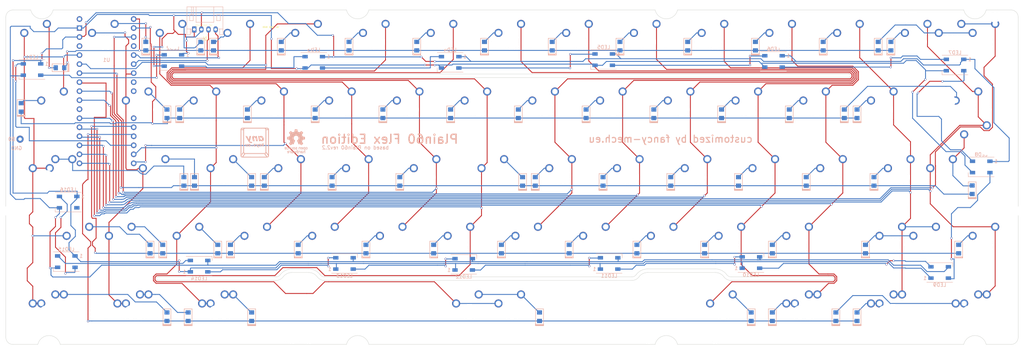
<source format=kicad_pcb>
(kicad_pcb (version 20211014) (generator pcbnew)
  (layers (0 "F.Cu" signal) (31 "B.Cu" signal) (34 "B.Paste" user) (35 "F.Paste" user) (36 "B.SilkS" user "B.Silkscreen") (37 "F.SilkS" user "F.Silkscreen") (38 "B.Mask" user) (39 "F.Mask" user) (44 "Edge.Cuts" user))
  (net 0 "")
  (net 1 "GND")
  (net 3 "row0")
  (net 4 "Net-(D1-Pad2)")
  (net 5 "Net-(D2-Pad2)")
  (net 6 "Net-(D3-Pad2)")
  (net 7 "Net-(D4-Pad2)")
  (net 8 "Net-(D5-Pad2)")
  (net 9 "Net-(D6-Pad2)")
  (net 10 "Net-(D7-Pad2)")
  (net 11 "Net-(D8-Pad2)")
  (net 12 "Net-(D9-Pad2)")
  (net 13 "Net-(D10-Pad2)")
  (net 14 "Net-(D11-Pad2)")
  (net 15 "Net-(D12-Pad2)")
  (net 16 "Net-(D13-Pad2)")
  (net 17 "Net-(D14-Pad2)")
  (net 18 "Net-(D15-Pad2)")
  (net 19 "Net-(D16-Pad2)")
  (net 20 "row1")
  (net 21 "Net-(D17-Pad2)")
  (net 22 "Net-(D18-Pad2)")
  (net 23 "Net-(D19-Pad2)")
  (net 24 "Net-(D20-Pad2)")
  (net 25 "Net-(D21-Pad2)")
  (net 26 "Net-(D22-Pad2)")
  (net 27 "Net-(D23-Pad2)")
  (net 28 "Net-(D24-Pad2)")
  (net 29 "Net-(D25-Pad2)")
  (net 30 "Net-(D26-Pad2)")
  (net 31 "Net-(D27-Pad2)")
  (net 32 "Net-(D28-Pad2)")
  (net 33 "Net-(D29-Pad2)")
  (net 34 "row2")
  (net 35 "Net-(D31-Pad2)")
  (net 36 "Net-(D32-Pad2)")
  (net 37 "Net-(D33-Pad2)")
  (net 38 "Net-(D34-Pad2)")
  (net 39 "Net-(D35-Pad2)")
  (net 40 "Net-(D36-Pad2)")
  (net 41 "Net-(D37-Pad2)")
  (net 42 "Net-(D38-Pad2)")
  (net 43 "Net-(D39-Pad2)")
  (net 44 "Net-(D40-Pad2)")
  (net 45 "Net-(D41-Pad2)")
  (net 46 "Net-(D42-Pad2)")
  (net 47 "Net-(D43-Pad2)")
  (net 48 "Net-(D44-Pad2)")
  (net 49 "row3")
  (net 50 "Net-(D46-Pad2)")
  (net 51 "Net-(D47-Pad2)")
  (net 52 "Net-(D48-Pad2)")
  (net 53 "Net-(D49-Pad2)")
  (net 54 "Net-(D50-Pad2)")
  (net 55 "Net-(D51-Pad2)")
  (net 56 "Net-(D52-Pad2)")
  (net 57 "Net-(D53-Pad2)")
  (net 58 "Net-(D54-Pad2)")
  (net 59 "Net-(D55-Pad2)")
  (net 60 "Net-(D56-Pad2)")
  (net 61 "Net-(D57-Pad2)")
  (net 62 "Net-(D58-Pad2)")
  (net 63 "Net-(D59-Pad2)")
  (net 64 "Net-(D61-Pad2)")
  (net 65 "row4")
  (net 66 "Net-(D62-Pad2)")
  (net 67 "Net-(D63-Pad2)")
  (net 68 "Net-(D67-Pad2)")
  (net 69 "Net-(D71-Pad2)")
  (net 70 "Net-(D72-Pad2)")
  (net 71 "Net-(D73-Pad2)")
  (net 72 "Net-(D74-Pad2)")
  (net 73 "5V")
  (net 75 "col0")
  (net 76 "col1")
  (net 77 "col2")
  (net 78 "col3")
  (net 79 "col4")
  (net 80 "col5")
  (net 81 "col6")
  (net 82 "col7")
  (net 83 "col8")
  (net 84 "col9")
  (net 85 "col10")
  (net 86 "col11")
  (net 87 "col12")
  (net 88 "col13")
  (net 89 "col14")
  (net 90 "Net-(LED1-Pad2)")
  (net 91 "rgb R1")
  (net 92 "rx")
  (net 94 "Net-(H1-Pad1)")
  (net 96 "Net-(LED2-Pad2)")
  (net 97 "display SDA")
  (net 98 "display SCL")
  (net 99 "Net-(LED3-Pad2)")
  (net 100 "Net-(LED4-Pad2)")
  (net 101 "Net-(LED5-Pad2)")
  (net 102 "Net-(LED6-Pad2)")
  (net 103 "Net-(LED7-Pad2)")
  (net 104 "Net-(LED8-Pad2)")
  (net 105 "Net-(LED10-Pad4)")
  (net 106 "Net-(LED10-Pad2)")
  (net 107 "Net-(LED11-Pad2)")
  (net 108 "Net-(LED12-Pad2)")
  (net 109 "Net-(LED13-Pad2)")
  (net 110 "Net-(LED14-Pad2)")
  (net 111 "Net-(LED15-Pad2)")
  (net 113 "pin27 unused")
  (net 114 "pin31 unused")
  (footprint "Keeb_switches:CHERRY_PLATE_100H" (layer "F.Cu") (at 76.2 28.575)
    (fp_text reference "K19" hide)
    (fp_text value "KEYSW" hide)
  )
  (footprint "Keeb_switches:CHERRY_PLATE_100H" (layer "F.Cu") (at 95.25 28.575)
    (fp_text reference "K20" hide)
    (fp_text value "KEYSW" hide)
  )
  (footprint "Keeb_switches:CHERRY_PLATE_100H" (layer "F.Cu") (at 152.4 28.575)
    (fp_text reference "K23" hide)
    (fp_text value "KEYSW" hide)
  )
  (footprint "Keeb_switches:CHERRY_PLATE_100H" (layer "F.Cu") (at 171.45 28.575)
    (fp_text reference "K24" hide)
    (fp_text value "KEYSW" hide)
  )
  (footprint "Keeb_switches:CHERRY_PLATE_100H" (layer "F.Cu") (at 38.1 28.575)
    (fp_text reference "K17" hide)
    (fp_text value "KEYSW" hide)
  )
  (footprint "Keeb_switches:CHERRY_PLATE_100H" (layer "F.Cu") (at 133.35 28.575)
    (fp_text reference "K22" hide)
    (fp_text value "KEYSW" hide)
  )
  (footprint "Keeb_switches:CHERRY_PLATE_100H" (layer "F.Cu") (at 114.3 28.575)
    (fp_text reference "K21" hide)
    (fp_text value "KEYSW" hide)
  )
  (footprint "Keeb_switches:CHERRY_PLATE_100H" (layer "F.Cu") (at 57.15 28.575)
    (fp_text reference "K18" hide)
    (fp_text value "KEYSW" hide)
  )
  (footprint "Keeb_switches:CHERRY_PLATE_150H" (layer "F.Cu") (at 14.2875 28.575)
    (fp_text reference "K16" hide)
    (fp_text value "KEYSW" hide)
  )
  (footprint "Keeb_switches:CHERRY_PCB_200H" (layer "F.Cu") (at 266.7 9.525)
    (fp_text reference "K15" hide)
    (fp_text value "KEYSW" hide)
  )
  (footprint "Keeb_switches:CHERRY_PLATE_100H" (layer "F.Cu") (at 142.875 9.525)
    (fp_text reference "K8" hide)
    (fp_text value "KEYSW" hide)
  )
  (footprint "Keeb_switches:CHERRY_PLATE_100H" (layer "F.Cu") (at 180.975 9.525)
    (fp_text reference "K10" hide)
    (fp_text value "KEYSW" hide)
  )
  (footprint "Keeb_switches:CHERRY_PLATE_100H" (layer "F.Cu") (at 257.175 9.525)
    (fp_text reference "K14" hide)
    (fp_text value "KEYSW" hide)
  )
  (footprint "Keeb_switches:CHERRY_PLATE_100H" (layer "F.Cu") (at 85.725 9.525)
    (fp_text reference "K5" hide)
    (fp_text value "KEYSW" hide)
  )
  (footprint "Keeb_switches:CHERRY_PLATE_100H" (layer "F.Cu") (at 238.125 9.525)
    (fp_text reference "K13" hide)
    (fp_text value "KEYSW" hide)
  )
  (footprint "Keeb_switches:CHERRY_PLATE_100H" (layer "F.Cu") (at 219.075 9.525)
    (fp_text reference "K12" hide)
    (fp_text value "KEYSW" hide)
  )
  (footprint "Keeb_switches:CHERRY_PLATE_100H" (layer "F.Cu") (at 200.025 9.525)
    (fp_text reference "K11" hide)
    (fp_text value "KEYSW" hide)
  )
  (footprint "Keeb_switches:CHERRY_PLATE_100H" (layer "F.Cu") (at 161.925 9.525)
    (fp_text reference "K9" hide)
    (fp_text value "KEYSW" hide)
  )
  (footprint "Keeb_switches:CHERRY_PLATE_100H" (layer "F.Cu") (at 123.825 9.525)
    (fp_text reference "K7" hide)
    (fp_text value "KEYSW" hide)
  )
  (footprint "Keeb_switches:CHERRY_PLATE_100H" (layer "F.Cu") (at 104.775 9.525)
    (fp_text reference "K6" hide)
    (fp_text value "KEYSW" hide)
  )
  (footprint "Keeb_switches:CHERRY_PLATE_100H" (layer "F.Cu") (at 66.675 9.525)
    (fp_text reference "K4" hide)
    (fp_text value "KEYSW" hide)
  )
  (footprint "Keeb_switches:CHERRY_PLATE_100H" (layer "F.Cu") (at 28.575 9.525)
    (fp_text reference "K2" hide)
    (fp_text value "KEYSW" hide)
  )
  (footprint "Keeb_switches:CHERRY_PLATE_100H" (layer "F.Cu") (at 9.525 9.525)
    (fp_text reference "K1" hide)
    (fp_text value "KEYSW" hide)
  )
  (footprint "Keeb_switches:CHERRY_PLATE_100H" (layer "F.Cu") (at 47.625 9.525)
    (fp_text reference "K3" hide)
    (fp_text value "KEYSW" hide)
  )
  (footprint "Keeb_switches:CHERRY_PLATE_100H" (layer "F.Cu") (at 38.1 85.725)
    (fp_text reference "K62-1" hide)
    (fp_text value "KEYSW" hide)
  )
  (footprint "Keeb_switches:CHERRY_PLATE_125H" (layer "F.Cu") (at 202.40625 85.725)
    (fp_text reference "K71" hide)
    (fp_text value "KEYSW" hide)
  )
  (footprint "Keeb_switches:CHERRY_PLATE_100H" (layer "F.Cu") (at 147.6375 66.675)
    (fp_text reference "K53" hide)
    (fp_text value "KEYSW" hide)
  )
  (footprint "Keeb_switches:CHERRY_PLATE_175H" (layer "F.Cu") (at 250.03146 66.675056)
    (fp_text reference "K58-1" hide)
    (fp_text value "KEYSW" hide)
  )
  (footprint "Keeb_switches:CHERRY_PLATE_100H" (layer "F.Cu") (at 223.8375 66.675)
    (fp_text reference "K57" hide)
    (fp_text value "KEYSW" hide)
  )
  (footprint "Keeb_switches:CHERRY_PLATE_100H" (layer "F.Cu") (at 166.6875 66.675)
    (fp_text reference "K54" hide)
    (fp_text value "KEYSW" hide)
  )
  (footprint "Keeb_switches:CHERRY_PLATE_100H" (layer "F.Cu") (at 204.7875 66.675)
    (fp_text reference "K56" hide)
    (fp_text value "KEYSW" hide)
  )
  (footprint "Keeb_switches:CHERRY_PLATE_100H" (layer "F.Cu") (at 128.5875 66.675)
    (fp_text reference "K52" hide)
    (fp_text value "KEYSW" hide)
  )
  (footprint "Keeb_switches:CHERRY_PLATE_100H" (layer "F.Cu") (at 185.7375 66.675)
    (fp_text reference "K55" hide)
    (fp_text value "KEYSW" hide)
  )
  (footprint "Keeb_switches:CHERRY_PLATE_150H" (layer "F.Cu") (at 14.2875 85.725)
    (fp_text reference "K61-1" hide)
    (fp_text value "KEYSW" hide)
  )
  (footprint "Keeb_switches:CHERRY_PLATE_100H" (layer "F.Cu") (at 276.225 9.525)
    (fp_text reference "K15-1" hide)
    (fp_text value "KEYSW" hide)
  )
  (footprint "Keeb_switches:CHERRY_PLATE_125H" (layer "F.Cu") (at 273.84375 85.725072)
    (fp_text reference "K74" hide)
    (fp_text value "KEYSW" hide)
  )
  (footprint "Keeb_switches:CHERRY_PLATE_125H" (layer "F.Cu") (at 250.03125 85.725)
    (fp_text reference "K73" hide)
    (fp_text value "KEYSW" hide)
  )
  (footprint "Keeb_switches:CHERRY_PLATE_100H" (layer "F.Cu") (at 247.65 28.575)
    (fp_text reference "K28" hide)
    (fp_text value "KEYSW" hide)
  )
  (footprint "Keeb_switches:CHERRY_PLATE_100H" (layer "F.Cu") (at 52.3875 66.675)
    (fp_text reference "K48" hide)
    (fp_text value "KEYSW" hide)
  )
  (footprint "Keeb_switches:CHERRY_PLATE_100H" (layer "F.Cu") (at 190.5 28.575)
    (fp_text reference "K25" hide)
    (fp_text value "KEYSW" hide)
  )
  (footprint "Keeb_switches:CHERRY_PLATE_100H" (layer "F.Cu") (at 119.0625 47.625)
    (fp_text reference "K36" hide)
    (fp_text value "KEYSW" hide)
  )
  (footprint "Keeb_switches:CHERRY_PLATE_100H" (layer "F.Cu") (at 61.9125 47.625)
    (fp_text reference "K33" hide)
    (fp_text value "KEYSW" hide)
  )
  (footprint "Keeb_switches:CHERRY_PLATE_125H" (layer "F.Cu") (at 59.53125 85.725)
    (fp_text reference "K63" hide)
    (fp_text value "KEYSW" hide)
  )
  (footprint "Keeb_switches:CHERRY_PCB_225H_F" (layer "F.Cu") (at 264.31875 47.625)
    (fp_text reference "K44" hide)
    (fp_text value "KEYSW" hide)
  )
  (footprint "Keeb_switches:CHERRY_PLATE_125H" (layer "F.Cu") (at 226.21875 85.725)
    (fp_text reference "K72" hide)
    (fp_text value "KEYSW" hide)
  )
  (footprint "Keeb_switches:CHERRY_PLATE_100H" (layer "F.Cu") (at 276.225 66.675)
    (fp_text reference "K59" hide)
    (fp_text value "KEYSW" hide)
  )
  (footprint "Keeb_switches:CHERRY_PLATE_100H" (layer "F.Cu") (at 176.2125 47.625)
    (fp_text reference "K39" hide)
    (fp_text value "KEYSW" hide)
  )
  (footprint "Keeb_switches:CHERRY_PLATE_125H" (layer "F.Cu") (at 11.90625 85.725)
    (fp_text reference "K61" hide)
    (fp_text value "KEYSW" hide)
  )
  (footprint "Keeb_switches:CHERRY_PLATE_150H" (layer "F.Cu") (at 271.4625 28.575)
    (fp_text reference "K29" hide)
    (fp_text value "KEYSW" hide)
  )
  (footprint "Keeb_switches:CHERRY_PLATE_100H" (layer "F.Cu") (at 228.6 28.575)
    (fp_text reference "K27" hide)
    (fp_text value "KEYSW" hide)
  )
  (footprint "Keeb_switches:CHERRY_PLATE_150H" (layer "F.Cu") (at 61.9125 85.725)
    (fp_text reference "K63-1" hide)
    (fp_text value "KEYSW" hide)
  )
  (footprint "Keeb_switches:CHERRY_PLATE_100H" (layer "F.Cu") (at 90.4875 66.675)
    (fp_text reference "K50" hide)
    (fp_text value "KEYSW" hide)
  )
  (footprint "Keeb_switches:CHERRY_PLATE_100H" (layer "F.Cu") (at 80.9625 47.625)
    (fp_text reference "K34" hide)
    (fp_text value "KEYSW" hide)
  )
  (footprint "Keeb_switches:CHERRY_PLATE_100H" (layer "F.Cu") (at 33.3375 66.675)
    (fp_text reference "K47" hide)
    (fp_text value "KEYSW" hide)
  )
  (footprint "Keeb_switches:CHERRY_PLATE_100H" (layer "F.Cu") (at 252.4125 47.625)
    (fp_text reference "K43" hide)
    (fp_text value "KEYSW" hide)
  )
  (footprint "Keeb_switches:CHERRY_PLATE_100H" (layer "F.Cu") (at 157.1625 47.625)
    (fp_text reference "K38" hide)
    (fp_text value "KEYSW" hide)
  )
  (footprint "Keeb_switches:CHERRY_PLATE_100H" (layer "F.Cu") (at 100.0125 47.625)
    (fp_text reference "K35" hide)
    (fp_text value "KEYSW" hide)
  )
  (footprint "Keeb_switches:CHERRY_PLATE_100H" (layer "F.Cu") (at 16.66875 47.625)
    (fp_text reference "K32" hide)
    (fp_text value "KEYSW" hide)
  )
  (footprint "Keeb_switches:CHERRY_PLATE_100H" (layer "F.Cu") (at 195.2625 47.625)
    (fp_text reference "K40" hide)
    (fp_text value "KEYSW" hide)
  )
  (footprint "Keeb_switches:CHERRY_PCB_225H" (layer "F.Cu") (at 21.43125 66.675)
    (fp_text reference "K46" hide)
    (fp_text value "KEYSW" hide)
  )
  (footprint "Keeb_switches:CHERRY_PLATE_100H" (layer "F.Cu") (at 233.3625 47.625)
    (fp_text reference "K42" hide)
    (fp_text value "KEYSW" hide)
  )
  (footprint "Keeb_switches:CHERRY_PLATE_100H" (layer "F.Cu") (at 214.3125 47.625)
    (fp_text reference "K41" hide)
    (fp_text value "KEYSW" hide)
  )
  (footprint "Keeb_switches:CHERRY_PLATE_100H" (layer "F.Cu") (at 209.55 28.575)
    (fp_text reference "K26" hide)
    (fp_text value "KEYSW" hide)
  )
  (footprint "Keeb_switches:CHERRY_PLATE_100H" (layer "F.Cu") (at 138.1125 47.625)
    (fp_text reference "K37" hide)
    (fp_text value "KEYSW" hide)
  )
  (footprint "Keeb_switches:CHERRY_PLATE_100H" (layer "F.Cu") (at 109.5375 66.675)
    (fp_text reference "K51" hide)
    (fp_text value "KEYSW" hide)
  )
  (footprint "Keeb_switches:CHERRY_PLATE_100H" (layer "F.Cu") (at 247.65 85.725)
    (fp_text reference "K73-1" hide)
    (fp_text value "KEYSW" hide)
  )
  (footprint "Keeb_switches:CHERRY_PLATE_125H" (layer "F.Cu") (at 35.71875 85.725)
    (fp_text reference "K62" hide)
    (fp_text value "KEYSW" hide)
  )
  (footprint "Keeb_switches:CHERRY_PLATE_100H" (layer "F.Cu") (at 71.4375 66.675)
    (fp_text reference "K49" hide)
    (fp_text value "KEYSW" hide)
  )
  (footprint "Keeb_switches:CHERRY_PLATE_150H" (layer "F.Cu") (at 223.8375 85.725)
    (fp_text reference "K72-1" hide)
    (fp_text value "KEYSW" hide)
  )
  (footprint "Keeb_switches:CHERRY_PLATE_150H" (layer "F.Cu") (at 271.462728 85.725072)
    (fp_text reference "K74-1" hide)
    (fp_text value "KEYSW" hide)
  )
  (footprint "footprints:10x5_7x2.5mm" (layer "F.Cu") (at 283.368988 57.125)
    (fp_text reference "S5" hide)
    (fp_text value "Screw")
  )
  (footprint "Keeb_switches:CHERRY_PCB_275H" (layer "F.Cu") (at 259.556468 66.675)
    (fp_text reference "K58" hide)
    (fp_text value "KEYSW" hide)
  )
  (footprint "Keeb_switches:CHERRY_PCB_625H_F" (layer "F.Cu") (at 130.96875 85.725)
    (fp_text reference "K67" hide)
    (fp_text value "KEYSW" hide)
  )
  (footprint "footprints:5.5_5x2.5mm" (layer "F.Cu") (at 26.625 85.725072)
    (fp_text reference "S8" hide)
    (fp_text value "Tofu screw")
  )
  (footprint "footprints:5.5_5x2.5mm" (layer "F.Cu") (at 142.875 37.75)
    (fp_text reference "S7" hide)
    (fp_text value "Tofu screw")
  )
  (footprint "footprints:5.5_5x2.5mm" (layer "F.Cu") (at 260.43 85.725072)
    (fp_text reference "S9" hide)
    (fp_text value "Tofu screw")
  )
  (footprint "footprints:5.5_5x2.5mm" (layer "F.Cu") (at 260.425 28.22705)
    (fp_text reference "S2" hide)
    (fp_text value "Screw")
  )
  (footprint "footprints:5.5_5x2.5mm" (layer "F.Cu") (at 25.6 28.575024 180)
    (fp_text reference "S1" hide)
    (fp_text value "Screw")
  )
  (footprint "footprints:5.5_5x2.5mm" (layer "F.Cu") (at 128.587608 47.42504)
    (fp_text reference "S3" hide)
    (fp_text value "Screw")
  )
  (footprint "footprints:5.5_5x2.5mm" (layer "F.Cu") (at 190.50016 85.525)
    (fp_text reference "S6" hide)
    (fp_text value "Screw")
  )
  (footprint "Keeb_switches:CHERRY_PCB_700H_F" (layer "F.Cu") (at 142.875 85.725)
    (fp_text reference "K67-1" hide)
    (fp_text value "KEYSW" hide)
  )
  (footprint "Keeb_switches:CHERRY_PCB_200H_V" (layer "F.Cu") (at 273.84398 38.1)
    (fp_text reference "K44-1" hide)
    (fp_text value "KEYSW" hide)
  )
  (footprint "Keeb_switches:CHERRY_PLATE_125H" (layer "F.Cu") (at 11.90625 47.625)
    (fp_text reference "K31-1" hide)
    (fp_text value "KEYSW" hide)
  )
  (footprint "Keeb_switches:CHERRY_PLATE_175H" (layer "F.Cu") (at 42.8625 47.625)
    (fp_text reference "K31" hide)
    (fp_text value "KEYSW" hide)
  )
  (footprint "footprints:10x5_7x2.5mm" (layer "F.Cu") (at 2.381252 57.125)
    (fp_text reference "S4" hide)
    (fp_text value "Screw")
  )
  (footprint "Keeb_components:D_0805" (layer "B.Cu") (at 239.911139 86.915698 90)
    (fp_text reference "D73")
    (fp_text value "D" hide)
  )
  (footprint "Keeb_components:D_0805" (layer "B.Cu") (at 216.098619 86.915698 90)
    (fp_text reference "D72")
    (fp_text value "D" hide)
  )
  (footprint "Keeb_components:D_0805" (layer "B.Cu") (at 210.145489 86.915698 90)
    (fp_text reference "D71")
    (fp_text value "D" hide)
  )
  (footprint "Keeb_components:D_0805" (layer "B.Cu") (at 150.614189 86.915698 90)
    (fp_text reference "D67")
    (fp_text value "D" hide)
  )
  (footprint "Keeb_components:D_0805" (layer "B.Cu") (at 69.651621 86.915698 90)
    (fp_text reference "D63")
    (fp_text value "D" hide)
  )
  (footprint "Keeb_components:D_0805" (layer "B.Cu") (at 268.486163 67.865682 90)
    (fp_text reference "D59")
    (fp_text value "D" hide)
  )
  (footprint "Keeb_components:D_0805" (layer "B.Cu") (at 242.292391 67.865682 90)
    (fp_text reference "D58")
    (fp_text value "D" hide)
  )
  (footprint "Keeb_components:D_0805" (layer "B.Cu") (at 216.098619 67.865682 90)
    (fp_text reference "D57")
    (fp_text value "D" hide)
  )
  (footprint "Keeb_components:D_0805" (layer "B.Cu") (at 197.048603 67.865682 90)
    (fp_text reference "D56")
    (fp_text value "D" hide)
  )
  (footprint "Keeb_components:D_0805" (layer "B.Cu") (at 139.898555 67.865682 90)
    (fp_text reference "D53")
    (fp_text value "D" hide)
  )
  (footprint "Keeb_components:D_0805" (layer "B.Cu") (at 101.798523 67.865682 90)
    (fp_text reference "D51")
    (fp_text value "D" hide)
  )
  (footprint "Keeb_components:D_0805" (layer "B.Cu") (at 82.748507 67.865682 90)
    (fp_text reference "D50")
    (fp_text value "D" hide)
  )
  (footprint "Keeb_components:D_0805" (layer "B.Cu") (at 220.861123 29.76565 90)
    (fp_text reference "D27")
    (fp_text value "D" hide)
  )
  (footprint "Keeb_components:D_0805" (layer "B.Cu") (at 225.623627 48.815666 90)
    (fp_text reference "D42")
    (fp_text value "D" hide)
  )
  (footprint "Keeb_components:D_0805" (layer "B.Cu") (at 49.410979 29.76565 90)
    (fp_text reference "D18")
    (fp_text value "D" hide)
  )
  (footprint "Keeb_components:D_0805" (layer "B.Cu") (at 182.761091 29.76565 90)
    (fp_text reference "D25")
    (fp_text value "D" hide)
  )
  (footprint "Keeb_components:D_0805" (layer "B.Cu") (at 206.573611 48.815666 90)
    (fp_text reference "D41")
    (fp_text value "D" hide)
  )
  (footprint "Keeb_components:D_0805" (layer "B.Cu") (at 111.323531 48.815666 90)
    (fp_text reference "D36")
    (fp_text value "D" hide)
  )
  (footprint "Keeb_components:D_0805" (layer "B.Cu") (at 53.57817 48.815666 90)
    (fp_text reference "D31")
    (fp_text value "D" hide)
  )
  (footprint "Keeb_components:D_0805" (layer "B.Cu") (at 187.523595 48.815666 90)
    (fp_text reference "D40")
    (fp_text value "D" hide)
  )
  (footprint "Keeb_components:D_0805" (layer "B.Cu") (at 145.851685 48.815666 90)
    (fp_text reference "D37")
    (fp_text value "D" hide)
  )
  (footprint "Keeb_components:D_0805" (layer "B.Cu") (at 50.601605 48.815666 90)
    (fp_text reference "D32")
    (fp_text value "D" hide)
  )
  (footprint "Keeb_components:D_0805" (layer "B.Cu") (at 73.223499 48.815666 90)
    (fp_text reference "D34")
    (fp_text value "D" hide)
  )
  (footprint "Keeb_components:D_0805" (layer "B.Cu") (at 106.561027 29.76565 90)
    (fp_text reference "D21")
    (fp_text value "D" hide)
  )
  (footprint "Keeb_components:D_0805" (layer "B.Cu") (at 201.811107 29.76565 90)
    (fp_text reference "D26")
    (fp_text value "D" hide)
  )
  (footprint "Keeb_components:D_0805" (layer "B.Cu") (at 125.611043 29.76565 90)
    (fp_text reference "D22")
    (fp_text value "D" hide)
  )
  (footprint "Keeb_components:D_0805" (layer "B.Cu") (at 163.711075 29.76565 90)
    (fp_text reference "D24")
    (fp_text value "D" hide)
  )
  (footprint "Keeb_components:D_0805" (layer "B.Cu") (at 244.673643 48.815666 90)
    (fp_text reference "D43")
    (fp_text value "D" hide)
  )
  (footprint "Keeb_components:D_0805" (layer "B.Cu") (at 149.423563 48.815666 90)
    (fp_text reference "D38")
    (fp_text value "D" hide)
  )
  (footprint "Keeb_components:D_0805" (layer "B.Cu") (at 92.273515 48.815666 90)
    (fp_text reference "D35")
    (fp_text value "D" hide)
  )
  (footprint "Keeb_components:D_0805" (layer "B.Cu") (at 60.126613 67.865682 90)
    (fp_text reference "D48")
    (fp_text value "D" hide)
  )
  (footprint "Keeb_components:D_0805" (layer "B.Cu") (at 158.948571 67.865682 90)
    (fp_text reference "D54")
    (fp_text value "D" hide)
  )
  (footprint "Keeb_components:D_0805" (layer "B.Cu") (at 272.297287 51.156061 90)
    (fp_text reference "D44")
    (fp_text value "D" hide)
  )
  (footprint "Keeb_components:D_0805" (layer "B.Cu") (at 51.792231 86.915698 90)
    (fp_text reference "D62")
    (fp_text value "D" hide)
  )
  (footprint "Keeb_components:D_0805" (layer "B.Cu") (at 168.473579 48.815666 90)
    (fp_text reference "D39")
    (fp_text value "D" hide)
  )
  (footprint "Keeb_components:D_0805" (layer "B.Cu") (at 87.511011 29.76565 90)
    (fp_text reference "D20")
    (fp_text value "D" hide)
  )
  (footprint "Keeb_components:D_0805" (layer "B.Cu") (at 239.911139 29.76565 90)
    (fp_text reference "D28")
    (fp_text value "D" hide)
  )
  (footprint "Keeb_components:D_0805" (layer "B.Cu") (at 69.651621 48.815666 90)
    (fp_text reference "D33")
    (fp_text value "D" hide)
  )
  (footprint "Keeb_components:D_0805" (layer "B.Cu") (at 144.661059 29.76565 90)
    (fp_text reference "D23")
    (fp_text value "D" hide)
  )
  (footprint "Keeb_components:D_0805" (layer "B.Cu") (at 177.998587 67.865682 90)
    (fp_text reference "D55")
    (fp_text value "D" hide)
  )
  (footprint "Keeb_components:D_0805" (layer "B.Cu") (at 120.848539 67.865682 90)
    (fp_text reference "D52")
    (fp_text value "D" hide)
  )
  (footprint "Keeb_components:D_0805" (layer "B.Cu") (at 68.460995 29.76565 90)
    (fp_text reference "D19")
    (fp_text value "D" hide)
  )
  (footprint "Keeb_components:D_0805" (layer "B.Cu") (at 173.236083 10.715634 90)
    (fp_text reference "D10")
    (fp_text value "D" hide)
  )
  (footprint "Keeb_components:D_0805" (layer "B.Cu") (at 249.436147 10.715634 90)
    (fp_text reference "D14")
    (fp_text value "D" hide)
  )
  (footprint "Keeb_components:D_0805" (layer "B.Cu") (at 154.186067 10.715634 90)
    (fp_text reference "D9")
    (fp_text value "D" hide)
  )
  (footprint "Keeb_components:D_0805" (layer "B.Cu") (at 230.386131 10.715634 90)
    (fp_text reference "D13")
    (fp_text value "D" hide)
  )
  (footprint "Keeb_components:D_0805" (layer "B.Cu") (at 192.286099 10.715634 90)
    (fp_text reference "D11")
    (fp_text value "D" hide)
  )
  (footprint "Keeb_components:D_0805" (layer "B.Cu") (at 245.864269 10.715634 90)
    (fp_text reference "D15")
    (fp_text value "D" hide)
  )
  (footprint "Keeb_components:D_0805" (layer "B.Cu") (at 45.839101 29.76565 90)
    (fp_text reference "D17")
    (fp_text value "D" hide)
  )
  (footprint "Keeb_components:D_0805" (layer "B.Cu") (at 4.835287 27.972061 90)
    (fp_text reference "D16")
    (fp_text value "D" hide)
  )
  (footprint "Keeb_components:D_0805" (layer "B.Cu") (at 211.336115 10.715634 90)
    (fp_text reference "D12")
    (fp_text value "D" hide)
  )
  (footprint "Keeb_components:D_0805" (layer "B.Cu") (at 116.086035 10.715634 90)
    (fp_text reference "D7")
    (fp_text value "D" hide)
  )
  (footprint "Keeb_components:D_0805" (layer "B.Cu") (at 55.364109 10.715634 90)
    (fp_text reference "D3")
    (fp_text value "D" hide)
  )
  (footprint "Keeb_components:D_0805" (layer "B.Cu") (at 77.986003 10.715634 90)
    (fp_text reference "D5")
    (fp_text value "D" hide)
  )
  (footprint "Keeb_components:D_0805" (layer "B.Cu") (at 135.136051 10.715634 90)
    (fp_text reference "D8")
    (fp_text value "D" hide)
  )
  (footprint "Keeb_components:D_0805" (layer "B.Cu") (at 97.036019 10.715634 90)
    (fp_text reference "D6")
    (fp_text value "D" hide)
  )
  (footprint "Keeb_components:D_0805" (layer "B.Cu") (at 58.935987 10.715634 90)
    (fp_text reference "D4")
    (fp_text value "D" hide)
  )
  (footprint "footprints:oshw" (layer "B.Cu") (at 82.153194 37.504719 180)
    (fp_text reference "G***" hide)
    (fp_text value "LOGO" hide)
  )
  (footprint "footprints:free_pin" (layer "B.Cu") (at 4.524382 36.909406)
    (fp_text reference "H1" hide)
    (fp_text value "B0")
  )
  (footprint "Keeb_components:D_0805" (layer "B.Cu") (at 233.958009 86.915698 90)
    (fp_text reference "D74")
    (fp_text value "D" hide)
  )
  (footprint "Keeb_components:D_0805" (layer "B.Cu") (at 63.698491 67.865682 90)
    (fp_text reference "D49")
    (fp_text value "D" hide)
  )
  (footprint "Keeb_components:D_0805" (layer "B.Cu") (at 41.076597 67.865682 90)
    (fp_text reference "D46")
    (fp_text value "D" hide)
  )
  (footprint "Keeb_components:D_0805" (layer "B.Cu") (at 236.339261 29.76565 90)
    (fp_text reference "D29")
    (fp_text value "D" hide)
  )
  (footprint "Keeb_components:D_0805" (layer "B.Cu") (at 15.757287 16.796061 180)
    (fp_text reference "D1")
    (fp_text value "D" hide)
  )
  (footprint "Keeb_components:D_0805" (layer "B.Cu") (at 44.648475 67.865682 90)
    (fp_text reference "D47")
    (fp_text value "D" hide)
  )
  (footprint "Keeb_components:D_0805" (layer "B.Cu") (at 39.885971 10.715634 90)
    (fp_text reference "D2")
    (fp_text value "D" hide)
  )
  (footprint "Keeb_components:D_0805" (layer "B.Cu") (at 45.839101 86.915698 90)
    (fp_text reference "D61")
    (fp_text value "D" hide)
  )
  (footprint "Keeb_components:logo_new" (layer "B.Cu") (at 70.533862 37.885968 180)
    (fp_text reference "G***" hide)
    (fp_text value "LOGO" hide)
  )
  (footprint "LED_SMD:LED_WS2812B_PLCC4_5.0x5.0mm_P3.2mm" (layer "B.Cu") (at 274.837287 44.736061 180)
    (fp_text reference "LED8")
    (fp_text value "WS2812B")
  )
  (footprint "LED_SMD:LED_WS2812B_PLCC4_5.0x5.0mm_P3.2mm" (layer "B.Cu") (at 168.665287 14.510061 180)
    (fp_text reference "LED5")
    (fp_text value "WS2812B")
  )
  (footprint "LED_SMD:LED_WS2812B_PLCC4_5.0x5.0mm_P3.2mm" (layer "B.Cu") (at 129.295287 72.168061)
    (fp_text reference "LED12")
    (fp_text value "WS2812B")
  )
  (footprint "LED_SMD:LED_WS2812B_PLCC4_5.0x5.0mm_P3.2mm" (layer "B.Cu") (at 7.883287 17.304061 180)
    (fp_text reference "LED1")
    (fp_text value "WS2812B")
  )
  (footprint "Connector_JST:JST_PH_S4B-PH-K_1x04_P2.00mm_Horizontal" (layer "B.Cu") (at 53.518574 6.018077)
    (fp_text reference "J1")
    (fp_text value "4P4C")
  )
  (footprint "LED_SMD:LED_WS2812B_PLCC4_5.0x5.0mm_P3.2mm" (layer "B.Cu") (at 267.471287 16.034061 180)
    (fp_text reference "LED7")
    (fp_text value "WS2812B")
  )
  (footprint "LED_SMD:LED_WS2812B_PLCC4_5.0x5.0mm_P3.2mm" (layer "B.Cu") (at 170.189287 71.914061)
    (fp_text reference "LED11")
    (fp_text value "WS2812B")
  )
  (footprint "LED_SMD:LED_WS2812B_PLCC4_5.0x5.0mm_P3.2mm" (layer "B.Cu") (at 17.535287 71.406061 180)
    (fp_text reference "LED15")
    (fp_text value "WS2812B")
  )
  (footprint "LED_SMD:LED_WS2812B_PLCC4_5.0x5.0mm_P3.2mm" (layer "B.Cu") (at 210.067287 71.660061)
    (fp_text reference "LED10")
    (fp_text value "WS2812B")
  )
  (footprint "LED_SMD:LED_WS2812B_PLCC4_5.0x5.0mm_P3.2mm" (layer "B.Cu") (at 125.485287 15.272061 180)
    (fp_text reference "LED4")
    (fp_text value "WS2812B")
  )
  (footprint "LED_SMD:LED_WS2812B_PLCC4_5.0x5.0mm_P3.2mm" (layer "B.Cu") (at 216.417287 15.018061 180)
    (fp_text reference "LED6")
    (fp_text value "WS2812B")
  )
  (footprint "LED_SMD:LED_WS2812B_PLCC4_5.0x5.0mm_P3.2mm" (layer "B.Cu") (at 18.043287 54.642061 180)
    (fp_text reference "LED16")
    (fp_text value "WS2812B")
  )
  (footprint "LED_SMD:LED_WS2812B_PLCC4_5.0x5.0mm_P3.2mm" (layer "B.Cu") (at 54.873287 72.676061)
    (fp_text reference "LED14")
    (fp_text value "WS2812B")
  )
  (footprint "footprints2:ProS3_TH" (layer "B.Cu") (at 28.838287 23.400061 180)
    (fp_text reference "U1")
    (fp_text value "ProS3")
  )
  (footprint "LED_SMD:LED_WS2812B_PLCC4_5.0x5.0mm_P3.2mm" (layer "B.Cu") (at 263.153287 74.454061)
    (fp_text reference "LED9")
    (fp_text value "WS2812B")
  )
  (footprint "LED_SMD:LED_WS2812B_PLCC4_5.0x5.0mm_P3.2mm" (layer "B.Cu") (at 95.767287 71.914061)
    (fp_text reference "LED13")
    (fp_text value "WS2812B")
  )
  (footprint "LED_SMD:LED_WS2812B_PLCC4_5.0x5.0mm_P3.2mm" (layer "B.Cu") (at 47.507287 14.764061 180)
    (fp_text reference "LED2")
    (fp_text value "WS2812B")
  )
  (footprint "LED_SMD:LED_WS2812B_PLCC4_5.0x5.0mm_P3.2mm" (layer "B.Cu") (at 87.131287 15.272061 180)
    (fp_text reference "LED3")
    (fp_text value "WS2812B")
  )
  (gr_arc (start 237.625192 18.550008) (mid 238.12532 19.050136) (end 237.625192 19.550264) (layer "Edge.Cuts") (width 0.1))
  (gr_arc (start 9.525008 94.725008) (mid 12.675008 92.225008) (end 15.825008 94.725008) (layer "Edge.Cuts") (width 0.1))
  (gr_arc (start 48.126422 19.550136) (mid 47.626422 19.050136) (end 48.126422 18.550136) (layer "Edge.Cuts") (width 0.1))
  (gr_arc (start 90.115786 75.700068) (mid 89.439159 75.53879) (end 88.908032 75.089636) (layer "Edge.Cuts") (width 0.1))
  (gr_arc (start 90.115786 76.700063) (mid 88.990155 76.432316) (end 88.105632 75.686426) (layer "Edge.Cuts") (width 0.1))
  (gr_line (start 96.325006 94.725008) (end 15.825008 94.725008) (layer "Edge.Cuts") (width 0.1))
  (gr_arc (start 200.056947 73.470061) (mid 201.857958 73.898456) (end 203.273197 75.091881) (layer "Edge.Cuts") (width 0.1))
  (gr_arc (start 78.518758 75.686427) (mid 77.634234 76.432316) (end 76.508604 76.700062) (layer "Edge.Cuts") (width 0.1))
  (gr_line (start 183.125008 94.725006) (end 102.625008 94.725006) (layer "Edge.Cuts") (width 0.1))
  (gr_arc (start 177.789524 75.093476) (mid 177.259104 75.539862) (end 176.584611 75.700064) (layer "Edge.Cuts") (width 0.1))
  (gr_arc (start 183.125008 94.725006) (mid 186.275009 92.225007) (end 189.425008 94.725008) (layer "Edge.Cuts") (width 0.1))
  (gr_line (start 0.525008 2.525008) (end 0.525008 92.725008) (layer "Edge.Cuts") (width 0.1))
  (gr_line (start 102.625008 0.525008) (end 183.125008 0.525008) (layer "Edge.Cuts") (width 0.1))
  (gr_arc (start 204.479287 75.700059) (mid 203.803911 75.539412) (end 203.273198 75.091881) (layer "Edge.Cuts") (width 0.1))
  (gr_arc (start 276.225231 0.525009) (mid 273.075034 3.025225) (end 269.924797 0.52506) (layer "Edge.Cuts") (width 0.1))
  (gr_line (start 181.006946 74.470069) (end 200.056946 74.470064) (layer "Edge.Cuts") (width 0.1))
  (gr_arc (start 13.825008 0.525008) (mid 10.675008 3.025008) (end 7.525008 0.525008) (layer "Edge.Cuts") (width 0.1))
  (gr_arc (start 283.225008 0.525007) (mid 284.639222 1.110793) (end 285.225008 2.525007) (layer "Edge.Cuts") (width 0.1))
  (gr_line (start 269.925008 94.725006) (end 189.425008 94.725008) (layer "Edge.Cuts") (width 0.1))
  (gr_line (start 48.126422 19.550136) (end 237.625192 19.550136) (layer "Edge.Cuts") (width 0.1))
  (gr_line (start 43.363195 75.700064) (end 76.508604 75.700064) (layer "Edge.Cuts") (width 0.1))
  (gr_arc (start 269.925008 94.725006) (mid 273.075009 92.225007) (end 276.225008 94.725008) (layer "Edge.Cuts") (width 0.1))
  (gr_arc (start 178.594765 75.686429) (mid 177.710242 76.432317) (end 176.584612 76.700064) (layer "Edge.Cuts") (width 0.1))
  (gr_arc (start 285.225008 92.725008) (mid 284.639222 94.139222) (end 283.225008 94.725008) (layer "Edge.Cuts") (width 0.1))
  (gr_line (start 181.006946 73.470067) (end 200.056947 73.470061) (layer "Edge.Cuts") (width 0.1))
  (gr_line (start 283.225008 94.725008) (end 276.225008 94.725008) (layer "Edge.Cuts") (width 0.1))
  (gr_arc (start 177.789524 75.093476) (mid 179.205054 73.898907) (end 181.006946 73.470067) (layer "Edge.Cuts") (width 0.1))
  (gr_line (start 43.363195 76.700064) (end 76.508604 76.700063) (layer "Edge.Cuts") (width 0.1))
  (gr_line (start 176.584611 75.700064) (end 90.115786 75.700069) (layer "Edge.Cuts") (width 0.1))
  (gr_arc (start 77.714697 75.091882) (mid 79.129936 73.898458) (end 80.930946 73.470063) (layer "Edge.Cuts") (width 0.1))
  (gr_line (start 285.225008 92.725008) (end 285.225008 2.525007) (layer "Edge.Cuts") (width 0.1))
  (gr_arc (start 178.594765 75.686429) (mid 179.656192 74.791364) (end 181.006946 74.470069) (layer "Edge.Cuts") (width 0.1))
  (gr_arc (start 204.479287 76.700066) (mid 203.353656 76.432319) (end 202.469132 75.686428) (layer "Edge.Cuts") (width 0.1))
  (gr_arc (start 2.525007 94.725007) (mid 1.110794 94.139221) (end 0.525008 92.725008) (layer "Edge.Cuts") (width 0.1))
  (gr_line (start 80.930946 74.470063) (end 85.693446 74.470064) (layer "Edge.Cuts") (width 0.1))
  (gr_arc (start 96.325006 94.725008) (mid 99.475007 92.225007) (end 102.625008 94.725008) (layer "Edge.Cuts") (width 0.1))
  (gr_arc (start 78.518759 75.686428) (mid 79.580188 74.79136) (end 80.930946 74.470063) (layer "Edge.Cuts") (width 0.1))
  (gr_line (start 232.862718 75.7) (end 204.479287 75.70006) (layer "Edge.Cuts") (width 0.1))
  (gr_line (start 9.525008 94.725008) (end 2.525007 94.725008) (layer "Edge.Cuts") (width 0.1))
  (gr_arc (start 200.056946 74.470064) (mid 201.407703 74.79136) (end 202.469132 75.686428) (layer "Edge.Cuts") (width 0.1))
  (gr_arc (start 189.425008 0.52501) (mid 186.275007 3.025009) (end 183.125008 0.525008) (layer "Edge.Cuts") (width 0.1))
  (gr_arc (start 77.714696 75.091882) (mid 77.183982 75.539415) (end 76.508604 75.700063) (layer "Edge.Cuts") (width 0.1))
  (gr_arc (start 232.862718 75.7) (mid 233.362718 76.2) (end 232.862718 76.7) (layer "Edge.Cuts") (width 0.1))
  (gr_arc (start 85.693446 74.470064) (mid 87.044203 74.79136) (end 88.105631 75.686427) (layer "Edge.Cuts") (width 0.1))
  (gr_line (start 189.425008 0.52501) (end 269.924797 0.525059) (layer "Edge.Cuts") (width 0.1))
  (gr_line (start 276.225231 0.525009) (end 283.225008 0.52501) (layer "Edge.Cuts") (width 0.1))
  (gr_arc (start 0.525008 2.525008) (mid 1.110794 1.110794) (end 2.525008 0.525008) (layer "Edge.Cuts") (width 0.1))
  (gr_line (start 237.625192 18.550008) (end 48.126422 18.550136) (layer "Edge.Cuts") (width 0.1))
  (gr_arc (start 85.693446 73.470064) (mid 87.493208 73.89783) (end 88.908032 75.089636) (layer "Edge.Cuts") (width 0.1))
  (gr_arc (start 102.625008 0.525008) (mid 99.475008 3.025008) (end 96.325008 0.525008) (layer "Edge.Cuts") (width 0.1))
  (gr_line (start 232.862718 76.7) (end 204.479287 76.700066) (layer "Edge.Cuts") (width 0.1))
  (gr_line (start 80.930946 73.470063) (end 85.693446 73.470064) (layer "Edge.Cuts") (width 0.1))
  (gr_arc (start 43.363195 76.700064) (mid 42.863195 76.200064) (end 43.363195 75.700064) (layer "Edge.Cuts") (width 0.1))
  (gr_line (start 90.115786 76.700064) (end 176.584612 76.700064) (layer "Edge.Cuts") (width 0.1))
  (gr_line (start 2.525008 0.525008) (end 7.525008 0.525008) (layer "Edge.Cuts") (width 0.1))
  (gr_line (start 13.825008 0.525008) (end 96.325008 0.525008) (layer "Edge.Cuts") (width 0.1))
  (gr_text "based on Plain60 rev2.2" (at 98.821958 39.290658) (layer "B.SilkS") (effects (font (size 1 1)) (justify mirror)))
  (gr_text "GND" (at 5.159382 39.449406) (layer "B.SilkS") (effects (font (size 1 1)) (justify left mirror)))
  (gr_text "Plain60 Flex Edition" (at 127.992295 36.909406) (layer "B.SilkS") (effects (font (size 2.5 2.5) (thickness 0.4)) (justify left mirror)))
  (gr_text "customized by fancy-mech.eu" (at 187.461287 36.862061) (layer "B.SilkS") (effects (font (size 2 2) (thickness 0.3)) (justify mirror)))
  (gr_text "5V" (at 58.175287 4.858061) (layer "F.SilkS") (effects (font (size 0.5 0.5) (thickness 0.05))))
  (gr_text "IO40" (at 54.619287 4.858061) (layer "F.SilkS") (effects (font (size 0.5 0.5) (thickness 0.05))))
  (gr_text "5V" (at 76.971287 5.366061) (layer "F.SilkS") (effects (font (size 0.4 0.4) (thickness 0.1))))
  (gr_text "GND" (at 56.397287 4.858061) (layer "F.SilkS") (effects (font (size 0.5 0.5) (thickness 0.05))))
  (gr_text "IO40" (at 73.415287 5.366061) (layer "F.SilkS") (effects (font (size 0.4 0.4) (thickness 0.1))))
  (gr_text "GND" (at 75.193287 5.366061) (layer "F.SilkS") (effects (font (size 0.4 0.4) (thickness 0.1))))
  (segment (start 51.063287 7.398061) (end 51.063287 8.160061) (width 0.25) (layer "F.Cu") (net 1))
  (segment (start 48.142287 6.509061) (end 47.507287 7.144061) (width 0.25) (layer "F.Cu") (net 1))
  (segment (start 45.983287 7.144061) (end 44.459287 8.668061) (width 0.25) (layer "F.Cu") (net 1))
  (segment (start 53.349287 8.160061) (end 53.518574 7.990774) (width 0.25) (layer "F.Cu") (net 1))
  (segment (start 47.507287 7.144061) (end 45.983287 7.144061) (width 0.25) (layer "F.Cu") (net 1))
  (segment (start 259.089287 20.098061) (end 255.533287 23.654061) (width 0.25) (layer "F.Cu") (net 1))
  (segment (start 48.142287 6.509061) (end 49.031287 7.398061) (width 0.25) (layer "F.Cu") (net 1))
  (segment (start 12.963287 63.024061) (end 12.963287 73.184061) (width 0.25) (layer "F.Cu") (net 1))
  (segment (start 51.063287 8.160061) (end 53.349287 8.160061) (width 0.25) (layer "F.Cu") (net 1))
  (segment (start 14.487287 61.500061) (end 12.963287 63.024061) (width 0.25) (layer "F.Cu") (net 1))
  (segment (start 75.193287 17.050061) (end 82.305287 17.050061) (width 0.25) (layer "F.Cu") (net 1))
  (segment (start 49.031287 7.398061) (end 51.063287 7.398061) (width 0.25) (layer "F.Cu") (net 1))
  (segment (start 42.173287 10.954061) (end 42.173287 16.288061) (width 0.25) (layer "F.Cu") (net 1))
  (segment (start 118.373287 16.034061) (end 121.167287 16.034061) (width 0.25) (layer "F.Cu") (net 1))
  (segment (start 44.459287 8.668061) (end 44.459287 10.954061) (width 0.25) (layer "F.Cu") (net 1))
  (segment (start 53.518574 7.990774) (end 53.518574 6.018077) (width 0.25) (layer "F.Cu") (net 1))
  (segment (start 47.761287 2.064061) (end 47.761287 6.128061) (width 0.25) (layer "F.Cu") (net 1))
  (segment (start 75.193287 8.668061) (end 75.193287 17.050061) (width 0.25) (layer "F.Cu") (net 1))
  (segment (start 14.487287 58.960061) (end 14.487287 61.500061) (width 0.25) (layer "F.Cu") (net 1))
  (segment (start 47.761287 6.128061) (end 48.142287 6.509061) (width 0.25) (layer "F.Cu") (net 1))
  (via (at 47.761287 2.064061) (size 0.6) (drill 0.4) (layers "F.Cu" "B.Cu") (net 1))
  (via (at 12.963287 73.184061) (size 0.6) (drill 0.4) (layers "F.Cu" "B.Cu") (net 1))
  (via (at 42.173287 16.288061) (size 0.6) (drill 0.4) (layers "F.Cu" "B.Cu") (net 1))
  (via (at 75.193287 8.668061) (size 0.6) (drill 0.4) (layers "F.Cu" "B.Cu") (net 1))
  (via (at 82.305287 17.050061) (size 0.6) (drill 0.4) (layers "F.Cu" "B.Cu") (net 1))
  (via (at 259.089287 20.098061) (size 0.6) (drill 0.4) (layers "F.Cu" "B.Cu") (net 1))
  (via (at 14.487287 58.960061) (size 0.6) (drill 0.4) (layers "F.Cu" "B.Cu") (net 1))
  (via (at 42.173287 10.954061) (size 0.6) (drill 0.4) (layers "F.Cu" "B.Cu") (net 1))
  (via (at 118.373287 16.034061) (size 0.6) (drill 0.4) (layers "F.Cu" "B.Cu") (net 1))
  (via (at 255.533287 23.654061) (size 0.6) (drill 0.4) (layers "F.Cu" "B.Cu") (net 1))
  (via (at 44.459287 10.954061) (size 0.6) (drill 0.4) (layers "F.Cu" "B.Cu") (net 1))
  (via (at 121.167287 16.034061) (size 0.6) (drill 0.4) (layers "F.Cu" "B.Cu") (net 1))
  (segment (start 213.115287 15.526061) (end 252.993287 15.526061) (width 0.25) (layer "B.Cu") (net 1))
  (segment (start 26.171287 1.810061) (end 40.649287 1.810061) (width 0.25) (layer "B.Cu") (net 1))
  (segment (start 82.305287 17.050061) (end 84.503287 17.050061) (width 0.25) (layer "B.Cu") (net 1))
  (segment (start 76.463287 72.422061) (end 57.413287 72.422061) (width 0.25) (layer "B.Cu") (net 1))
  (segment (start 44.459287 10.954061) (end 42.173287 10.954061) (width 0.25) (layer "B.Cu") (net 1))
  (segment (start 12.799287 56.242061) (end 15.593287 56.242061) (width 0.25) (layer "B.Cu") (net 1))
  (segment (start 212.995287 15.646061) (end 213.115287 15.526061) (width 0.25) (layer "B.Cu") (net 1))
  (segment (start 199.145287 70.898061) (end 211.845287 70.898061) (width 0.25) (layer "B.Cu") (net 1))
  (segment (start 40.903287 2.064061) (end 75.193287 2.064061) (width 0.25) (layer "B.Cu") (net 1))
  (segment (start 1.787287 5.366061) (end 1.787287 19.082061) (width 0.25) (layer "B.Cu") (net 1))
  (segment (start 252.993287 15.526061) (end 253.755287 14.764061) (width 0.25) (layer "B.Cu") (net 1))
  (segment (start 264.423287 74.200061) (end 265.603287 73.020061) (width 0.25) (layer "B.Cu") (net 1))
  (segment (start 21.238287 5.620061) (end 22.361287 5.620061) (width 0.25) (layer "B.Cu") (net 1))
  (segment (start 14.907287 73.184061) (end 15.085287 73.006061) (width 0.25) (layer "B.Cu") (net 1))
  (segment (start 259.597287 74.200061) (end 264.423287 74.200061) (width 0.25) (layer "B.Cu") (net 1))
  (segment (start 85.531287 16.872061) (end 86.369287 16.034061) (width 0.25) (layer "B.Cu") (net 1))
  (segment (start 98.307287 71.406061) (end 77.479287 71.406061) (width 0.25) (layer "B.Cu") (net 1))
  (segment (start 172.729287 70.404061) (end 172.639287 70.314061) (width 0.25) (layer "B.Cu") (net 1))
  (segment (start 5.851287 53.626061) (end 10.183287 53.626061) (width 0.25) (layer "B.Cu") (net 1))
  (segment (start 3.311287 53.880061) (end 5.597287 53.880061) (width 0.25) (layer "B.Cu") (net 1))
  (segment (start 1.787287 19.082061) (end 5.255287 19.082061) (width 0.25) (layer "B.Cu") (net 1))
  (segment (start 172.729287 71.406061) (end 172.729287 70.404061) (width 0.25) (layer "B.Cu") (net 1))
  (segment (start 75.193287 2.064061) (end 75.193287 8.668061) (width 0.25) (layer "B.Cu") (net 1))
  (segment (start 27.441287 72.422061) (end 24.139287 75.724061) (width 0.25) (layer "B.Cu") (net 1))
  (segment (start 212.861287 70.898061) (end 212.517287 70.554061) (width 0.25) (layer "B.Cu") (net 1))
  (segment (start 22.361287 5.620061) (end 26.171287 1.810061) (width 0.25) (layer "B.Cu") (net 1))
  (segment (start 122.197287 16.034061) (end 123.035287 16.872061) (width 0.25) (layer "B.Cu") (net 1))
  (segment (start 121.167287 16.034061) (end 122.197287 16.034061) (width 0.25) (layer "B.Cu") (net 1))
  (segment (start 264.931287 40.418061) (end 268.995287 40.418061) (width 0.25) (layer "B.Cu") (net 1))
  (segment (start 15.593287 57.854061) (end 14.487287 58.960061) (width 0.25) (layer "B.Cu") (net 1))
  (segment (start 5.255287 19.082061) (end 5.433287 18.904061) (width 0.25) (layer "B.Cu") (net 1))
  (segment (start 40.649287 1.810061) (end 40.903287 2.064061) (width 0.25) (layer "B.Cu") (net 1))
  (segment (start 211.845287 70.898061) (end 248.675287 70.898061) (width 0.25) (layer "B.Cu") (net 1))
  (segment (start 166.215287 16.110061) (end 168.335287 16.110061) (width 0.25) (layer "B.Cu") (net 1))
  (segment (start 86.369287 16.034061) (end 118.373287 16.034061) (width 0.25) (layer "B.Cu") (net 1))
  (segment (start 122.197287 16.034061) (end 125.993287 16.034061) (width 0.25) (layer "B.Cu") (net 1))
  (segment (start 13.217287 75.216061) (end 13.217287 73.438061) (width 0.25) (layer "B.Cu") (net 1))
  (segment (start 21.238287 5.620061) (end 15.249287 5.620061) (width 0.25) (layer "B.Cu") (net 1))
  (segment (start 125.993287 16.034061) (end 126.247287 15.780061) (width 0.25) (layer "B.Cu") (net 1))
  (segment (start 256.549287 14.764061) (end 259.179287 17.394061) (width 0.25) (layer "B.Cu") (net 1))
  (segment (start 42.173287 16.288061) (end 44.981287 16.288061) (width 0.25) (layer "B.Cu") (net 1))
  (segment (start 255.533287 23.654061) (end 255.533287 31.020061) (width 0.25) (layer "B.Cu") (net 1))
  (segment (start 12.963287 73.184061) (end 14.907287 73.184061) (width 0.25) (layer "B.Cu") (net 1))
  (segment (start 268.995287 40.418061) (end 270.265287 41.688061) (width 0.25) (layer "B.Cu") (net 1))
  (segment (start 259.179287 20.008061) (end 259.089287 20.098061) (width 0.25) (layer "B.Cu") (net 1))
  (segment (start 98.217287 70.314061) (end 98.217287 71.316061) (width 0.25) (layer "B.Cu") (net 1))
  (segment (start 131.745287 71.316061) (end 131.835287 71.406061) (width 0.25) (layer "B.Cu") (net 1))
  (segment (start 180.095287 70.898061) (end 199.145287 70.898061) (width 0.25) (layer "B.Cu") (net 1))
  (segment (start 253.755287 14.764061) (end 256.549287 14.764061) (width 0.25) (layer "B.Cu") (net 1))
  (segment (start 212.517287 70.554061) (end 212.517287 70.060061) (width 0.25) (layer "B.Cu") (net 1))
  (segment (start 57.323287 72.332061) (end 57.413287 72.422061) (width 0.25) (layer "B.Cu") (net 1))
  (segment (start 101.101287 71.406061) (end 131.835287 71.406061) (width 0.25) (layer "B.Cu") (net 1))
  (segment (start 101.101287 71.406061) (end 98.307287 71.406061) (width 0.25) (layer "B.Cu") (net 1))
  (segment (start 10.183287 53.626061) (end 12.799287 56.242061) (width 0.25) (layer "B.Cu") (net 1))
  (segment (start 168.335287 16.110061) (end 169.427287 15.018061) (width 0.25) (layer "B.Cu") (net 1))
  (segment (start 57.323287 71.076061) (end 57.323287 72.332061) (width 0.25) (layer "B.Cu") (net 1))
  (segment (start 84.681287 16.872061) (end 85.531287 16.872061) (width 0.25) (layer "B.Cu") (net 1))
  (segment (start 1.787287 19.082061) (end 1.787287 52.356061) (width 0.25) (layer "B.Cu") (net 1))
  (segment (start 7.375287 5.620061) (end 7.375287 5.112061) (width 0.25) (layer "B.Cu") (net 1))
  (segment (start 5.597287 53.880061) (end 5.851287 53.626061) (width 0.25) (layer "B.Cu") (net 1))
  (segment (start 1.787287 52.356061) (end 3.311287 53.880061) (width 0.25) (layer "B.Cu") (net 1))
  (segment (start 259.179287 17.394061) (end 259.179287 17.634061) (width 0.25) (layer "B.Cu") (net 1))
  (segment (start 165.885287 15.780061) (end 166.215287 16.110061) (width 0.25) (layer "B.Cu") (net 1))
  (segment (start 255.533287 31.020061) (end 264.931287 40.418061) (width 0.25) (layer "B.Cu") (net 1))
  (segment (start 77.479287 71.406061) (end 76.463287 72.422061) (width 0.25) (layer "B.Cu") (net 1))
  (segment (start 250.199287 72.422061) (end 257.819287 72.422061) (width 0.25) (layer "B.Cu") (net 1))
  (segment (start 212.995287 15.646061) (end 213.967287 16.618061) (width 0.25) (layer "B.Cu") (net 1))
  (segment (start 8.391287 6.636061) (end 7.375287 5.620061) (width 0.25) (layer "B.Cu") (net 1))
  (segment (start 7.375287 5.112061) (end 2.041287 5.112061) (width 0.25) (layer "B.Cu") (net 1))
  (segment (start 212.367287 15.018061) (end 212.995287 15.646061) (width 0.25) (layer "B.Cu") (net 1))
  (segment (start 270.265287 44.214061) (end 272.387287 46.336061) (width 0.25) (layer "B.Cu") (net 1))
  (segment (start 179.587287 71.406061) (end 180.095287 70.898061) (width 0.25) (layer "B.Cu") (net 1))
  (segment (start 57.413287 72.422061) (end 27.441287 72.422061) (width 0.25) (layer "B.Cu") (net 1))
  (segment (start 257.819287 72.422061) (end 259.597287 74.200061) (width 0.25) (layer "B.Cu") (net 1))
  (segment (start 259.179287 17.634061) (end 265.021287 17.634061) (width 0.25) (layer "B.Cu") (net 1))
  (segment (start 98.217287 71.316061) (end 98.307287 71.406061) (width 0.25) (layer "B.Cu") (net 1))
  (segment (start 172.729287 71.406061) (end 177.047287 71.406061) (width 0.25) (layer "B.Cu") (net 1))
  (segment (start 24.139287 75.724061) (end 13.725287 75.724061) (width 0.25) (layer "B.Cu") (net 1))
  (segment (start 13.725287 75.724061) (end 13.217287 75.216061) (width 0.25) (layer "B.Cu") (net 1))
  (segment (start 15.593287 56.242061) (end 15.593287 57.854061) (width 0.25) (layer "B.Cu") (net 1))
  (segment (start 131.835287 71.406061) (end 132.089287 71.406061) (width 0.25) (layer "B.Cu") (net 1))
  (segment (start 84.503287 17.050061) (end 84.681287 16.872061) (width 0.25) (layer "B.Cu") (net 1))
  (segment (start 270.265287 41.688061) (end 270.265287 44.214061) (width 0.25) (layer "B.Cu") (net 1))
  (segment (start 147.075287 71.406061) (end 172.729287 71.406061) (width 0.25) (layer "B.Cu") (net 1))
  (segment (start 132.089287 71.406061) (end 147.075287 71.406061) (width 0.25) (layer "B.Cu") (net 1))
  (segment (start 126.247287 15.780061) (end 165.885287 15.780061) (width 0.25) (layer "B.Cu") (net 1))
  (segment (start 265.603287 73.020061) (end 265.603287 72.854061) (width 0.25) (layer "B.Cu") (net 1))
  (segment (start 131.745287 70.568061) (end 131.745287 71.316061) (width 0.25) (layer "B.Cu") (net 1))
  (segment (start 248.675287 70.898061) (end 250.199287 72.422061) (width 0.25) (layer "B.Cu") (net 1))
  (segment (start 15.249287 5.620061) (end 14.233287 6.636061) (width 0.25) (layer "B.Cu") (net 1))
  (segment (start 169.427287 15.018061) (end 212.367287 15.018061) (width 0.25) (layer "B.Cu") (net 1))
  (segment (start 14.233287 6.636061) (end 8.391287 6.636061) (width 0.25) (layer "B.Cu") (net 1))
  (segment (start 211.845287 70.898061) (end 212.861287 70.898061) (width 0.25) (layer "B.Cu") (net 1))
  (segment (start 259.179287 17.634061) (end 259.179287 20.008061) (width 0.25) (layer "B.Cu") (net 1))
  (segment (start 44.981287 16.288061) (end 45.057287 16.364061) (width 0.25) (layer "B.Cu") (net 1))
  (segment (start 2.041287 5.112061) (end 1.787287 5.366061) (width 0.25) (layer "B.Cu") (net 1))
  (segment (start 177.047287 71.406061) (end 179.587287 71.406061) (width 0.25) (layer "B.Cu") (net 1))
  (segment (start 13.217287 73.438061) (end 12.963287 73.184061) (width 0.25) (layer "B.Cu") (net 1))
  (segment (start 17.789287 12.224061) (end 17.789287 15.272061) (width 0.25) (layer "F.Cu") (net 3))
  (segment (start 38.109287 3.080061) (end 36.478287 3.080061) (width 0.25) (layer "F.Cu") (net 3))
  (segment (start 38.109406 3.08018) (end 38.109287 3.080061) (width 0.25) (layer "F.Cu") (net 3))
  (segment (start 38.109406 11.915634) (end 38.109406 3.08018) (width 0.25) (layer "F.Cu") (net 3))
  (via (at 17.789287 12.224061) (size 0.6) (drill 0.4) (layers "F.Cu" "B.Cu") (net 3))
  (via (at 17.789287 15.272061) (size 0.6) (drill 0.4) (layers "F.Cu" "B.Cu") (net 3))
  (via (at 38.109406 11.915634) (size 0.6) (drill 0.4) (layers "F.Cu" "B.Cu") (net 3))
  (segment (start 116.086035 11.915634) (end 135.136051 11.915634) (width 0.25) (layer "B.Cu") (net 3))
  (segment (start 38.109406 11.915634) (end 38.30886 11.915634) (width 0.25) (layer "B.Cu") (net 3))
  (segment (start 39.885971 11.915634) (end 42.853162 11.915634) (width 0.25) (layer "B.Cu") (net 3))
  (segment (start 77.986003 11.915634) (end 97.036019 11.915634) (width 0.25) (layer "B.Cu") (net 3))
  (segment (start 230.386131 11.915634) (end 245.864269 11.915634) (width 0.25) (layer "B.Cu") (net 3))
  (segment (start 38.109406 11.915634) (end 38.109406 11.969774) (width 0.25) (layer "B.Cu") (net 3))
  (segment (start 97.036019 11.915634) (end 116.086035 11.915634) (width 0.25) (layer "B.Cu") (net 3))
  (segment (start 55.364109 11.915634) (end 58.935987 11.915634) (width 0.25) (layer "B.Cu") (net 3))
  (segment (start 245.864269 11.915634) (end 249.436147 11.915634) (width 0.25) (layer "B.Cu") (net 3))
  (segment (start 42.853162 11.915634) (end 55.364109 11.915634) (width 0.25) (layer "B.Cu") (net 3))
  (segment (start 173.236083 11.915634) (end 192.286099 11.915634) (width 0.25) (layer "B.Cu") (net 3))
  (segment (start 20.075287 12.224061) (end 17.789287 12.224061) (width 0.25) (layer "B.Cu") (net 3))
  (segment (start 17.299969 16.453379) (end 16.957287 16.796061) (width 0.25) (layer "B.Cu") (net 3))
  (segment (start 192.286099 11.915634) (end 211.336115 11.915634) (width 0.25) (layer "B.Cu") (net 3))
  (segment (start 38.079539 11.970061) (end 20.329287 11.970061) (width 0.25) (layer "B.Cu") (net 3))
  (segment (start 58.935987 11.915634) (end 77.986003 11.915634) (width 0.25) (layer "B.Cu") (net 3))
  (segment (start 38.30886 11.915634) (end 39.885971 11.915634) (width 0.25) (layer "B.Cu") (net 3))
  (segment (start 211.336115 11.915634) (end 230.386131 11.915634) (width 0.25) (layer "B.Cu") (net 3))
  (segment (start 38.10814 11.94146) (end 38.079539 11.970061) (width 0.25) (layer "B.Cu") (net 3))
  (segment (start 154.186067 11.915634) (end 173.236083 11.915634) (width 0.25) (layer "B.Cu") (net 3))
  (segment (start 20.329287 11.970061) (end 20.075287 12.224061) (width 0.25) (layer "B.Cu") (net 3))
  (segment (start 135.136051 11.915634) (end 154.186067 11.915634) (width 0.25) (layer "B.Cu") (net 3))
  (arc (start 38.109406 11.915634) (mid 38.108771 11.928484) (end 38.10814 11.94146) (width 0.25) (layer "B.Cu") (net 3))
  (arc (start 38.109406 11.969774) (mid 38.109375 11.969929) (end 38.109287 11.970061) (width 0.25) (layer "B.Cu") (net 3))
  (arc (start 17.789287 15.272061) (mid 17.662117 15.911386) (end 17.299969 16.453379) (width 0.25) (layer "B.Cu") (net 3))
  (segment (start 12.709287 16.796061) (end 12.709287 6.000446) (width 0.25) (layer "F.Cu") (net 4))
  (via (at 12.709287 16.796061) (size 0.6) (drill 0.4) (layers "F.Cu" "B.Cu") (net 4))
  (arc (start 12.709287 6.000446) (mid 12.541842 5.158645) (end 12.065 4.445) (width 0.25) (layer "F.Cu") (net 4))
  (segment (start 14.557287 16.796061) (end 12.709287 16.796061) (width 0.25) (layer "B.Cu") (net 4))
  (segment (start 39.887287 4.350061) (end 39.887287 8.160061) (width 0.25) (layer "F.Cu") (net 5))
  (via (at 39.887287 8.160061) (size 0.6) (drill 0.4) (layers "F.Cu" "B.Cu") (net 5))
  (via (at 39.887287 4.350061) (size 0.6) (drill 0.4) (layers "F.Cu" "B.Cu") (net 5))
  (segment (start 39.885971 8.163238) (end 39.885971 9.515634) (width 0.25) (layer "B.Cu") (net 5))
  (segment (start 39.887287 4.350061) (end 30.997287 4.350061) (width 0.25) (layer "B.Cu") (net 5))
  (arc (start 39.887287 8.160061) (mid 39.886313 8.161518) (end 39.885971 8.163238) (width 0.25) (layer "B.Cu") (net 5))
  (segment (start 53.349287 11.208061) (end 50.660497 11.208061) (width 0.25) (layer "B.Cu") (net 6))
  (segment (start 50.660497 4.940497) (end 50.165 4.445) (width 0.25) (layer "B.Cu") (net 6))
  (segment (start 55.36188 9.515634) (end 53.84444 11.033074) (width 0.25) (layer "B.Cu") (net 6))
  (segment (start 50.660497 11.208061) (end 50.660497 4.940497) (width 0.25) (layer "B.Cu") (net 6))
  (arc (start 53.84444 11.033074) (mid 53.611503 11.162568) (end 53.349287 11.208061) (width 0.25) (layer "B.Cu") (net 6))
  (segment (start 60.969287 8.160061) (end 61.689939 8.160061) (width 0.25) (layer "B.Cu") (net 7))
  (segment (start 58.935987 9.515634) (end 59.613714 9.515634) (width 0.25) (layer "B.Cu") (net 7))
  (segment (start 59.613714 9.515634) (end 60.969287 8.160061) (width 0.25) (layer "B.Cu") (net 7))
  (segment (start 61.689939 8.160061) (end 62.865 6.985) (width 0.25) (layer "B.Cu") (net 7))
  (segment (start 77.986003 9.515634) (end 80.516637 6.985) (width 0.25) (layer "B.Cu") (net 8))
  (segment (start 80.516637 6.985) (end 81.915 6.985) (width 0.25) (layer "B.Cu") (net 8))
  (segment (start 97.036019 9.515634) (end 99.566653 6.985) (width 0.25) (layer "B.Cu") (net 9))
  (segment (start 99.566653 6.985) (end 100.965 6.985) (width 0.25) (layer "B.Cu") (net 9))
  (segment (start 116.086035 9.515634) (end 118.616669 6.985) (width 0.25) (layer "B.Cu") (net 10))
  (segment (start 118.616669 6.985) (end 120.015 6.985) (width 0.25) (layer "B.Cu") (net 10))
  (segment (start 135.136051 9.515634) (end 137.666685 6.985) (width 0.25) (layer "B.Cu") (net 11))
  (segment (start 137.666685 6.985) (end 139.065 6.985) (width 0.25) (layer "B.Cu") (net 11))
  (segment (start 154.186067 9.515634) (end 156.716701 6.985) (width 0.25) (layer "B.Cu") (net 12))
  (segment (start 156.716701 6.985) (end 158.115 6.985) (width 0.25) (layer "B.Cu") (net 12))
  (segment (start 173.236083 9.515634) (end 175.766717 6.985) (width 0.25) (layer "B.Cu") (net 13))
  (segment (start 175.766717 6.985) (end 177.165 6.985) (width 0.25) (layer "B.Cu") (net 13))
  (segment (start 192.286099 9.515634) (end 194.816733 6.985) (width 0.25) (layer "B.Cu") (net 14))
  (segment (start 194.816733 6.985) (end 196.215 6.985) (width 0.25) (layer "B.Cu") (net 14))
  (segment (start 211.336115 9.515634) (end 213.866749 6.985) (width 0.25) (layer "B.Cu") (net 15))
  (segment (start 213.866749 6.985) (end 215.265 6.985) (width 0.25) (layer "B.Cu") (net 15))
  (segment (start 230.386131 9.515634) (end 232.916765 6.985) (width 0.25) (layer "B.Cu") (net 16))
  (segment (start 232.916765 6.985) (end 234.315 6.985) (width 0.25) (layer "B.Cu") (net 16))
  (segment (start 251.966781 6.985) (end 253.365 6.985) (width 0.25) (layer "B.Cu") (net 17))
  (segment (start 249.436147 9.515634) (end 251.966781 6.985) (width 0.25) (layer "B.Cu") (net 17))
  (segment (start 272.415 6.985) (end 262.89 6.985) (width 0.25) (layer "B.Cu") (net 18))
  (segment (start 256.579903 4.762504) (end 253.603338 4.762504) (width 0.25) (layer "B.Cu") (net 18))
  (segment (start 262.89 6.985) (end 258.802399 6.985) (width 0.25) (layer "B.Cu") (net 18))
  (segment (start 258.802399 6.985) (end 256.579903 4.762504) (width 0.25) (layer "B.Cu") (net 18))
  (segment (start 250.617399 4.762504) (end 253.603338 4.762504) (width 0.25) (layer "B.Cu") (net 18))
  (segment (start 245.864269 9.515634) (end 250.617399 4.762504) (width 0.25) (layer "B.Cu") (net 18))
  (segment (start 10.4775 26.035) (end 5.572348 26.035) (width 0.25) (layer "B.Cu") (net 19))
  (segment (start 5.572348 26.035) (end 4.835287 26.772061) (width 0.25) (layer "B.Cu") (net 19))
  (segment (start 41.353287 10.642061) (end 41.353287 10.134061) (width 0.25) (layer "F.Cu") (net 20))
  (segment (start 41.157287 9.938061) (end 41.157287 5.366061) (width 0.25) (layer "F.Cu") (net 20))
  (segment (start 41.411287 10.700061) (end 41.353287 10.642061) (width 0.25) (layer "F.Cu") (net 20))
  (segment (start 41.781787 26.310561) (end 42.660287 25.432061) (width 0.25) (layer "F.Cu") (net 20))
  (segment (start 42.681287 22.130061) (end 41.411287 20.860061) (width 0.25) (layer "F.Cu") (net 20))
  (segment (start 41.411287 20.860061) (end 41.411287 10.700061) (width 0.25) (layer "F.Cu") (net 20))
  (segment (start 42.660287 25.432061) (end 42.681287 25.432061) (width 0.25) (layer "F.Cu") (net 20))
  (segment (start 41.353287 10.134061) (end 41.157287 9.938061) (width 0.25) (layer "F.Cu") (net 20))
  (segment (start 41.781787 32.544061) (end 41.781787 26.310561) (width 0.25) (layer "F.Cu") (net 20))
  (segment (start 42.681287 25.432061) (end 42.681287 22.130061) (width 0.25) (layer "F.Cu") (net 20))
  (via (at 41.157287 5.366061) (size 0.6) (drill 0.4) (layers "F.Cu" "B.Cu") (net 20))
  (via (at 41.781787 32.544061) (size 0.6) (drill 0.4) (layers "F.Cu" "B.Cu") (net 20))
  (segment (start 182.761091 30.96565) (end 201.811107 30.96565) (width 0.25) (layer "B.Cu") (net 20))
  (segment (start 4.835287 32.544061) (end 4.835287 29.172061) (width 0.25) (layer "B.Cu") (net 20))
  (segment (start 45.983287 32.544061) (end 41.665287 32.544061) (width 0.25) (layer "B.Cu") (net 20))
  (segment (start 31.251287 32.544061) (end 29.981287 32.544061) (width 0.25) (layer "B.Cu") (net 20))
  (segment (start 19.821287 32.544061) (end 4.835287 32.544061) (width 0.25) (layer "B.Cu") (net 20))
  (segment (start 201.811107 30.96565) (end 220.861123 30.96565) (width 0.25) (layer "B.Cu") (net 20))
  (segment (start 31.505287 32.290061) (end 31.251287 32.544061) (width 0.25) (layer "B.Cu") (net 20))
  (segment (start 45.983287 31.313745) (end 45.983287 32.544061) (width 0.25) (layer "B.Cu") (net 20))
  (segment (start 220.861123 30.96565) (end 236.339261 30.96565) (width 0.25) (layer "B.Cu") (net 20))
  (segment (start 49.410979 30.96565) (end 68.460995 30.96565) (width 0.25) (layer "B.Cu") (net 20))
  (segment (start 41.527787 32.290061) (end 31.505287 32.290061) (width 0.25) (layer "B.Cu") (net 20))
  (segment (start 40.903287 5.620061) (end 36.478287 5.620061) (width 0.25) (layer "B.Cu") (net 20))
  (segment (start 41.781787 32.544061) (end 41.527787 32.290061) (width 0.25) (layer "B.Cu") (net 20))
  (segment (start 29.727287 32.290061) (end 20.075287 32.290061) (width 0.25) (layer "B.Cu") (net 20))
  (segment (start 87.511011 30.96565) (end 106.561027 30.96565) (width 0.25) (layer "B.Cu") (net 20))
  (segment (start 236.339261 30.96565) (end 239.911139 30.96565) (width 0.25) (layer "B.Cu") (net 20))
  (segment (start 48.210979 30.96565) (end 49.410979 30.96565) (width 0.25) (layer "B.Cu") (net 20))
  (segment (start 163.711075 30.96565) (end 182.761091 30.96565) (width 0.25) (layer "B.Cu") (net 20))
  (segment (start 144.661059 30.96565) (end 163.711075 30.96565) (width 0.25) (layer "B.Cu") (net 20))
  (segment (start 125.611043 30.96565) (end 144.661059 30.96565) (width 0.25) (layer "B.Cu") (net 20))
  (segment (start 45.839101 30.96565) (end 48.210979 30.96565) (width 0.25) (layer "B.Cu") (net 20))
  (segment (start 20.075287 32.290061) (end 19.821287 32.544061) (width 0.25) (layer "B.Cu") (net 20))
  (segment (start 106.561027 30.96565) (end 125.611043 30.96565) (width 0.25) (layer "B.Cu") (net 20))
  (segment (start 68.460995 30.96565) (end 87.511011 30.96565) (width 0.25) (layer "B.Cu") (net 20))
  (segment (start 41.665287 32.544061) (end 41.781787 32.544061) (width 0.25) (layer "B.Cu") (net 20))
  (segment (start 41.157287 5.366061) (end 40.903287 5.620061) (width 0.25) (layer "B.Cu") (net 20))
  (segment (start 29.981287 32.544061) (end 29.727287 32.290061) (width 0.25) (layer "B.Cu") (net 20))
  (arc (start 45.839101 30.96565) (mid 45.945814 31.125357) (end 45.983287 31.313745) (width 0.25) (layer "B.Cu") (net 20))
  (segment (start 45.839101 28.56565) (end 45.71065 28.56565) (width 0.25) (layer "B.Cu") (net 21))
  (segment (start 45.71065 28.56565) (end 40.64 23.495) (width 0.25) (layer "B.Cu") (net 21))
  (segment (start 51.941629 26.035) (end 53.34 26.035) (width 0.25) (layer "B.Cu") (net 22))
  (segment (start 49.410979 28.56565) (end 51.941629 26.035) (width 0.25) (layer "B.Cu") (net 22))
  (segment (start 70.991645 26.035) (end 72.39 26.035) (width 0.25) (layer "B.Cu") (net 23))
  (segment (start 68.460995 28.56565) (end 70.991645 26.035) (width 0.25) (layer "B.Cu") (net 23))
  (segment (start 90.041661 26.035) (end 91.44 26.035) (width 0.25) (layer "B.Cu") (net 24))
  (segment (start 87.511011 28.56565) (end 90.041661 26.035) (width 0.25) (layer "B.Cu") (net 24))
  (segment (start 106.561027 28.56565) (end 109.091677 26.035) (width 0.25) (layer "B.Cu") (net 25))
  (segment (start 109.091677 26.035) (end 110.49 26.035) (width 0.25) (layer "B.Cu") (net 25))
  (segment (start 125.611043 28.56565) (end 128.141693 26.035) (width 0.25) (layer "B.Cu") (net 26))
  (segment (start 128.141693 26.035) (end 129.54 26.035) (width 0.25) (layer "B.Cu") (net 26))
  (segment (start 144.661059 28.56565) (end 147.191709 26.035) (width 0.25) (layer "B.Cu") (net 27))
  (segment (start 147.191709 26.035) (end 148.59 26.035) (width 0.25) (layer "B.Cu") (net 27))
  (segment (start 163.711075 28.56565) (end 166.241725 26.035) (width 0.25) (layer "B.Cu") (net 28))
  (segment (start 166.241725 26.035) (end 167.64 26.035) (width 0.25) (layer "B.Cu") (net 28))
  (segment (start 182.761091 28.56565) (end 185.291741 26.035) (width 0.25) (layer "B.Cu") (net 29))
  (segment (start 185.291741 26.035) (end 186.69 26.035) (width 0.25) (layer "B.Cu") (net 29))
  (segment (start 201.811107 28.56565) (end 204.341757 26.035) (width 0.25) (layer "B.Cu") (net 30))
  (segment (start 204.341757 26.035) (end 205.74 26.035) (width 0.25) (layer "B.Cu") (net 30))
  (segment (start 223.391773 26.035) (end 224.79 26.035) (width 0.25) (layer "B.Cu") (net 31))
  (segment (start 220.861123 28.56565) (end 223.391773 26.035) (width 0.25) (layer "B.Cu") (net 31))
  (segment (start 242.441789 26.035) (end 243.84 26.035) (width 0.25) (layer "B.Cu") (net 32))
  (segment (start 239.911139 28.56565) (end 242.441789 26.035) (width 0.25) (layer "B.Cu") (net 32))
  (segment (start 236.339261 28.56565) (end 242.877912 22.026999) (width 0.25) (layer "B.Cu") (net 33))
  (segment (start 266.139391 22.026999) (end 267.907881 23.795489) (width 0.25) (layer "B.Cu") (net 33))
  (segment (start 264.914703 22.026999) (end 266.139391 22.026999) (width 0.25) (layer "B.Cu") (net 33))
  (segment (start 242.877912 22.026999) (end 264.914703 22.026999) (width 0.25) (layer "B.Cu") (net 33))
  (segment (start 267.907881 23.795489) (end 267.907881 26.035) (width 0.25) (layer "B.Cu") (net 33))
  (segment (start 30.997287 16.288061) (end 30.997287 8.160061) (width 0.25) (layer "F.Cu") (net 34))
  (segment (start 33.029287 50.237755) (end 33.029287 31.782061) (width 0.25) (layer "F.Cu") (net 34))
  (segment (start 33.029287 31.782061) (end 31.251287 30.004061) (width 0.25) (layer "F.Cu") (net 34))
  (segment (start 30.997287 29.390851) (end 30.997287 16.288061) (width 0.25) (layer "F.Cu") (net 34))
  (via (at 32.901715 50.545741) (size 0.6) (drill 0.4) (layers "F.Cu" "B.Cu") (net 34))
  (via (at 30.997287 8.160061) (size 0.6) (drill 0.4) (layers "F.Cu" "B.Cu") (net 34))
  (arc (start 32.901715 50.545741) (mid 32.996132 50.404436) (end 33.029287 50.237755) (width 0.25) (layer "F.Cu") (net 34))
  (arc (start 31.251287 30.004061) (mid 31.063299 29.722718) (end 30.997287 29.390851) (width 0.25) (layer "F.Cu") (net 34))
  (segment (start 187.523595 50.015666) (end 206.573611 50.015666) (width 0.25) (layer "B.Cu") (net 34))
  (segment (start 145.851685 50.015666) (end 149.423563 50.015666) (width 0.25) (layer "B.Cu") (net 34))
  (segment (start 206.573611 50.015666) (end 225.623627 50.015666) (width 0.25) (layer "B.Cu") (net 34))
  (segment (start 30.997287 8.160061) (end 36.478287 8.160061) (width 0.25) (layer "B.Cu") (net 34))
  (segment (start 111.323531 50.015666) (end 145.851685 50.015666) (width 0.25) (layer "B.Cu") (net 34))
  (segment (start 48.82504 50.015666) (end 50.601605 50.015666) (width 0.25) (layer "B.Cu") (net 34))
  (segment (start 264.318972 52.387544) (end 272.265804 52.387544) (width 0.25) (layer "B.Cu") (net 34))
  (segment (start 73.223499 50.015666) (end 92.273515 50.015666) (width 0.25) (layer "B.Cu") (net 34))
  (segment (start 244.673643 50.015666) (end 261.947094 50.015666) (width 0.25) (layer "B.Cu") (net 34))
  (segment (start 47.12772 50.540637) (end 47.652691 50.015666) (width 0.25) (layer "B.Cu") (net 34))
  (segment (start 272.265804 52.387544) (end 272.297287 52.356061) (width 0.25) (layer "B.Cu") (net 34))
  (segment (start 261.947094 50.015666) (end 264.318972 52.387544) (width 0.25) (layer "B.Cu") (net 34))
  (segment (start 50.601605 50.015666) (end 54.173483 50.015666) (width 0.25) (layer "B.Cu") (net 34))
  (segment (start 47.652691 50.015666) (end 48.82504 50.015666) (width 0.25) (layer "B.Cu") (net 34))
  (segment (start 37.927354 50.540637) (end 47.12772 50.540637) (width 0.25) (layer "B.Cu") (net 34))
  (segment (start 225.623627 50.015666) (end 244.673643 50.015666) (width 0.25) (layer "B.Cu") (net 34))
  (segment (start 92.273515 50.015666) (end 111.323531 50.015666) (width 0.25) (layer "B.Cu") (net 34))
  (segment (start 149.423563 50.015666) (end 168.473579 50.015666) (width 0.25) (layer "B.Cu") (net 34))
  (segment (start 54.173483 50.015666) (end 73.223499 50.015666) (width 0.25) (layer "B.Cu") (net 34))
  (segment (start 168.473579 50.015666) (end 187.523595 50.015666) (width 0.25) (layer "B.Cu") (net 34))
  (segment (start 37.927354 50.540637) (end 32.914037 50.540637) (width 0.25) (layer "B.Cu") (net 34))
  (arc (start 32.914037 50.540637) (mid 32.907369 50.541963) (end 32.901715 50.545741) (width 0.25) (layer "B.Cu") (net 34))
  (segment (start 19.313287 42.649537) (end 19.20875 42.545) (width 0.25) (layer "B.Cu") (net 35))
  (segment (start 38.617287 46.514061) (end 38.363287 46.514061) (width 0.25) (layer "B.Cu") (net 35))
  (segment (start 50.555287 47.503845) (end 50.555287 44.482061) (width 0.25) (layer "B.Cu") (net 35))
  (segment (start 19.313287 45.752061) (end 19.313287 42.649537) (width 0.25) (layer "B.Cu") (net 35))
  (segment (start 39.887287 46.768061) (end 38.871287 46.768061) (width 0.25) (layer "B.Cu") (net 35))
  (segment (start 42.173287 44.482061) (end 39.887287 46.768061) (width 0.25) (layer "B.Cu") (net 35))
  (segment (start 38.871287 46.768061) (end 38.617287 46.514061) (width 0.25) (layer "B.Cu") (net 35))
  (segment (start 53.57817 42.510698) (end 45.485312 42.510698) (width 0.25) (layer "B.Cu") (net 35))
  (segment (start 19.20875 42.545) (end 14.44625 42.545) (width 0.25) (layer "B.Cu") (net 35))
  (segment (start 50.555287 44.482061) (end 42.173287 44.482061) (width 0.25) (layer "B.Cu") (net 35))
  (segment (start 37.601287 45.752061) (end 19.313287 45.752061) (width 0.25) (layer "B.Cu") (net 35))
  (segment (start 38.363287 46.514061) (end 37.601287 45.752061) (width 0.25) (layer "B.Cu") (net 35))
  (segment (start 53.57817 47.615666) (end 53.57817 42.510698) (width 0.25) (layer "B.Cu") (net 35))
  (arc (start 50.601605 47.615666) (mid 50.567324 47.564362) (end 50.555287 47.503845) (width 0.25) (layer "B.Cu") (net 35))
  (arc (start 45.485312 42.510698) (mid 45.440495 42.519613) (end 45.4025 42.545) (width 0.25) (layer "B.Cu") (net 35))
  (segment (start 69.651621 47.615666) (end 69.523166 47.615666) (width 0.25) (layer "B.Cu") (net 37))
  (segment (start 69.523166 47.615666) (end 64.4525 42.545) (width 0.25) (layer "B.Cu") (net 37))
  (segment (start 75.754165 45.085) (end 77.1525 45.085) (width 0.25) (layer "B.Cu") (net 38))
  (segment (start 73.223499 47.615666) (end 75.754165 45.085) (width 0.25) (layer "B.Cu") (net 38))
  (segment (start 94.804181 45.085) (end 96.2025 45.085) (width 0.25) (layer "B.Cu") (net 39))
  (segment (start 92.273515 47.615666) (end 94.804181 45.085) (width 0.25) (layer "B.Cu") (net 39))
  (segment (start 111.323531 47.615666) (end 113.854197 45.085) (width 0.25) (layer "B.Cu") (net 40))
  (segment (start 113.854197 45.085) (end 115.2525 45.085) (width 0.25) (layer "B.Cu") (net 40))
  (segment (start 145.723166 47.615666) (end 140.6525 42.545) (width 0.25) (layer "B.Cu") (net 41))
  (segment (start 145.851685 47.615666) (end 145.723166 47.615666) (width 0.25) (layer "B.Cu") (net 41))
  (segment (start 149.423563 47.615666) (end 151.954229 45.085) (width 0.25) (layer "B.Cu") (net 42))
  (segment (start 151.954229 45.085) (end 153.3525 45.085) (width 0.25) (layer "B.Cu") (net 42))
  (segment (start 171.004245 45.085) (end 172.4025 45.085) (width 0.25) (layer "B.Cu") (net 43))
  (segment (start 168.473579 47.615666) (end 171.004245 45.085) (width 0.25) (layer "B.Cu") (net 43))
  (segment (start 187.523595 47.615666) (end 190.054261 45.085) (width 0.25) (layer "B.Cu") (net 44))
  (segment (start 190.054261 45.085) (end 191.4525 45.085) (width 0.25) (layer "B.Cu") (net 44))
  (segment (start 206.573611 47.615666) (end 209.104277 45.085) (width 0.25) (layer "B.Cu") (net 45))
  (segment (start 209.104277 45.085) (end 210.5025 45.085) (width 0.25) (layer "B.Cu") (net 45))
  (segment (start 228.154293 45.085) (end 229.5525 45.085) (width 0.25) (layer "B.Cu") (net 46))
  (segment (start 225.623627 47.615666) (end 228.154293 45.085) (width 0.25) (layer "B.Cu") (net 46))
  (segment (start 247.204309 45.085) (end 248.6025 45.085) (width 0.25) (layer "B.Cu") (net 47))
  (segment (start 244.673643 47.615666) (end 247.204309 45.085) (width 0.25) (layer "B.Cu") (net 47))
  (segment (start 266.85875 42.545) (end 270.03398 39.36977) (width 0.25) (layer "F.Cu") (net 48))
  (segment (start 270.03398 39.36977) (end 270.03398 35.56) (width 0.25) (layer "F.Cu") (net 48))
  (segment (start 266.85875 42.545) (end 266.85875 47.171524) (width 0.25) (layer "B.Cu") (net 48))
  (segment (start 272.183287 50.070061) (end 272.297287 49.956061) (width 0.25) (layer "B.Cu") (net 48))
  (segment (start 269.757287 50.070061) (end 272.183287 50.070061) (width 0.25) (layer "B.Cu") (net 48))
  (segment (start 266.85875 47.171524) (end 269.757287 50.070061) (width 0.25) (layer "B.Cu") (net 48))
  (segment (start 24.647287 33.306061) (end 24.647287 58.600851) (width 0.25) (layer "F.Cu") (net 49))
  (segment (start 25.663287 67.596061) (end 25.663287 68.866061) (width 0.25) (layer "F.Cu") (net 49))
  (segment (start 24.901287 65.818061) (end 24.901287 66.834061) (width 0.25) (layer "F.Cu") (net 49))
  (segment (start 24.901287 66.834061) (end 25.663287 67.596061) (width 0.25) (layer "F.Cu") (net 49))
  (segment (start 25.917287 59.214061) (end 25.917287 64.802061) (width 0.25) (layer "F.Cu") (net 49))
  (segment (start 25.917287 64.802061) (end 24.901287 65.818061) (width 0.25) (layer "F.Cu") (net 49))
  (segment (start 24.901287 59.214061) (end 25.917287 59.214061) (width 0.25) (layer "F.Cu") (net 49))
  (via (at 24.647287 33.306061) (size 0.6) (drill 0.4) (layers "F.Cu" "B.Cu") (net 49))
  (via (at 25.663287 68.866061) (size 0.6) (drill 0.4) (layers "F.Cu" "B.Cu") (net 49))
  (arc (start 24.647287 58.600851) (mid 24.713316 58.932715) (end 24.901287 59.214061) (width 0.25) (layer "F.Cu") (net 49))
  (segment (start 24.647287 33.306061) (end 36.224287 33.306061) (width 0.25) (layer "B.Cu") (net 49))
  (segment (start 41.076597 69.065682) (end 44.648475 69.065682) (width 0.25) (layer "B.Cu") (net 49))
  (segment (start 82.748507 69.065682) (end 101.798523 69.065682) (width 0.25) (layer "B.Cu") (net 49))
  (segment (start 41.076597 69.065682) (end 25.607833 69.065682) (width 0.25) (layer "B.Cu") (net 49))
  (segment (start 101.798523 69.065682) (end 120.848539 69.065682) (width 0.25) (layer "B.Cu") (net 49))
  (segment (start 216.098619 69.065682) (end 242.292391 69.065682) (width 0.25) (layer "B.Cu") (net 49))
  (segment (start 216.098619 69.065682) (end 197.048603 69.065682) (width 0.25) (layer "B.Cu") (net 49))
  (segment (start 63.698491 69.065682) (end 82.748507 69.065682) (width 0.25) (layer "B.Cu") (net 49))
  (segment (start 60.126613 69.065682) (end 63.698491 69.065682) (width 0.25) (layer "B.Cu") (net 49))
  (segment (start 242.292391 69.065682) (end 268.486163 69.065682) (width 0.25) (layer "B.Cu") (net 49))
  (segment (start 36.224287 33.306061) (end 36.478287 33.560061) (width 0.25) (layer "B.Cu") (net 49))
  (segment (start 139.898555 69.065682) (end 158.948571 69.065682) (width 0.25) (layer "B.Cu") (net 49))
  (segment (start 25.607833 69.065682) (end 25.607833 68.999938) (width 0.25) (layer "B.Cu") (net 49))
  (segment (start 120.848539 69.065682) (end 139.898555 69.065682) (width 0.25) (layer "B.Cu") (net 49))
  (segment (start 158.948571 69.065682) (end 177.998587 69.065682) (width 0.25) (layer "B.Cu") (net 49))
  (segment (start 44.648475 69.065682) (end 60.126613 69.065682) (width 0.25) (layer "B.Cu") (net 49))
  (segment (start 177.998587 69.065682) (end 197.048603 69.065682) (width 0.25) (layer "B.Cu") (net 49))
  (arc (start 25.607833 68.999938) (mid 25.622245 68.927485) (end 25.663287 68.866061) (width 0.25) (layer "B.Cu") (net 49))
  (segment (start 35.123467 63.698491) (end 34.641219 63.698491) (width 0.25) (layer "B.Cu") (net 50))
  (segment (start 32.537728 61.595) (end 23.97125 61.595) (width 0.25) (layer "B.Cu") (net 50))
  (segment (start 34.641219 63.698491) (end 32.537728 61.595) (width 0.25) (layer "B.Cu") (net 50))
  (segment (start 38.109406 63.698491) (end 35.123467 63.698491) (width 0.25) (layer "B.Cu") (net 50))
  (segment (start 41.076597 66.665682) (end 38.109406 63.698491) (width 0.25) (layer "B.Cu") (net 50))
  (segment (start 39.577793 61.595) (end 35.8775 61.595) (width 0.25) (layer "B.Cu") (net 51))
  (segment (start 44.648475 66.665682) (end 39.577793 61.595) (width 0.25) (layer "B.Cu") (net 51))
  (segment (start 59.998182 66.665682) (end 54.9275 61.595) (width 0.25) (layer "B.Cu") (net 52))
  (segment (start 60.126613 66.665682) (end 59.998182 66.665682) (width 0.25) (layer "B.Cu") (net 52))
  (segment (start 63.698491 66.665682) (end 66.229173 64.135) (width 0.25) (layer "B.Cu") (net 53))
  (segment (start 66.229173 64.135) (end 67.6275 64.135) (width 0.25) (layer "B.Cu") (net 53))
  (segment (start 82.748507 66.665682) (end 85.279189 64.135) (width 0.25) (layer "B.Cu") (net 54))
  (segment (start 85.279189 64.135) (end 86.6775 64.135) (width 0.25) (layer "B.Cu") (net 54))
  (segment (start 101.798523 66.665682) (end 104.329205 64.135) (width 0.25) (layer "B.Cu") (net 55))
  (segment (start 104.329205 64.135) (end 105.7275 64.135) (width 0.25) (layer "B.Cu") (net 55))
  (segment (start 120.848539 66.665682) (end 123.379221 64.135) (width 0.25) (layer "B.Cu") (net 56))
  (segment (start 123.379221 64.135) (end 124.7775 64.135) (width 0.25) (layer "B.Cu") (net 56))
  (segment (start 142.429237 64.135) (end 143.8275 64.135) (width 0.25) (layer "B.Cu") (net 57))
  (segment (start 139.898555 66.665682) (end 142.429237 64.135) (width 0.25) (layer "B.Cu") (net 57))
  (segment (start 158.948571 66.665682) (end 161.479253 64.135) (width 0.25) (layer "B.Cu") (net 58))
  (segment (start 161.479253 64.135) (end 162.8775 64.135) (width 0.25) (layer "B.Cu") (net 58))
  (segment (start 177.998587 66.665682) (end 180.529269 64.135) (width 0.25) (layer "B.Cu") (net 59))
  (segment (start 180.529269 64.135) (end 181.9275 64.135) (width 0.25) (layer "B.Cu") (net 59))
  (segment (start 197.048603 66.665682) (end 199.579285 64.135) (width 0.25) (layer "B.Cu") (net 60))
  (segment (start 199.579285 64.135) (end 200.9775 64.135) (width 0.25) (layer "B.Cu") (net 60))
  (segment (start 218.629301 64.135) (end 220.0275 64.135) (width 0.25) (layer "B.Cu") (net 61))
  (segment (start 216.098619 66.665682) (end 218.629301 64.135) (width 0.25) (layer "B.Cu") (net 61))
  (segment (start 255.746412 64.135056) (end 255.746468 64.135) (width 0.25) (layer "B.Cu") (net 62))
  (segment (start 244.823017 64.135056) (end 246.22146 64.135056) (width 0.25) (layer "B.Cu") (net 62))
  (segment (start 246.22146 64.135056) (end 255.746412 64.135056) (width 0.25) (layer "B.Cu") (net 62))
  (segment (start 242.292391 66.665682) (end 244.823017 64.135056) (width 0.25) (layer "B.Cu") (net 62))
  (segment (start 268.486163 66.665682) (end 271.016845 64.135) (width 0.25) (layer "B.Cu") (net 63))
  (segment (start 271.016845 64.135) (end 272.415 64.135) (width 0.25) (layer "B.Cu") (net 63))
  (segment (start 45.839101 85.715698) (end 42.87191 82.748507) (width 0.25) (layer "B.Cu") (net 64))
  (segment (start 34.805899 80.645) (end 16.8275 80.645) (width 0.25) (layer "B.Cu") (net 64))
  (segment (start 36.909406 82.748507) (end 34.805899 80.645) (width 0.25) (layer "B.Cu") (net 64))
  (segment (start 16.8275 80.645) (end 14.44625 80.645) (width 0.25) (layer "B.Cu") (net 64))
  (segment (start 42.87191 82.748507) (end 36.909406 82.748507) (width 0.25) (layer "B.Cu") (net 64))
  (segment (start 23.631287 48.292061) (end 23.631287 35.592061) (width 0.25) (layer "F.Cu") (net 65))
  (segment (start 22.361287 49.308061) (end 23.197681 48.471667) (width 0.25) (layer "F.Cu") (net 65))
  (segment (start 24.393287 66.834061) (end 24.393287 65.818061) (width 0.25) (layer "F.Cu") (net 65))
  (segment (start 24.393287 65.818061) (end 22.107287 63.532061) (width 0.25) (layer "F.Cu") (net 65))
  (segment (start 22.107287 63.532061) (end 22.107287 49.921271) (width 0.25) (layer "F.Cu") (net 65))
  (segment (start 23.631287 67.596061) (end 24.393287 66.834061) (width 0.25) (layer "F.Cu") (net 65))
  (segment (start 23.631287 88.170061) (end 23.631287 67.596061) (width 0.25) (layer "F.Cu") (net 65))
  (via (at 23.631287 88.170061) (size 0.6) (drill 0.4) (layers "F.Cu" "B.Cu") (net 65))
  (via (at 23.631287 35.592061) (size 0.6) (drill 0.4) (layers "F.Cu" "B.Cu") (net 65))
  (arc (start 22.107287 49.921271) (mid 22.173299 49.589404) (end 22.361287 49.308061) (width 0.25) (layer "F.Cu") (net 65))
  (arc (start 23.197681 48.471667) (mid 23.396622 48.338741) (end 23.631287 48.292061) (width 0.25) (layer "F.Cu") (net 65))
  (segment (start 45.829727 88.106324) (end 45.839101 88.115698) (width 0.25) (layer "B.Cu") (net 65))
  (segment (start 69.651621 88.115698) (end 150.614189 88.115698) (width 0.25) (layer "B.Cu") (net 65))
  (segment (start 23.631287 35.592061) (end 35.970287 35.592061) (width 0.25) (layer "B.Cu") (net 65))
  (segment (start 24.711024 88.106324) (end 23.785161 88.106324) (width 0.25) (layer "B.Cu") (net 65))
  (segment (start 35.970287 35.592061) (end 36.478287 36.100061) (width 0.25) (layer "B.Cu") (net 65))
  (segment (start 233.958009 88.115698) (end 239.911139 88.115698) (width 0.25) (layer "B.Cu") (net 65))
  (segment (start 216.098619 88.115698) (end 233.958009 88.115698) (width 0.25) (layer "B.Cu") (net 65))
  (segment (start 45.839101 88.115698) (end 51.792231 88.115698) (width 0.25) (layer "B.Cu") (net 65))
  (segment (start 24.711024 88.106324) (end 45.829727 88.106324) (width 0.25) (layer "B.Cu") (net 65))
  (segment (start 210.145489 88.115698) (end 216.098619 88.115698) (width 0.25) (layer "B.Cu") (net 65))
  (segment (start 150.614189 88.115698) (end 210.145489 88.115698) (width 0.25) (layer "B.Cu") (net 65))
  (segment (start 51.792231 88.115698) (end 69.651621 88.115698) (width 0.25) (layer "B.Cu") (net 65))
  (arc (start 23.785161 88.106324) (mid 23.701885 88.122889) (end 23.631287 88.170061) (width 0.25) (layer "B.Cu") (net 65))
  (segment (start 48.806292 85.715698) (end 43.735594 80.645) (width 0.25) (layer "B.Cu") (net 66))
  (segment (start 38.25875 80.645) (end 40.64 80.645) (width 0.25) (layer "B.Cu") (net 66))
  (segment (start 42.544968 80.645) (end 40.64 80.645) (width 0.25) (layer "B.Cu") (net 66))
  (segment (start 43.735594 80.645) (end 42.544968 80.645) (width 0.25) (layer "B.Cu") (net 66))
  (segment (start 51.792231 85.715698) (end 48.806292 85.715698) (width 0.25) (layer "B.Cu") (net 66))
  (segment (start 62.07125 80.645) (end 64.4525 80.645) (width 0.25) (layer "B.Cu") (net 67))
  (segment (start 69.523198 85.715698) (end 64.4525 80.645) (width 0.25) (layer "B.Cu") (net 67))
  (segment (start 69.651621 85.715698) (end 69.523198 85.715698) (width 0.25) (layer "B.Cu") (net 67))
  (segment (start 150.614189 85.715698) (end 150.485698 85.715698) (width 0.25) (layer "B.Cu") (net 68))
  (segment (start 145.415 80.645) (end 133.50875 80.645) (width 0.25) (layer "B.Cu") (net 68))
  (segment (start 150.485698 85.715698) (end 145.415 80.645) (width 0.25) (layer "B.Cu") (net 68))
  (segment (start 210.016948 85.715698) (end 204.94625 80.645) (width 0.25) (layer "B.Cu") (net 69))
  (segment (start 210.145489 85.715698) (end 210.016948 85.715698) (width 0.25) (layer "B.Cu") (net 69))
  (segment (start 220.0275 83.185) (end 222.40875 83.185) (width 0.25) (layer "B.Cu") (net 70))
  (segment (start 218.629317 83.185) (end 220.0275 83.185) (width 0.25) (layer "B.Cu") (net 70))
  (segment (start 216.098619 85.715698) (end 218.629317 83.185) (width 0.25) (layer "B.Cu") (net 70))
  (segment (start 243.84 83.185) (end 246.22125 83.185) (width 0.25) (layer "B.Cu") (net 71))
  (segment (start 242.441837 83.185) (end 243.84 83.185) (width 0.25) (layer "B.Cu") (net 71))
  (segment (start 239.911139 85.715698) (end 242.441837 83.185) (width 0.25) (layer "B.Cu") (net 71))
  (segment (start 233.958009 85.715698) (end 238.711139 80.962568) (width 0.25) (layer "B.Cu") (net 72))
  (segment (start 249.277399 83.185072) (end 267.652728 83.185072) (width 0.25) (layer "B.Cu") (net 72))
  (segment (start 247.054895 80.962568) (end 249.277399 83.185072) (width 0.25) (layer "B.Cu") (net 72))
  (segment (start 238.711139 80.962568) (end 247.054895 80.962568) (width 0.25) (layer "B.Cu") (net 72))
  (segment (start 267.652728 83.185072) (end 270.03375 83.185072) (width 0.25) (layer "B.Cu") (net 72))
  (segment (start 10.677287 12.732061) (end 10.677287 14.510061) (width 0.25) (layer "F.Cu") (net 73))
  (segment (start 49.285287 71.152061) (end 49.285287 74.200061) (width 0.25) (layer "F.Cu") (net 73))
  (segment (start 92.719287 7.906061) (end 92.719287 13.748061) (width 0.25) (layer "F.Cu") (net 73))
  (segment (start 55.635287 1.302061) (end 55.518574 1.418774) (width 0.25) (layer "F.Cu") (net 73))
  (segment (start 2.549287 14.764061) (end 2.549287 19.590061) (width 0.25) (layer "F.Cu") (net 73))
  (segment (start 92.465287 7.652061) (end 92.719287 7.906061) (width 0.25) (layer "F.Cu") (net 73))
  (segment (start 51.317287 12.224061) (end 51.825287 12.732061) (width 0.25) (layer "F.Cu") (net 73))
  (segment (start 2.549287 19.590061) (end 2.549287 19.844061) (width 0.25) (layer "F.Cu") (net 73))
  (segment (start 117.357287 13.748061) (end 118.627287 15.018061) (width 0.25) (layer "F.Cu") (net 73))
  (segment (start 55.518574 1.418774) (end 55.518574 6.018077) (width 0.25) (layer "F.Cu") (net 73))
  (segment (start 23.062698 4.035472) (end 23.062698 7.45865) (width 0.25) (layer "F.Cu") (net 73))
  (segment (start 23.062698 7.45865) (end 22.562882 7.958466) (width 0.25) (layer "F.Cu") (net 73))
  (segment (start 51.317287 9.176061) (end 51.317287 12.224061) (width 0.25) (layer "F.Cu") (net 73))
  (segment (start 22.562882 7.958466) (end 21.235317 7.958466) (width 0.25) (layer "F.Cu") (net 73))
  (segment (start 118.627287 15.018061) (end 121.167287 15.018061) (width 0.25) (layer "F.Cu") (net 73))
  (via (at 117.357287 13.748061) (size 0.6) (drill 0.4) (layers "F.Cu" "B.Cu") (net 73))
  (via (at 23.062698 4.035472) (size 0.6) (drill 0.4) (layers "F.Cu" "B.Cu") (net 73))
  (via (at 51.825287 12.732061) (size 0.6) (drill 0.4) (layers "F.Cu" "B.Cu") (net 73))
  (via (at 92.719287 13.748061) (size 0.6) (drill 0.4) (layers "F.Cu" "B.Cu") (net 73))
  (via (at 2.549287 19.844061) (size 0.6) (drill 0.4) (layers "F.Cu" "B.Cu") (net 73))
  (via (at 2.549287 14.764061) (size 0.6) (drill 0.4) (layers "F.Cu" "B.Cu") (net 73))
  (via (at 49.285287 74.200061) (size 0.6) (drill 0.4) (layers "F.Cu" "B.Cu") (net 73))
  (via (at 92.465287 7.652061) (size 0.6) (drill 0.4) (layers "F.Cu" "B.Cu") (net 73))
  (via (at 10.677287 14.510061) (size 0.6) (drill 0.4) (layers "F.Cu" "B.Cu") (net 73))
  (via (at 121.167287 15.018061) (size 0.6) (drill 0.4) (layers "F.Cu" "B.Cu") (net 73))
  (via (at 10.677287 12.732061) (size 0.6) (drill 0.4) (layers "F.Cu" "B.Cu") (net 73))
  (via (at 49.285287 71.152061) (size 0.6) (drill 0.4) (layers "F.Cu" "B.Cu") (net 73))
  (via (at 55.635287 1.302061) (size 0.6) (drill 0.4) (layers "F.Cu" "B.Cu") (net 73))
  (via (at 51.317287 9.176061) (size 0.6) (drill 0.4) (layers "F.Cu" "B.Cu") (net 73))
  (segment (start 55.518574 6.018077) (end 55.518574 6.498774) (width 0.25) (layer "B.Cu") (net 73))
  (segment (start 76.463287 73.184061) (end 77.733287 71.914061) (width 0.25) (layer "B.Cu") (net 73))
  (segment (start 250.199287 73.184061) (end 253.501287 73.184061) (width 0.25) (layer "B.Cu") (net 73))
  (segment (start 16.519287 8.922061) (end 16.519287 11.208061) (width 0.25) (layer "B.Cu") (net 73))
  (segment (start 89.163287 71.914061) (end 93.481287 71.914061) (width 0.25) (layer "B.Cu") (net 73))
  (segment (start 117.103287 13.748061) (end 117.357287 13.748061) (width 0.25) (layer "B.Cu") (net 73))
  (segment (start 207.273287 71.406061) (end 207.617287 71.750061) (width 0.25) (layer "B.Cu") (net 73))
  (segment (start 121.167287 15.018061) (end 131.327287 15.018061) (width 0.25) (layer "B.Cu") (net 73))
  (segment (start 268.995287 15.780061) (end 268.741287 16.034061) (width 0.25) (layer "B.Cu") (net 73))
  (segment (start 221.167287 13.418061) (end 218.867287 13.418061) (width 0.25) (layer "B.Cu") (net 73))
  (segment (start 101.101287 71.914061) (end 123.707287 71.914061) (width 0.25) (layer "B.Cu") (net 73))
  (segment (start 49.031287 71.406061) (end 49.285287 71.152061) (width 0.25) (layer "B.Cu") (net 73))
  (segment (start 84.845287 4.350061) (end 88.147287 7.652061) (width 0.25) (layer "B.Cu") (net 73))
  (segment (start 222.513287 15.018061) (end 252.231287 15.018061) (width 0.25) (layer "B.Cu") (net 73))
  (segment (start 180.349287 71.406061) (end 200.161287 71.406061) (width 0.25) (layer "B.Cu") (net 73))
  (segment (start 52.423287 74.276061) (end 52.423287 73.348061) (width 0.25) (layer "B.Cu") (net 73))
  (segment (start 272.983287 14.434061) (end 269.921287 14.434061) (width 0.25) (layer "B.Cu") (net 73))
  (segment (start 93.481287 73.350061) (end 93.317287 73.514061) (width 0.25) (layer "B.Cu") (net 73))
  (segment (start 269.921287 14.434061) (end 268.995287 15.360061) (width 0.25) (layer "B.Cu") (net 73))
  (segment (start 18.805287 61.246061) (end 20.075287 62.516061) (width 0.25) (layer "B.Cu") (net 73))
  (segment (start 177.301287 71.914061) (end 179.841287 71.914061) (width 0.25) (layer "B.Cu") (net 73))
  (segment (start 127.009287 71.914061) (end 130.057287 71.914061) (width 0.25) (layer "B.Cu") (net 73))
  (segment (start 50.389287 12.732061) (end 49.957287 13.164061) (width 0.25) (layer "B.Cu") (net 73))
  (segment (start 213.623287 15.018061) (end 222.513287 15.018061) (width 0.25) (layer "B.Cu") (net 73))
  (segment (start 21.585287 71.406061) (end 19.985287 69.806061) (width 0.25) (layer "B.Cu") (net 73))
  (segment (start 92.719287 13.748061) (end 89.657287 13.748061) (width 0.25) (layer "B.Cu") (net 73))
  (segment (start 222.767287 15.018061) (end 221.167287 13.418061) (width 0.25) (layer "B.Cu") (net 73))
  (segment (start 163.585287 14.256061) (end 162.823287 15.018061) (width 0.25) (layer "B.Cu") (net 73))
  (segment (start 10.243287 14.764061) (end 2.549287 14.764061) (width 0.25) (layer "B.Cu") (net 73))
  (segment (start 167.649287 71.914061) (end 167.649287 73.424061) (width 0.25) (layer "B.Cu") (net 73))
  (segment (start 268.995287 15.360061) (end 268.995287 15.780061) (width 0.25) (layer "B.Cu") (net 73))
  (segment (start 10.677287 14.510061) (end 10.333287 14.854061) (width 0.25) (layer "B.Cu") (net 73))
  (segment (start 20.493287 53.042061) (end 20.493287 53.716061) (width 0.25) (layer "B.Cu") (net 73))
  (segment (start 18.297287 68.118061) (end 19.985287 69.806061) (width 0.25) (layer "B.Cu") (net 73))
  (segment (start 76.971287 1.302061) (end 80.019287 4.350061) (width 0.25) (layer "B.Cu") (net 73))
  (segment (start 282.711287 36.608061) (end 278.393287 32.290061) (width 0.25) (layer "B.Cu") (net 73))
  (segment (start 93.481287 71.914061) (end 101.101287 71.914061) (width 0.25) (layer "B.Cu") (net 73))
  (segment (start 16.265287 11.462061) (end 11.947287 11.462061) (width 0.25) (layer "B.Cu") (net 73))
  (segment (start 23.123287 4.096061) (end 25.917287 1.302061) (width 0.25) (layer "B.Cu") (net 73))
  (segment (start 21.585287 71.406061) (end 49.031287 71.406061) (width 0.25) (layer "B.Cu") (net 73))
  (segment (start 25.917287 1.302061) (end 76.971287 1.302061) (width 0.25) (layer "B.Cu") (net 73))
  (segment (start 133.359287 71.914061) (end 146.567287 71.914061) (width 0.25) (layer "B.Cu") (net 73))
  (segment (start 277.287287 43.136061) (end 277.363287 43.212061) (width 0.25) (layer "B.Cu") (net 73))
  (segment (start 252.993287 14.256061) (end 256.803287 14.256061) (width 0.25) (layer "B.Cu") (net 73))
  (segment (start 268.741287 16.034061) (end 258.581287 16.034061) (width 0.25) (layer "B.Cu") (net 73))
  (segment (start 80.019287 4.350061) (end 84.845287 4.350061) (width 0.25) (layer "B.Cu") (net 73))
  (segment (start 10.333287 14.854061) (end 10.243287 14.764061) (width 0.25) (layer "B.Cu") (net 73))
  (segment (start 52.587287 73.184061) (end 61.477287 73.184061) (width 0.25) (layer "B.Cu") (net 73))
  (segment (start 61.477287 73.184061) (end 76.463287 73.184061) (width 0.25) (layer "B.Cu") (net 73))
  (segment (start 52.347287 74.200061) (end 52.423287 74.276061) (width 0.25) (layer "B.Cu") (net 73))
  (segment (start 20.075287 62.516061) (end 20.075287 64.294061) (width 0.25) (layer "B.Cu") (net 73))
  (segment (start 17.281287 8.160061) (end 16.519287 8.922061) (width 0.25) (layer "B.Cu") (net 73))
  (segment (start 173.491287 14.256061) (end 212.861287 14.256061) (width 0.25) (layer "B.Cu") (net 73))
  (segment (start 167.649287 71.914061) (end 177.301287 71.914061) (width 0.25) (layer "B.Cu") (net 73))
  (segment (start 88.147287 7.652061) (end 92.465287 7.652061) (width 0.25) (layer "B.Cu") (net 73))
  (segment (start 89.657287 13.748061) (end 89.581287 13.672061) (width 0.25) (layer "B.Cu") (net 73))
  (segment (start 52.423287 73.348061) (end 52.587287 73.184061) (width 0.25) (layer "B.Cu") (net 73))
  (segment (start 20.075287 64.294061) (end 18.297287 66.072061) (width 0.25) (layer "B.Cu") (net 73))
  (segment (start 2.549287 52.102061) (end 12.201287 52.102061) (width 0.25) (layer "B.Cu") (net 73))
  (segment (start 123.707287 71.914061) (end 127.009287 71.914061) (width 0.25) (layer "B.Cu") (net 73))
  (segment (start 12.201287 52.102061) (end 12.709287 51.594061) (width 0.25) (layer "B.Cu") (net 73))
  (segment (start 207.273287 71.406061) (end 248.421287 71.406061) (width 0.25) (layer "B.Cu") (net 73))
  (segment (start 85.607287 71.914061) (end 89.163287 71.914061) (width 0.25) (layer "B.Cu") (net 73))
  (segment (start 146.567287 71.914061) (end 167.649287 71.914061) (width 0.25) (layer "B.Cu") (net 73))
  (segment (start 11.947287 11.462061) (end 10.677287 12.732061) (width 0.25) (layer "B.Cu") (net 73))
  (segment (start 253.591287 73.274061) (end 257.923287 73.274061) (width 0.25) (layer "B.Cu") (net 73))
  (segment (start 273.059287 14.510061) (end 272.983287 14.434061) (width 0.25) (layer "B.Cu") (net 73))
  (segment (start 55.518574 6.498774) (end 53.857287 8.160061) (width 0.25) (layer "B.Cu") (net 73))
  (segment (start 53.857287 8.160061) (end 51.317287 8.160061) (width 0.25) (layer "B.Cu") (net 73))
  (segment (start 222.513287 15.018061) (end 222.767287 15.018061) (width 0.25) (layer "B.Cu") (net 73))
  (segment (start 278.393287 32.290061) (end 278.393287 22.384061) (width 0.25) (layer "B.Cu") (net 73))
  (segment (start 127.009287 71.914061) (end 127.009287 73.604061) (width 0.25) (layer "B.Cu") (net 73))
  (segment (start 162.823287 15.018061) (end 131.327287 15.018061) (width 0.25) (layer "B.Cu") (net 73))
  (segment (start 131.327287 15.018061) (end 129.981287 13.672061) (width 0.25) (layer "B.Cu") (net 73))
  (segment (start 49.285287 74.200061) (end 52.347287 74.200061) (width 0.25) (layer "B.Cu") (net 73))
  (segment (start 77.733287 71.914061) (end 85.607287 71.914061) (width 0.25) (layer "B.Cu") (net 73))
  (segment (start 18.297287 66.072061) (end 18.297287 68.118061) (width 0.25) (layer "B.Cu") (net 73))
  (segment (start 179.841287 71.914061) (end 180.349287 71.406061) (width 0.25) (layer "B.Cu") (net 73))
  (segment (start 20.583287 52.952061) (end 20.493287 53.042061) (width 0.25) (layer "B.Cu") (net 73))
  (segment (start 207.617287 71.750061) (end 207.617287 73.260061) (width 0.25) (layer "B.Cu") (net 73))
  (segment (start 282.457287 43.212061) (end 282.711287 42.958061) (width 0.25) (layer "B.Cu") (net 73))
  (segment (start 167.649287 73.424061) (end 167.739287 73.514061) (width 0.25) (layer "B.Cu") (net 73))
  (segment (start 12.709287 51.594061) (end 20.583287 51.594061) (width 0.25) (layer "B.Cu") (net 73))
  (segment (start 93.481287 71.914061) (end 93.481287 73.350061) (width 0.25) (layer "B.Cu") (net 73))
  (segment (start 51.825287 12.732061) (end 50.389287 12.732061) (width 0.25) (layer "B.Cu") (net 73))
  (segment (start 256.803287 14.256061) (end 258.581287 16.034061) (width 0.25) (layer "B.Cu") (net 73))
  (segment (start 10.333287 14.854061) (end 10.333287 15.704061) (width 0.25) (layer "B.Cu") (net 73))
  (segment (start 23.062698 4.035472) (end 23.123287 4.096061) (width 0.25) (layer "B.Cu") (net 73))
  (segment (start 253.501287 73.184061) (end 253.591287 73.274061) (width 0.25) (layer "B.Cu") (net 73))
  (segment (start 127.009287 73.604061) (end 126.845287 73.768061) (width 0.25) (layer "B.Cu") (net 73))
  (segment (start 92.719287 13.748061) (end 117.103287 13.748061) (width 0.25) (layer "B.Cu") (net 73))
  (segment (start 18.805287 55.404061) (end 18.805287 61.246061) (width 0.25) (layer "B.Cu") (net 73))
  (segment (start 20.493287 53.716061) (end 18.805287 55.404061) (width 0.25) (layer "B.Cu") (net 73))
  (segment (start 252.231287 15.018061) (end 252.993287 14.256061) (width 0.25) (layer "B.Cu") (net 73))
  (segment (start 129.981287 13.672061) (end 127.935287 13.672061) (width 0.25) (layer "B.Cu") (net 73))
  (segment (start 130.057287 71.914061) (end 133.359287 71.914061) (width 0.25) (layer "B.Cu") (net 73))
  (segment (start 21.238287 8.160061) (end 17.281287 8.160061) (width 0.25) (layer "B.Cu") (net 73))
  (segment (start 273.059287 17.050061) (end 273.059287 14.510061) (width 0.25) (layer "B.Cu") (net 73))
  (segment (start 172.145287 12.910061) (end 171.115287 12.910061) (width 0.25) (layer "B.Cu") (net 73))
  (segment (start 278.393287 22.384061) (end 273.059287 17.050061) (width 0.25) (layer "B.Cu") (net 73))
  (segment (start 257.923287 73.274061) (end 260.703287 76.054061) (width 0.25) (layer "B.Cu") (net 73))
  (segment (start 248.421287 71.406061) (end 250.199287 73.184061) (width 0.25) (layer "B.Cu") (net 73))
  (segment (start 173.491287 14.256061) (end 172.145287 12.910061) (width 0.25) (layer "B.Cu") (net 73))
  (segment (start 200.161287 71.406061) (end 207.273287 71.406061) (width 0.25) (layer "B.Cu") (net 73))
  (segment (start 20.583287 51.594061) (end 20.583287 52.952061) (width 0.25) (layer "B.Cu") (net 73))
  (segment (start 2.549287 19.844061) (end 2.549287 52.102061) (width 0.25) (layer "B.Cu") (net 73))
  (segment (start 173.491287 14.256061) (end 163.585287 14.256061) (width 0.25) (layer "B.Cu") (net 73))
  (segment (start 282.711287 42.958061) (end 282.711287 36.608061) (width 0.25) (layer "B.Cu") (net 73))
  (segment (start 212.861287 14.256061) (end 213.623287 15.018061) (width 0.25) (layer "B.Cu") (net 73))
  (segment (start 277.363287 43.212061) (end 282.457287 43.212061) (width 0.25) (layer "B.Cu") (net 73))
  (segment (start 16.519287 11.208061) (end 16.265287 11.462061) (width 0.25) (layer "B.Cu") (net 73))
  (segment (start 51.317287 8.160061) (end 51.317287 9.176061) (width 0.25) (layer "B.Cu") (net 73))
  (segment (start 6.02847 31.093453) (end 8.429381 31.093453) (width 0.25) (layer "F.Cu") (net 75))
  (segment (start 6.548443 76.795377) (end 8.09625 78.343184) (width 0.25) (layer "F.Cu") (net 75))
  (segment (start 8.09625 71.675692) (end 6.548443 73.223499) (width 0.25) (layer "F.Cu") (net 75))
  (segment (start 5.715 6.985) (end 5.715 13.884348) (width 0.25) (layer "F.Cu") (net 75))
  (segment (start 5.715 13.884348) (end 5.715 30.691036) (width 0.25) (layer "F.Cu") (net 75))
  (segment (start 16.773287 13.748061) (end 16.773287 23.364119) (width 0.25) (layer "F.Cu") (net 75))
  (segment (start 10.4775 83.185) (end 8.09625 83.185) (width 0.25) (layer "F.Cu") (net 75))
  (segment (start 8.09625 45.085) (end 8.09625 57.38818) (width 0.25) (layer "F.Cu") (net 75))
  (segment (start 8.09625 57.38818) (end 7.143756 58.340674) (width 0.25) (layer "F.Cu") (net 75))
  (segment (start 7.143756 60.721926) (end 8.09625 61.67442) (width 0.25) (layer "F.Cu") (net 75))
  (segment (start 8.429381 44.751869) (end 8.09625 45.085) (width 0.25) (layer "F.Cu") (net 75))
  (segment (start 7.143756 58.340674) (end 7.143756 60.721926) (width 0.25) (layer "F.Cu") (net 75))
  (segment (start 6.548443 73.223499) (end 6.548443 76.795377) (width 0.25) (layer "F.Cu") (net 75))
  (segment (start 8.09625 61.67442) (end 8.09625 64.135) (width 0.25) (layer "F.Cu") (net 75))
  (segment (start 12.85875 45.085) (end 8.09625 45.085) (width 0.25) (layer "F.Cu") (net 75))
  (segment (start 8.429381 31.093453) (end 8.429381 44.751869) (width 0.25) (layer "F.Cu") (net 75))
  (segment (start 8.09625 64.135) (end 8.09625 71.675692) (width 0.25) (layer "F.Cu") (net 75))
  (segment (start 8.09625 78.343184) (end 8.09625 83.185) (width 0.25) (layer "F.Cu") (net 75))
  (via (at 5.851287 13.748061) (size 0.6) (drill 0.4) (layers "F.Cu" "B.Cu") (net 75))
  (via (at 16.773287 13.748061) (size 0.6) (drill 0.4) (layers "F.Cu" "B.Cu") (net 75))
  (via (at 8.09625 64.135) (size 0.6) (drill 0.4) (layers "F.Cu" "B.Cu") (net 75))
  (arc (start 16.773287 23.364119) (mid 16.787377 23.434951) (end 16.8275 23.495) (width 0.25) (layer "F.Cu") (net 75))
  (arc (start 5.851287 31.020061) (mid 5.932579 31.074379) (end 6.02847 31.093453) (width 0.25) (layer "F.Cu") (net 75))
  (arc (start 5.715 30.691036) (mid 5.75042 30.869103) (end 5.851287 31.020061) (width 0.25) (layer "F.Cu") (net 75))
  (segment (start 16.773287 13.748061) (end 17.281287 13.240061) (width 0.25) (layer "B.Cu") (net 75))
  (segment (start 16.773287 13.748061) (end 5.851287 13.748061) (width 0.25) (layer "B.Cu") (net 75))
  (segment (start 17.62125 64.135) (end 8.09625 64.135) (width 0.25) (layer "B.Cu") (net 75))
  (segment (start 17.281287 13.240061) (end 21.238287 13.240061) (width 0.25) (layer "B.Cu") (net 75))
  (segment (start 35.061287 9.176061) (end 35.061287 8.922061) (width 0.25) (layer "F.Cu") (net 76))
  (segment (start 34.29 44.86243) (end 34.29 26.035) (width 0.25) (layer "F.Cu") (net 76))
  (segment (start 38.965745 50.926519) (end 39.0525 50.839763) (width 0.25) (layer "F.Cu") (net 76))
  (segment (start 34.29 18.811862) (end 34.29 26.035) (width 0.25) (layer "F.Cu") (net 76))
  (segment (start 29.5275 64.135) (end 29.5275 60.364763) (width 0.25) (layer "F.Cu") (net 76))
  (segment (start 35.061287 9.938061) (end 35.061287 9.176061) (width 0.25) (layer "F.Cu") (net 76))
  (segment (start 34.299287 18.828061) (end 34.299287 18.574061) (width 0.25) (layer "F.Cu") (net 76))
  (segment (start 34.29 18.818774) (end 34.299287 18.828061) (width 0.25) (layer "F.Cu") (net 76))
  (segment (start 35.061287 8.922061) (end 34.045287 7.906061) (width 0.25) (layer "F.Cu") (net 76))
  (segment (start 29.5275 80.80375) (end 31.90875 83.185) (width 0.25) (layer "F.Cu") (net 76))
  (segment (start 39.0525 50.717074) (end 39.0525 45.085) (width 0.25) (layer "F.Cu") (net 76))
  (segment (start 34.299287 18.574061) (end 34.299287 10.700061) (width 0.25) (layer "F.Cu") (net 76))
  (segment (start 36.224287 18.574061) (end 36.478287 18.320061) (width 0.25) (layer "F.Cu") (net 76))
  (segment (start 29.5275 64.135) (end 29.5275 80.80375) (width 0.25) (layer "F.Cu") (net 76))
  (segment (start 34.045287 7.398061) (end 34.045287 6.890061) (width 0.25) (layer "F.Cu") (net 76))
  (segment (start 34.045287 7.906061) (end 34.045287 7.398061) (width 0.25) (layer "F.Cu") (net 76))
  (segment (start 34.29 83.185) (end 31.90875 83.185) (width 0.25) (layer "F.Cu") (net 76))
  (segment (start 39.0525 45.085) (end 38.344504 45.085) (width 0.25) (layer "F.Cu") (net 76))
  (segment (start 29.5275 60.364763) (end 38.965745 50.926519) (width 0.25) (layer "F.Cu") (net 76))
  (segment (start 37.347287 45.498061) (end 34.553287 45.498061) (width 0.25) (layer "F.Cu") (net 76))
  (segment (start 34.29 18.811862) (end 34.29 18.818774) (width 0.25) (layer "F.Cu") (net 76))
  (segment (start 34.299287 10.700061) (end 34.553287 10.446061) (width 0.25) (layer "F.Cu") (net 76))
  (segment (start 34.553287 10.446061) (end 35.061287 9.938061) (width 0.25) (layer "F.Cu") (net 76))
  (segment (start 34.299287 18.574061) (end 36.224287 18.574061) (width 0.25) (layer "F.Cu") (net 76))
  (via (at 34.045287 6.890061) (size 0.6) (drill 0.4) (layers "F.Cu" "B.Cu") (net 76))
  (arc (start 34.553287 45.498061) (mid 34.358426 45.206431) (end 34.29 44.86243) (width 0.25) (layer "F.Cu") (net 76))
  (arc (start 38.965745 50.926519) (mid 39.029953 50.830425) (end 39.0525 50.717074) (width 0.25) (layer "F.Cu") (net 76))
  (arc (start 38.344504 45.085) (mid 37.804814 45.192351) (end 37.347287 45.498061) (width 0.25) (layer "F.Cu") (net 76))
  (segment (start 34.045287 6.890061) (end 33.950348 6.985) (width 0.25) (layer "B.Cu") (net 76))
  (segment (start 33.950348 6.985) (end 24.765 6.985) (width 0.25) (layer "B.Cu") (net 76))
  (segment (start 42.031979 76.767287) (end 42.789776 77.525084) (width 0.25) (layer "F.Cu") (net 77))
  (segment (start 57.930975 21.735975) (end 59.69 23.495) (width 0.25) (layer "F.Cu") (net 77))
  (segment (start 59.69 23.495) (end 59.69 31.710289) (width 0.25) (layer "F.Cu") (net 77))
  (segment (start 45.839101 74.875044) (end 42.791123 74.875045) (width 0.25) (layer "F.Cu") (net 77))
  (segment (start 43.815 17.421774) (end 43.815 18.541143) (width 0.25) (layer "F.Cu") (net 77))
  (segment (start 42.789776 77.525084) (end 50.061334 77.525084) (width 0.25) (layer "F.Cu") (net 77))
  (segment (start 59.69 37.941332) (end 59.69 39.157348) (width 0.25) (layer "F.Cu") (net 77))
  (segment (start 58.1025 45.085) (end 58.1025 54.61) (width 0.25) (layer "F.Cu") (net 77))
  (segment (start 59.69 39.157348) (end 59.69 43.4975) (width 0.25) (layer "F.Cu") (net 77))
  (segment (start 50.061334 77.525084) (end 55.72125 83.185) (width 0.25) (layer "F.Cu") (net 77))
  (segment (start 43.815 6.985) (end 43.815 17.421774) (width 0.25) (layer "F.Cu") (net 77))
  (segment (start 58.1025 54.61) (end 48.5775 64.135) (width 0.25) (layer "F.Cu") (net 77))
  (segment (start 59.69 31.710289) (end 59.69 37.941332) (width 0.25) (layer "F.Cu") (net 77))
  (segment (start 48.5775 64.135) (end 48.5775 72.136645) (width 0.25) (layer "F.Cu") (net 77))
  (segment (start 59.69 39.157348) (end 59.69 39.319845) (width 0.25) (layer "F.Cu") (net 77))
  (segment (start 42.791123 74.875045) (end 42.031979 75.634189) (width 0.25) (layer "F.Cu") (net 77))
  (segment (start 47.009832 21.735975) (end 57.930975 21.735975) (width 0.25) (layer "F.Cu") (net 77))
  (segment (start 48.5775 72.136645) (end 45.839101 74.875044) (width 0.25) (layer "F.Cu") (net 77))
  (segment (start 43.815 18.541143) (end 47.009832 21.735975) (width 0.25) (layer "F.Cu") (net 77))
  (segment (start 42.031979 75.634189) (end 42.031979 76.767287) (width 0.25) (layer "F.Cu") (net 77))
  (segment (start 59.69 43.4975) (end 58.1025 45.085) (width 0.25) (layer "F.Cu") (net 77))
  (via (at 59.69 39.319845) (size 0.6) (drill 0.4) (layers "F.Cu" "B.Cu") (net 77))
  (segment (start 59.69 39.319845) (end 38.699503 39.319845) (width 0.25) (layer "B.Cu") (net 77))
  (segment (start 38.699503 39.319845) (end 36.839287 41.180061) (width 0.25) (layer "B.Cu") (net 77))
  (segment (start 55.72125 83.185) (end 58.1025 83.185) (width 0.25) (layer "B.Cu") (net 77))
  (segment (start 69.215 14.724133) (end 67.125066 16.814067) (width 0.25) (layer "F.Cu") (net 78))
  (segment (start 78.74 31.988218) (end 78.74 32.900899) (width 0.25) (layer "F.Cu") (net 78))
  (segment (start 39.830598 43.26875) (end 39.830598 43.328561) (width 0.25) (layer "F.Cu") (net 78))
  (segment (start 78.74 23.495) (end 76.530965 21.285965) (width 0.25) (layer "F.Cu") (net 78))
  (segment (start 39.887287 43.212061) (end 39.830598 43.26875) (width 0.25) (layer "F.Cu") (net 78))
  (segment (start 69.215 4.445) (end 69.215 14.724133) (width 0.25) (layer "F.Cu") (net 78))
  (segment (start 67.125066 16.814067) (end 47.192579 16.814068) (width 0.25) (layer "F.Cu") (net 78))
  (segment (start 78.74 37.7825) (end 79.117081 38.15958) (width 0.25) (layer "F.Cu") (net 78))
  (segment (start 47.196232 21.285965) (end 46.590318 20.680051) (width 0.25) (layer "F.Cu") (net 78))
  (segment (start 83.5025 42.545) (end 83.5025 52.07) (width 0.25) (layer "F.Cu") (net 78))
  (segment (start 79.117081 38.15958) (end 83.5025 42.545) (width 0.25) (layer "F.Cu") (net 78))
  (segment (start 45.895189 19.984922) (end 46.590318 20.680051) (width 0.25) (layer "F.Cu") (net 78))
  (segment (start 45.895187 18.111462) (end 45.895189 19.984922) (width 0.25) (layer "F.Cu") (net 78))
  (segment (start 76.530965 21.285965) (end 47.196232 21.285965) (width 0.25) (layer "F.Cu") (net 78))
  (segment (start 78.74 23.495) (end 78.74 31.988218) (width 0.25) (layer "F.Cu") (net 78))
  (segment (start 47.192579 16.814068) (end 45.895187 18.111462) (width 0.25) (layer "F.Cu") (net 78))
  (segment (start 83.5025 52.07) (end 73.9775 61.595) (width 0.25) (layer "F.Cu") (net 78))
  (segment (start 78.74 32.900899) (end 78.74 37.7825) (width 0.25) (layer "F.Cu") (net 78))
  (segment (start 39.830598 38.691673) (end 39.830598 43.155372) (width 0.25) (layer "F.Cu") (net 78))
  (segment (start 39.830598 43.155372) (end 39.887287 43.212061) (width 0.25) (layer "F.Cu") (net 78))
  (via (at 39.830598 43.328561) (size 0.6) (drill 0.4) (layers "F.Cu" "B.Cu") (net 78))
  (via (at 79.117081 38.15958) (size 0.6) (drill 0.4) (layers "F.Cu" "B.Cu") (net 78))
  (via (at 39.830598 38.691673) (size 0.6) (drill 0.4) (layers "F.Cu" "B.Cu") (net 78))
  (segment (start 36.869787 43.328561) (end 36.478287 43.720061) (width 0.25) (layer "B.Cu") (net 78))
  (segment (start 39.830598 38.691673) (end 41.53589 38.691673) (width 0.25) (layer "B.Cu") (net 78))
  (segment (start 41.544754 38.695345) (end 59.754571 38.695345) (width 0.25) (layer "B.Cu") (net 78))
  (segment (start 78.581316 38.695345) (end 59.754571 38.695345) (width 0.25) (layer "B.Cu") (net 78))
  (segment (start 39.830598 43.328561) (end 36.869787 43.328561) (width 0.25) (layer "B.Cu") (net 78))
  (segment (start 79.117081 38.15958) (end 78.581316 38.695345) (width 0.25) (layer "B.Cu") (net 78))
  (arc (start 41.53589 38.691673) (mid 41.540687 38.692628) (end 41.544754 38.695345) (width 0.25) (layer "B.Cu") (net 78))
  (segment (start 46.345196 18.297861) (end 46.345198 19.798521) (width 0.25) (layer "F.Cu") (net 79))
  (segment (start 47.37898 17.264077) (end 46.345196 18.297861) (width 0.25) (layer "F.Cu") (net 79))
  (segment (start 88.265 4.445) (end 76.876348 4.445) (width 0.25) (layer "F.Cu") (net 79))
  (segment (start 46.345198 19.798521) (end 47.382632 20.835955) (width 0.25) (layer "F.Cu") (net 79))
  (segment (start 97.79 32.583547) (end 97.79 37.7825) (width 0.25) (layer "F.Cu") (net 79))
  (segment (start 73.629303 7.692045) (end 73.629303 17.264077) (width 0.25) (layer "F.Cu") (net 79))
  (segment (start 47.382632 20.835955) (end 95.130955 20.835955) (width 0.25) (layer "F.Cu") (net 79))
  (segment (start 73.629303 17.264077) (end 47.37898 17.264077) (width 0.25) (layer "F.Cu") (net 79))
  (segment (start 100.548341 40.54084) (end 102.5525 42.545) (width 0.25) (layer "F.Cu") (net 79))
  (segment (start 102.5525 52.07) (end 93.0275 61.595) (width 0.25) (layer "F.Cu") (net 79))
  (segment (start 76.876348 4.445) (end 73.629303 7.692045) (width 0.25) (layer "F.Cu") (net 79))
  (segment (start 102.5525 42.545) (end 102.5525 52.07) (width 0.25) (layer "F.Cu") (net 79))
  (segment (start 97.79 23.495) (end 97.79 32.583547) (width 0.25) (layer "F.Cu") (net 79))
  (segment (start 95.130955 20.835955) (end 97.79 23.495) (width 0.25) (layer "F.Cu") (net 79))
  (segment (start 97.79 37.7825) (end 100.548341 40.54084) (width 0.25) (layer "F.Cu") (net 79))
  (via (at 73.669287 16.034061) (size 0.6) (drill 0.4) (layers "F.Cu" "B.Cu") (net 79))
  (segment (start 56.651287 15.272061) (end 57.413287 16.034061) (width 0.25) (layer "B.Cu") (net 79))
  (segment (start 37.093287 17.050061) (end 38.871287 15.272061) (width 0.25) (layer "B.Cu") (net 79))
  (segment (start 24.393287 17.050061) (end 37.093287 17.050061) (width 0.25) (layer "B.Cu") (net 79))
  (segment (start 21.238287 15.780061) (end 23.123287 15.780061) (width 0.25) (layer "B.Cu") (net 79))
  (segment (start 38.871287 15.272061) (end 56.651287 15.272061) (width 0.25) (layer "B.Cu") (net 79))
  (segment (start 23.123287 15.780061) (end 24.393287 17.050061) (width 0.25) (layer "B.Cu") (net 79))
  (segment (start 57.413287 16.034061) (end 73.669287 16.034061) (width 0.25) (layer "B.Cu") (net 79))
  (segment (start 47.554478 17.724989) (end 46.795206 18.484261) (width 0.25) (layer "F.Cu") (net 80))
  (segment (start 33.537287 51.848061) (end 33.537287 31.528061) (width 0.25) (layer "F.Cu") (net 80))
  (segment (start 121.6025 42.545) (end 121.6025 50.760253) (width 0.25) (layer "F.Cu") (net 80))
  (segment (start 107.315 4.445) (end 107.315 14.589763) (width 0.25) (layer "F.Cu") (net 80))
  (segment (start 116.84 37.7825) (end 117.81241 38.754909) (width 0.25) (layer "F.Cu") (net 80))
  (segment (start 48.085839 20.375156) (end 113.720156 20.375156) (width 0.25) (layer "F.Cu") (net 80))
  (segment (start 107.315 14.589763) (end 104.179775 17.724988) (width 0.25) (layer "F.Cu") (net 80))
  (segment (start 116.84 23.495) (end 116.84 37.7825) (width 0.25) (layer "F.Cu") (net 80))
  (segment (start 46.795206 18.484261) (end 46.795206 19.284537) (width 0.25) (layer "F.Cu") (net 80))
  (segment (start 121.6025 52.07) (end 112.0775 61.595) (width 0.25) (layer "F.Cu") (net 80))
  (segment (start 121.6025 50.760253) (end 121.6025 52.07) (width 0.25) (layer "F.Cu") (net 80))
  (segment (start 33.537287 31.528061) (end 31.759287 29.750061) (width 0.25) (layer "F.Cu") (net 80))
  (segment (start 104.179775 17.724988) (end 47.554478 17.724989) (width 0.25) (layer "F.Cu") (net 80))
  (segment (start 117.81241 38.754909) (end 121.6025 42.545) (width 0.25) (layer "F.Cu") (net 80))
  (segment (start 46.795206 19.284537) (end 46.795207 19.61212) (width 0.25) (layer "F.Cu") (net 80))
  (segment (start 113.720156 20.375156) (end 116.84 23.495) (width 0.25) (layer "F.Cu") (net 80))
  (segment (start 46.795207 19.61212) (end 47.558243 20.375156) (width 0.25) (layer "F.Cu") (net 80))
  (segment (start 47.558243 20.375156) (end 48.085839 20.375156) (width 0.25) (layer "F.Cu") (net 80))
  (segment (start 31.759287 29.750061) (end 31.759287 18.574061) (width 0.25) (layer "F.Cu") (net 80))
  (via (at 33.537287 51.848061) (size 0.6) (drill 0.4) (layers "F.Cu" "B.Cu") (net 80))
  (via (at 121.6025 50.760253) (size 0.6) (drill 0.4) (layers "F.Cu" "B.Cu") (net 80))
  (via (at 31.759287 18.574061) (size 0.6) (drill 0.4) (layers "F.Cu" "B.Cu") (net 80))
  (segment (start 120.472086 51.890667) (end 37.368154 51.890667) (width 0.25) (layer "B.Cu") (net 80))
  (segment (start 121.6025 50.760253) (end 120.472086 51.890667) (width 0.25) (layer "B.Cu") (net 80))
  (segment (start 31.759287 18.574061) (end 31.505287 18.320061) (width 0.25) (layer "B.Cu") (net 80))
  (segment (start 37.368154 51.890667) (end 33.640146 51.890667) (width 0.25) (layer "B.Cu") (net 80))
  (segment (start 31.505287 18.320061) (end 21.238287 18.320061) (width 0.25) (layer "B.Cu") (net 80))
  (arc (start 33.640146 51.890667) (mid 33.584479 51.879594) (end 33.537287 51.848061) (width 0.25) (layer "B.Cu") (net 80))
  (segment (start 42.481989 75.820589) (end 42.481989 76.580887) (width 0.25) (layer "F.Cu") (net 81))
  (segment (start 28.711287 21.114061) (end 21.492287 21.114061) (width 0.25) (layer "F.Cu") (net 81))
  (segment (start 42.976176 77.075074) (end 75.884448 77.075074) (width 0.25) (layer "F.Cu") (net 81))
  (segment (start 134.3025 56.316497) (end 134.3025 58.42) (width 0.25) (layer "F.Cu") (net 81))
  (segment (start 134.3025 45.085) (end 134.3025 53.816408) (width 0.25) (layer "F.Cu") (net 81))
  (segment (start 42.481989 76.580887) (end 42.976176 77.075074) (width 0.25) (layer "F.Cu") (net 81))
  (segment (start 135.89 43.4975) (end 134.3025 45.085) (width 0.25) (layer "F.Cu") (net 81))
  (segment (start 76.200064 75.325054) (end 42.977524 75.325054) (width 0.25) (layer "F.Cu") (net 81))
  (segment (start 47.740879 18.174998) (end 47.245216 18.670661) (width 0.25) (layer "F.Cu") (net 81))
  (segment (start 134.3025 58.42) (end 131.1275 61.595) (width 0.25) (layer "F.Cu") (net 81))
  (segment (start 90.207879 77.075074) (end 86.915698 80.367255) (width 0.25) (layer "F.Cu") (net 81))
  (segment (start 47.744643 19.925146) (end 132.320146 19.925146) (width 0.25) (layer "F.Cu") (net 81))
  (segment (start 134.3025 53.816408) (end 134.3025 56.316497) (width 0.25) (layer "F.Cu") (net 81))
  (segment (start 122.634478 18.174998) (end 47.740879 18.174998) (width 0.25) (layer "F.Cu") (net 81))
  (segment (start 47.245216 18.670661) (end 47.245216 19.425719) (width 0.25) (layer "F.Cu") (net 81))
  (segment (start 47.245216 19.425719) (end 47.744643 19.925146) (width 0.25) (layer "F.Cu") (net 81))
  (segment (start 25.409287 58.452061) (end 25.409287 30.766061) (width 0.25) (layer "F.Cu") (net 81))
  (segment (start 126.365 14.444476) (end 122.634478 18.174998) (width 0.25) (layer "F.Cu") (net 81))
  (segment (start 87.977879 73.095054) (end 78.430064 73.095054) (width 0.25) (layer "F.Cu") (net 81))
  (segment (start 79.176629 80.367255) (end 85.129759 80.367255) (width 0.25) (layer "F.Cu") (net 81))
  (segment (start 131.1275 61.595) (end 131.1275 72.189852) (width 0.25) (layer "F.Cu") (net 81))
  (segment (start 75.884448 77.075074) (end 79.176629 80.367255) (width 0.25) (layer "F.Cu") (net 81))
  (segment (start 21.492287 21.114061) (end 21.238287 20.860061) (width 0.25) (layer "F.Cu") (net 81))
  (segment (start 91.362586 77.075074) (end 121.048824 77.075074) (width 0.25) (layer "F.Cu") (net 81))
  (segment (start 135.89 23.495) (end 135.89 43.4975) (width 0.25) (layer "F.Cu") (net 81))
  (segment (start 86.915698 80.367255) (end 85.129759 80.367255) (width 0.25) (layer "F.Cu") (net 81))
  (segment (start 25.409287 30.766061) (end 28.711287 30.766061) (width 0.25) (layer "F.Cu") (net 81))
  (segment (start 90.207882 75.325057) (end 87.977879 73.095054) (width 0.25) (layer "F.Cu") (net 81))
  (segment (start 131.1275 72.189852) (end 127.992295 75.325057) (width 0.25) (layer "F.Cu") (net 81))
  (segment (start 42.977524 75.325054) (end 42.481989 75.820589) (width 0.25) (layer "F.Cu") (net 81))
  (segment (start 126.365 4.445) (end 126.365 14.444476) (width 0.25) (layer "F.Cu") (net 81))
  (segment (start 121.048824 77.075074) (end 127.15875 83.185) (width 0.25) (layer "F.Cu") (net 81))
  (segment (start 127.992295 75.325057) (end 90.207882 75.325057) (width 0.25) (layer "F.Cu") (net 81))
  (segment (start 28.711287 30.766061) (end 28.711287 21.114061) (width 0.25) (layer "F.Cu") (net 81))
  (segment (start 132.320146 19.925146) (end 135.89 23.495) (width 0.25) (layer "F.Cu") (net 81))
  (segment (start 78.430064 73.095054) (end 76.200064 75.325054) (width 0.25) (layer "F.Cu") (net 81))
  (segment (start 91.362586 77.075074) (end 90.207879 77.075074) (width 0.25) (layer "F.Cu") (net 81))
  (via (at 25.409287 58.452061) (size 0.6) (drill 0.4) (layers "F.Cu" "B.Cu") (net 81))
  (via (at 134.3025 56.316497) (size 0.6) (drill 0.4) (layers "F.Cu" "B.Cu") (net 81))
  (segment (start 36.331287 56.674061) (end 35.569287 56.674061) (width 0.25) (layer "B.Cu") (net 81))
  (segment (start 26.933287 58.452061) (end 25.409287 58.452061) (width 0.25) (layer "B.Cu") (net 81))
  (segment (start 37.836996 56.166061) (end 36.839287 56.166061) (width 0.25) (layer "B.Cu") (net 81))
  (segment (start 127.15875 83.185) (end 137.08081 83.185) (width 0.25) (layer "B.Cu") (net 81))
  (segment (start 28.277682 57.869666) (end 28.203287 57.944061) (width 0.25) (layer "B.Cu") (net 81))
  (segment (start 133.959525 55.973522) (end 134.3025 56.316497) (width 0.25) (layer "B.Cu") (net 81))
  (segment (start 36.839287 56.166061) (end 36.331287 56.674061) (width 0.25) (layer "B.Cu") (net 81))
  (segment (start 27.441287 57.944061) (end 26.933287 58.452061) (width 0.25) (layer "B.Cu") (net 81))
  (segment (start 137.08081 83.185) (end 139.065 83.185) (width 0.25) (layer "B.Cu") (net 81))
  (segment (start 28.203287 57.944061) (end 27.441287 57.944061) (width 0.25) (layer "B.Cu") (net 81))
  (segment (start 34.553287 57.690061) (end 28.711287 57.690061) (width 0.25) (layer "B.Cu") (net 81))
  (segment (start 35.569287 56.674061) (end 34.553287 57.690061) (width 0.25) (layer "B.Cu") (net 81))
  (segment (start 38.301826 55.973522) (end 133.959525 55.973522) (width 0.25) (layer "B.Cu") (net 81))
  (arc (start 28.711287 57.690061) (mid 28.476622 57.736739) (end 28.277682 57.869666) (width 0.25) (layer "B.Cu") (net 81))
  (arc (start 38.301826 55.973522) (mid 38.08856 56.116022) (end 37.836996 56.166061) (width 0.25) (layer "B.Cu") (net 81))
  (segment (start 148.536918 18.163371) (end 237.726363 18.163371) (width 0.25) (layer "F.Cu") (net 82))
  (segment (start 154.94 37.7825) (end 155.912426 38.754925) (width 0.25) (layer "F.Cu") (net 82))
  (segment (start 238.506397 18.8359) (end 238.506397 19.264132) (width 0.25) (layer "F.Cu") (net 82))
  (segment (start 32.087682 31.602456) (end 30.489287 30.004061) (width 0.25) (layer "F.Cu") (net 82))
  (segment (start 238.010733 19.925146) (end 238.506397 19.429482) (width 0.25) (layer "F.Cu") (net 82))
  (segment (start 30.489287 23.908061) (end 30.235287 23.908061) (width 0.25) (layer "F.Cu") (net 82))
  (segment (start 237.995344 18.163371) (end 237.726363 18.163371) (width 0.25) (layer "F.Cu") (net 82))
  (segment (start 238.506397 19.429482) (end 238.506397 19.264132) (width 0.25) (layer "F.Cu") (net 82))
  (segment (start 145.415 15.041453) (end 148.536918 18.163371) (width 0.25) (layer "F.Cu") (net 82))
  (segment (start 238.506397 18.8359) (end 238.506397 18.674424) (width 0.25) (layer "F.Cu") (net 82))
  (segment (start 155.912426 38.754925) (end 159.7025 42.545) (width 0.25) (layer "F.Cu") (net 82))
  (segment (start 154.94 23.495) (end 154.94 37.7825) (width 0.25) (layer "F.Cu") (net 82))
  (segment (start 145.415 4.445) (end 145.415 15.041453) (width 0.25) (layer "F.Cu") (net 82))
  (segment (start 30.489287 30.004061) (end 30.489287 23.908061) (width 0.25) (layer "F.Cu") (net 82))
  (segment (start 154.94 23.495) (end 158.509854 19.925146) (width 0.25) (layer "F.Cu") (net 82))
  (segment (start 32.267287 52.102061) (end 32.267287 32.036061) (width 0.25) (layer "F.Cu") (net 82))
  (segment (start 238.506397 18.674424) (end 237.995344 18.163371) (width 0.25) (layer "F.Cu") (net 82))
  (segment (start 159.7025 52.07) (end 150.1775 61.595) (width 0.25) (layer "F.Cu") (net 82))
  (segment (start 158.509854 19.925146) (end 238.010733 19.925146) (width 0.25) (layer "F.Cu") (net 82))
  (segment (start 159.7025 51.038302) (end 159.7025 52.07) (width 0.25) (layer "F.Cu") (net 82))
  (segment (start 159.7025 42.545) (end 159.7025 51.038302) (width 0.25) (layer "F.Cu") (net 82))
  (via (at 30.235287 23.908061) (size 0.6) (drill 0.4) (layers "F.Cu" "B.Cu") (net 82))
  (via (at 159.7025 51.038302) (size 0.6) (drill 0.4) (layers "F.Cu" "B.Cu") (net 82))
  (via (at 32.267287 52.102061) (size 0.6) (drill 0.4) (layers "F.Cu" "B.Cu") (net 82))
  (arc (start 32.267287 32.036061) (mid 32.220609 31.801396) (end 32.087682 31.602456) (width 0.25) (layer "F.Cu") (net 82))
  (segment (start 33.535493 52.492514) (end 33.214826 52.492514) (width 0.25) (layer "B.Cu") (net 82))
  (segment (start 30.235287 23.908061) (end 29.727287 23.400061) (width 0.25) (layer "B.Cu") (net 82))
  (segment (start 29.727287 23.400061) (end 21.238287 23.400061) (width 0.25) (layer "B.Cu") (net 82))
  (segment (start 33.537287 52.494308) (end 33.535493 52.492514) (width 0.25) (layer "B.Cu") (net 82))
  (segment (start 32.775287 52.102061) (end 32.267287 52.102061) (width 0.25) (layer "B.Cu") (net 82))
  (segment (start 33.7501 52.494308) (end 33.537287 52.494308) (width 0.25) (layer "B.Cu") (net 82))
  (segment (start 159.7025 51.038302) (end 158.400125 52.340677) (width 0.25) (layer "B.Cu") (net 82))
  (segment (start 33.781689 52.462719) (end 33.7501 52.494308) (width 0.25) (layer "B.Cu") (net 82))
  (segment (start 158.400125 52.340677) (end 34.071042 52.340677) (width 0.25) (layer "B.Cu") (net 82))
  (segment (start 33.103682 52.430456) (end 32.775287 52.102061) (width 0.25) (layer "B.Cu") (net 82))
  (arc (start 33.214826 52.492514) (mid 33.155282 52.468685) (end 33.103682 52.430456) (width 0.25) (layer "B.Cu") (net 82))
  (arc (start 33.786132 52.458691) (mid 33.78391 52.460705) (end 33.781689 52.462719) (width 0.25) (layer "B.Cu") (net 82))
  (arc (start 34.071042 52.340677) (mid 33.91685 52.371348) (end 33.786132 52.458691) (width 0.25) (layer "B.Cu") (net 82))
  (segment (start 238.956407 19.615882) (end 238.197133 20.375156) (width 0.25) (layer "F.Cu") (net 83))
  (segment (start 29.981287 27.464061) (end 29.727287 27.464061) (width 0.25) (layer "F.Cu") (net 83))
  (segment (start 238.197133 20.375156) (end 177.109844 20.375156) (width 0.25) (layer "F.Cu") (net 83))
  (segment (start 238.181745 17.713362) (end 238.956407 18.488024) (width 0.25) (layer "F.Cu") (net 83))
  (segment (start 31.325682 31.602456) (end 29.981287 30.258061) (width 0.25) (layer "F.Cu") (net 83))
  (segment (start 164.465 14.895408) (end 167.282953 17.713361) (width 0.25) (layer "F.Cu") (net 83))
  (segment (start 164.465 4.445) (end 164.465 14.895408) (width 0.25) (layer "F.Cu") (net 83))
  (segment (start 175.855403 39.647903) (end 178.7525 42.545) (width 0.25) (layer "F.Cu") (net 83))
  (segment (start 29.981287 30.258061) (end 29.981287 27.464061) (width 0.25) (layer "F.Cu") (net 83))
  (segment (start 31.505287 53.118061) (end 31.505287 32.036061) (width 0.25) (layer "F.Cu") (net 83))
  (segment (start 173.99 37.7825) (end 175.855403 39.647903) (width 0.25) (layer "F.Cu") (net 83))
  (segment (start 167.282953 17.713361) (end 238.181745 17.713362) (width 0.25) (layer "F.Cu") (net 83))
  (segment (start 177.109844 20.375156) (end 173.99 23.495) (width 0.25) (layer "F.Cu") (net 83))
  (segment (start 173.99 23.495) (end 173.99 37.7825) (width 0.25) (layer "F.Cu") (net 83))
  (segment (start 178.7525 42.545) (end 178.7525 52.07) (width 0.25) (layer "F.Cu") (net 83))
  (segment (start 178.216771 52.605728) (end 169.2275 61.595) (width 0.25) (layer "F.Cu") (net 83))
  (segment (start 178.7525 52.07) (end 178.216771 52.605728) (width 0.25) (layer "F.Cu") (net 83))
  (segment (start 238.956407 18.488024) (end 238.956407 19.615882) (width 0.25) (layer "F.Cu") (net 83))
  (via (at 31.505287 53.118061) (size 0.6) (drill 0.4) (layers "F.Cu" "B.Cu") (net 83))
  (via (at 178.216771 52.605728) (size 0.6) (drill 0.4) (layers "F.Cu" "B.Cu") (net 83))
  (via (at 29.727287 27.464061) (size 0.6) (drill 0.4) (layers "F.Cu" "B.Cu") (net 83))
  (arc (start 31.505287 32.036061) (mid 31.458609 31.801396) (end 31.325682 31.602456) (width 0.25) (layer "F.Cu") (net 83))
  (segment (start 178.216771 52.605728) (end 178.031813 52.790686) (width 0.25) (layer "B.Cu") (net 83))
  (segment (start 33.553758 53.118061) (end 31.505287 53.118061) (width 0.25) (layer "B.Cu") (net 83))
  (segment (start 33.817723 53.010744) (end 33.808561 53.010744) (width 0.25) (layer "B.Cu") (net 83))
  (segment (start 29.727287 27.464061) (end 28.203287 25.940061) (width 0.25) (layer "B.Cu") (net 83))
  (segment (start 34.077096 52.830089) (end 34.015026 52.892159) (width 0.25) (layer "B.Cu") (net 83))
  (segment (start 28.203287 25.940061) (end 21.238287 25.940061) (width 0.25) (layer "B.Cu") (net 83))
  (segment (start 178.031813 52.790686) (end 34.222429 52.790686) (width 0.25) (layer "B.Cu") (net 83))
  (segment (start 33.906555 52.921912) (end 33.817723 53.010744) (width 0.25) (layer "B.Cu") (net 83))
  (segment (start 34.079259 52.830089) (end 34.077096 52.830089) (width 0.25) (layer "B.Cu") (net 83))
  (segment (start 34.116598 52.79275) (end 34.079259 52.830089) (width 0.25) (layer "B.Cu") (net 83))
  (segment (start 33.808561 53.010744) (end 33.759594 53.059711) (width 0.25) (layer "B.Cu") (net 83))
  (segment (start 34.173007 52.79275) (end 34.116598 52.79275) (width 0.25) (layer "B.Cu") (net 83))
  (arc (start 34.015026 52.892159) (mid 33.96465 52.913715) (end 33.910789 52.921703) (width 0.25) (layer "B.Cu") (net 83))
  (arc (start 33.759594 53.059711) (mid 33.660124 53.102293) (end 33.553758 53.118061) (width 0.25) (layer "B.Cu") (net 83))
  (arc (start 34.222429 52.790686) (mid 34.197873 52.79189) (end 34.173007 52.79275) (width 0.25) (layer "B.Cu") (net 83))
  (arc (start 33.910789 52.921703) (mid 33.908682 52.921808) (end 33.906555 52.921912) (width 0.25) (layer "B.Cu") (net 83))
  (segment (start 238.368146 17.263353) (end 239.406417 18.301624) (width 0.25) (layer "F.Cu") (net 84))
  (segment (start 195.203068 39.945567) (end 197.8025 42.545) (width 0.25) (layer "F.Cu") (net 84))
  (segment (start 197.8025 42.545) (end 197.8025 52.07) (width 0.25) (layer "F.Cu") (net 84))
  (segment (start 186.332969 17.263352) (end 238.368146 17.263353) (width 0.25) (layer "F.Cu") (net 84))
  (segment (start 183.515 14.445383) (end 186.332969 17.263352) (width 0.25) (layer "F.Cu") (net 84))
  (segment (start 195.699045 20.835955) (end 193.04 23.495) (width 0.25) (layer "F.Cu") (net 84))
  (segment (start 193.04 37.7825) (end 195.203068 39.945567) (width 0.25) (layer "F.Cu") (net 84))
  (segment (start 30.743287 53.880061) (end 30.743287 32.036061) (width 0.25) (layer "F.Cu") (net 84))
  (segment (start 196.969123 52.903377) (end 188.2775 61.595) (width 0.25) (layer "F.Cu") (net 84))
  (segment (start 197.8025 52.07) (end 196.969123 52.903377) (width 0.25) (layer "F.Cu") (net 84))
  (segment (start 183.515 4.445) (end 183.515 14.445383) (width 0.25) (layer "F.Cu") (net 84))
  (segment (start 239.406417 18.301624) (end 239.406416 19.802283) (width 0.25) (layer "F.Cu") (net 84))
  (segment (start 238.372744 20.835955) (end 195.699045 20.835955) (width 0.25) (layer "F.Cu") (net 84))
  (segment (start 193.04 23.495) (end 193.04 37.7825) (width 0.25) (layer "F.Cu") (net 84))
  (segment (start 30.743287 32.036061) (end 30.489287 31.782061) (width 0.25) (layer "F.Cu") (net 84))
  (segment (start 239.406416 19.802283) (end 238.372744 20.835955) (width 0.25) (layer "F.Cu") (net 84))
  (via (at 196.969123 52.903377) (size 0.6) (drill 0.4) (layers "F.Cu" "B.Cu") (net 84))
  (via (at 30.489287 31.782061) (size 0.6) (drill 0.4) (layers "F.Cu" "B.Cu") (net 84))
  (via (at 30.743287 53.880061) (size 0.6) (drill 0.4) (layers "F.Cu" "B.Cu") (net 84))
  (segment (start 196.631804 53.240696) (end 34.61643 53.240696) (width 0.25) (layer "B.Cu") (net 84))
  (segment (start 29.727287 31.020061) (end 21.238287 31.020061) (width 0.25) (layer "B.Cu") (net 84))
  (segment (start 30.489287 31.782061) (end 29.727287 31.020061) (width 0.25) (layer "B.Cu") (net 84))
  (segment (start 196.969123 52.903377) (end 196.631804 53.240696) (width 0.25) (layer "B.Cu") (net 84))
  (segment (start 30.997287 53.880061) (end 30.743287 53.880061) (width 0.25) (layer "B.Cu") (net 84))
  (segment (start 33.07283 53.880061) (end 30.997287 53.880061) (width 0.25) (layer "B.Cu") (net 84))
  (arc (start 34.61643 53.240696) (mid 34.444794 53.274837) (end 34.299287 53.372061) (width 0.25) (layer "B.Cu") (net 84))
  (arc (start 34.299287 53.372061) (mid 33.736573 53.74804) (end 33.07283 53.880061) (width 0.25) (layer "B.Cu") (net 84))
  (segment (start 204.706183 77.075067) (end 233.24833 77.075067) (width 0.25) (layer "F.Cu") (net 85))
  (segment (start 239.856425 19.988684) (end 238.864833 20.980275) (width 0.25) (layer "F.Cu") (net 85))
  (segment (start 233.743923 76.579474) (end 233.743923 75.824416) (width 0.25) (layer "F.Cu") (net 85))
  (segment (start 233.743923 75.824416) (end 233.2445 75.324993) (width 0.25) (layer "F.Cu") (net 85))
  (segment (start 212.09 37.7825) (end 216.8525 42.545) (width 0.25) (layer "F.Cu") (net 85))
  (segment (start 213.042566 55.879934) (end 207.3275 61.595) (width 0.25) (layer "F.Cu") (net 85))
  (segment (start 233.2445 75.324993) (end 231.892312 75.324993) (width 0.25) (layer "F.Cu") (net 85))
  (segment (start 207.3275 72.191449) (end 210.461092 75.325041) (width 0.25) (layer "F.Cu") (net 85))
  (segment (start 216.8525 52.07) (end 215.721474 53.201025) (width 0.25) (layer "F.Cu") (net 85))
  (segment (start 210.461092 75.325041) (end 231.892312 75.324993) (width 0.25) (layer "F.Cu") (net 85))
  (segment (start 204.336938 16.813343) (end 238.554547 16.813344) (width 0.25) (layer "F.Cu") (net 85))
  (segment (start 26.171287 57.690061) (end 26.171287 34.068061) (width 0.25) (layer "F.Cu") (net 85))
  (segment (start 216.8525 42.545) (end 216.8525 52.07) (width 0.25) (layer "F.Cu") (net 85))
  (segment (start 198.59625 83.185) (end 204.706183 77.075067) (width 0.25) (layer "F.Cu") (net 85))
  (segment (start 202.565 15.041405) (end 204.336938 16.813343) (width 0.25) (layer "F.Cu") (net 85))
  (segment (start 214.299035 21.285965) (end 212.09 23.495) (width 0.25) (layer "F.Cu") (net 85))
  (segment (start 239.856426 18.115225) (end 239.856425 19.988684) (width 0.25) (layer "F.Cu") (net 85))
  (segment (start 215.721474 53.201025) (end 213.042566 55.879934) (width 0.25) (layer "F.Cu") (net 85))
  (segment (start 212.09 23.495) (end 212.09 37.7825) (width 0.25) (layer "F.Cu") (net 85))
  (segment (start 237.979897 21.285965) (end 238.559143 21.285965) (width 0.25) (layer "F.Cu") (net 85))
  (segment (start 238.554547 16.813344) (end 239.856426 18.115225) (width 0.25) (layer "F.Cu") (net 85))
  (segment (start 233.24833 77.075067) (end 233.743923 76.579474) (width 0.25) (layer "F.Cu") (net 85))
  (segment (start 202.565 4.445) (end 202.565 15.041405) (width 0.25) (layer "F.Cu") (net 85))
  (segment (start 238.559143 21.285965) (end 238.864833 20.980275) (width 0.25) (layer "F.Cu") (net 85))
  (segment (start 237.979897 21.285965) (end 214.299035 21.285965) (width 0.25) (layer "F.Cu") (net 85))
  (segment (start 207.3275 61.595) (end 207.3275 72.191449) (width 0.25) (layer "F.Cu") (net 85))
  (via (at 26.171287 34.068061) (size 0.6) (drill 0.4) (layers "F.Cu" "B.Cu") (net 85))
  (via (at 213.042566 55.879934) (size 0.6) (drill 0.4) (layers "F.Cu" "B.Cu") (net 85))
  (via (at 26.171287 57.690061) (size 0.6) (drill 0.4) (layers "F.Cu" "B.Cu") (net 85))
  (segment (start 26.933287 57.690061) (end 26.171287 57.690061) (width 0.25) (layer "B.Cu") (net 85))
  (segment (start 27.844077 57.436061) (end 27.546497 57.436061) (width 0.25) (layer "B.Cu") (net 85))
  (segment (start 35.137225 56.242208) (end 34.463238 56.916195) (width 0.25) (layer "B.Cu") (net 85))
  (segment (start 212.686144 55.523512) (end 37.523158 55.523512) (width 0.25) (layer "B.Cu") (net 85))
  (segment (start 213.042566 55.879934) (end 212.686144 55.523512) (width 0.25) (layer "B.Cu") (net 85))
  (segment (start 26.171287 34.068061) (end 21.746287 34.068061) (width 0.25) (layer "B.Cu") (net 85))
  (segment (start 33.996008 57.130318) (end 28.582205 57.130318) (width 0.25) (layer "B.Cu") (net 85))
  (segment (start 37.264328 55.630723) (end 36.584613 55.630723) (width 0.25) (layer "B.Cu") (net 85))
  (segment (start 35.757666 56.111176) (end 35.39929 56.111176) (width 0.25) (layer "B.Cu") (net 85))
  (segment (start 35.175602 56.20383) (end 35.137225 56.242208) (width 0.25) (layer "B.Cu") (net 85))
  (segment (start 21.746287 34.068061) (end 21.238287 33.560061) (width 0.25) (layer "B.Cu") (net 85))
  (segment (start 36.499756 55.636754) (end 36.214604 55.921906) (width 0.25) (layer "B.Cu") (net 85))
  (arc (start 28.582205 57.130318) (mid 28.5146 57.143765) (end 28.457287 57.182061) (width 0.25) (layer "B.Cu") (net 85))
  (arc (start 28.457287 57.182061) (mid 28.175944 57.370049) (end 27.844077 57.436061) (width 0.25) (layer "B.Cu") (net 85))
  (arc (start 34.452943 56.941049) (mid 34.243299 57.081129) (end 33.996008 57.130318) (width 0.25) (layer "B.Cu") (net 85))
  (arc (start 34.463238 56.916195) (mid 34.455619 56.927598) (end 34.452943 56.941049) (width 0.25) (layer "B.Cu") (net 85))
  (arc (start 36.584613 55.630723) (mid 36.565591 55.626939) (end 36.549465 55.616164) (width 0.25) (layer "B.Cu") (net 85))
  (arc (start 27.546497 57.436061) (mid 27.21463 57.502073) (end 26.933287 57.690061) (width 0.25) (layer "B.Cu") (net 85))
  (arc (start 36.549465 55.616164) (mid 36.522563 55.621515) (end 36.499756 55.636754) (width 0.25) (layer "B.Cu") (net 85))
  (arc (start 35.39929 56.111176) (mid 35.278231 56.135256) (end 35.175602 56.20383) (width 0.25) (layer "B.Cu") (net 85))
  (arc (start 37.523158 55.523512) (mid 37.516238 55.524889) (end 37.51037 55.528809) (width 0.25) (layer "B.Cu") (net 85))
  (arc (start 36.214604 55.921906) (mid 36.004959 56.061987) (end 35.757666 56.111176) (width 0.25) (layer "B.Cu") (net 85))
  (arc (start 37.51037 55.528809) (mid 37.397485 55.604237) (end 37.264328 55.630723) (width 0.25) (layer "B.Cu") (net 85))
  (segment (start 234.193933 76.765874) (end 233.43473 77.525077) (width 0.25) (layer "F.Cu") (net 86))
  (segment (start 221.615 14.735959) (end 223.242375 16.363334) (width 0.25) (layer "F.Cu") (net 86))
  (segment (start 238.745543 21.735975) (end 232.899025 21.735975) (width 0.25) (layer "F.Cu") (net 86))
  (segment (start 226.3775 61.595) (end 226.3775 72.056987) (width 0.25) (layer "F.Cu") (net 86))
  (segment (start 232.687887 55.284613) (end 226.3775 61.595) (width 0.25) (layer "F.Cu") (net 86))
  (segment (start 234.193933 75.638016) (end 234.193933 76.765874) (width 0.25) (layer "F.Cu") (net 86))
  (segment (start 226.3775 72.056987) (end 229.195503 74.87499) (width 0.25) (layer "F.Cu") (net 86))
  (segment (start 232.899025 21.735975) (end 231.14 23.495) (width 0.25) (layer "F.Cu") (net 86))
  (segment (start 223.242375 16.363334) (end 238.740948 16.363336) (width 0.25) (layer "F.Cu") (net 86))
  (segment (start 233.43473 77.525077) (end 231.878673 77.525077) (width 0.25) (layer "F.Cu") (net 86))
  (segment (start 221.615 4.445) (end 221.615 14.735959) (width 0.25) (layer "F.Cu") (net 86))
  (segment (start 240.306433 20.175085) (end 238.745543 21.735975) (width 0.25) (layer "F.Cu") (net 86))
  (segment (start 240.306435 17.928826) (end 240.306433 20.175085) (width 0.25) (layer "F.Cu") (net 86))
  (segment (start 231.705912 74.874983) (end 233.430901 74.874984) (width 0.25) (layer "F.Cu") (net 86))
  (segment (start 235.069139 52.903361) (end 232.687887 55.284613) (width 0.25) (layer "F.Cu") (net 86))
  (segment (start 235.9025 42.545) (end 235.9025 52.07) (width 0.25) (layer "F.Cu") (net 86))
  (segment (start 229.195503 74.87499) (end 231.705912 74.874983) (width 0.25) (layer "F.Cu") (net 86))
  (segment (start 26.933287 56.928061) (end 26.933287 36.354061) (width 0.25) (layer "F.Cu") (net 86))
  (segment (start 231.14 37.7825) (end 235.9025 42.545) (width 0.25) (layer "F.Cu") (net 86))
  (segment (start 235.9025 52.07) (end 235.069139 52.903361) (width 0.25) (layer "F.Cu") (net 86))
  (segment (start 233.430901 74.874984) (end 234.193933 75.638016) (width 0.25) (layer "F.Cu") (net 86))
  (segment (start 238.740948 16.363336) (end 240.306435 17.928826) (width 0.25) (layer "F.Cu") (net 86))
  (segment (start 231.878673 77.525077) (end 228.75875 80.645) (width 0.25) (layer "F.Cu") (net 86))
  (segment (start 231.14 23.495) (end 231.14 37.7825) (width 0.25) (layer "F.Cu") (net 86))
  (via (at 232.687887 55.284613) (size 0.6) (drill 0.4) (layers "F.Cu" "B.Cu") (net 86))
  (via (at 26.933287 36.354061) (size 0.6) (drill 0.4) (layers "F.Cu" "B.Cu") (net 86))
  (via (at 26.933287 56.928061) (size 0.6) (drill 0.4) (layers "F.Cu" "B.Cu") (net 86))
  (segment (start 34.299287 56.420061) (end 34.224892 56.494456) (width 0.25) (layer "B.Cu") (net 86))
  (segment (start 39.000051 55.073502) (end 232.476776 55.073502) (width 0.25) (layer "B.Cu") (net 86))
  (segment (start 35.358866 55.658061) (end 35.315287 55.658061) (width 0.25) (layer "B.Cu") (net 86))
  (segment (start 35.315287 55.658061) (end 35.254238 55.658062) (width 0.25) (layer "B.Cu") (net 86))
  (segment (start 39.000051 55.073502) (end 37.931845 55.073503) (width 0.25) (layer "B.Cu") (net 86))
  (segment (start 27.949287 56.928061) (end 26.933287 56.928061) (width 0.25) (layer "B.Cu") (net 86))
  (segment (start 37.093287 55.150061) (end 36.585311 55.150061) (width 0.25) (layer "B.Cu") (net 86))
  (segment (start 34.924843 55.794505) (end 34.299287 56.420061) (width 0.25) (layer "B.Cu") (net 86))
  (segment (start 37.931845 55.073503) (end 37.278114 55.073503) (width 0.25) (layer "B.Cu") (net 86))
  (segment (start 232.476776 55.073502) (end 232.687887 55.284613) (width 0.25) (layer "B.Cu") (net 86))
  (segment (start 33.791287 56.674061) (end 28.562497 56.674061) (width 0.25) (layer "B.Cu") (net 86))
  (segment (start 26.933287 36.354061) (end 21.492287 36.354061) (width 0.25) (layer "B.Cu") (net 86))
  (segment (start 21.492287 36.354061) (end 21.238287 36.100061) (width 0.25) (layer "B.Cu") (net 86))
  (segment (start 226.3775 80.645) (end 228.75875 80.645) (width 0.25) (layer "B.Cu") (net 86))
  (arc (start 35.254238 55.658062) (mid 35.075971 55.693524) (end 34.924843 55.794505) (width 0.25) (layer "B.Cu") (net 86))
  (arc (start 37.278114 55.073503) (mid 37.178087 55.0934) (end 37.093287 55.150061) (width 0.25) (layer "B.Cu") (net 86))
  (arc (start 36.585311 55.150061) (mid 36.35063 55.196741) (end 36.151682 55.329666) (width 0.25) (layer "B.Cu") (net 86))
  (arc (start 28.562497 56.674061) (mid 28.23063 56.740073) (end 27.949287 56.928061) (width 0.25) (layer "B.Cu") (net 86))
  (arc (start 36.151682 55.329666) (mid 35.78793 55.572769) (end 35.358866 55.658061) (width 0.25) (layer "B.Cu") (net 86))
  (arc (start 34.224892 56.494456) (mid 34.025952 56.627383) (end 33.791287 56.674061) (width 0.25) (layer "B.Cu") (net 86))
  (segment (start 254.9525 51.950767) (end 254.9525 52.54608) (width 0.25) (layer "F.Cu") (net 87))
  (segment (start 240.665 4.445) (end 240.665 13.97) (width 0.25) (layer "F.Cu") (net 87))
  (segment (start 240.665 13.97) (end 250.19 23.495) (width 0.25) (layer "F.Cu") (net 87))
  (segment (start 27.949287 56.166061) (end 27.949287 38.894061) (width 0.25) (layer "F.Cu") (net 87))
  (segment (start 252.57146 80.64479) (end 252.57125 80.645) (width 0.25) (layer "F.Cu") (net 87))
  (segment (start 254.9525 42.545) (end 254.9525 37.663255) (width 0.25) (layer "F.Cu") (net 87))
  (segment (start 254.9525 59.214016) (end 252.57146 61.595056) (width 0.25) (layer "F.Cu") (net 87))
  (segment (start 254.9525 52.54608) (end 254.9525 59.214016) (width 0.25) (layer "F.Cu") (net 87))
  (segment (start 252.57146 61.595056) (end 252.57146 80.64479) (width 0.25) (layer "F.Cu") (net 87))
  (segment (start 254.9525 42.545) (end 254.9525 51.950767) (width 0.25) (layer "F.Cu") (net 87))
  (segment (start 250.19 32.900755) (end 250.19 31.393049) (width 0.25) (layer "F.Cu") (net 87))
  (segment (start 254.9525 37.663255) (end 250.19 32.900755) (width 0.25) (layer "F.Cu") (net 87))
  (segment (start 250.19 23.495) (end 250.19 31.393049) (width 0.25) (layer "F.Cu") (net 87))
  (via (at 27.949287 38.894061) (size 0.6) (drill 0.4) (layers "F.Cu" "B.Cu") (net 87))
  (via (at 27.949287 56.166061) (size 0.6) (drill 0.4) (layers "F.Cu" "B.Cu") (net 87))
  (via (at 254.9525 51.950767) (size 0.6) (drill 0.4) (layers "F.Cu" "B.Cu") (net 87))
  (segment (start 250.19 80.645) (end 252.57125 80.645) (width 0.25) (layer "B.Cu") (net 87))
  (segment (start 254.9525 51.950767) (end 254.503358 51.501625) (width 0.25) (layer "B.Cu") (net 87))
  (segment (start 249.808947 51.501625) (end 246.68708 54.623492) (width 0.25) (layer "B.Cu") (net 87))
  (segment (start 252.57146 61.595056) (end 262.096412 61.595056) (width 0.25) (layer "B.Cu") (net 87))
  (segment (start 254.503358 51.501625) (end 249.808947 51.501625) (width 0.25) (layer "B.Cu") (net 87))
  (segment (start 262.096412 61.595056) (end 262.096468 61.595) (width 0.25) (layer "B.Cu") (net 87))
  (segment (start 33.432077 56.166061) (end 27.949287 56.166061) (width 0.25) (layer "B.Cu") (net 87))
  (segment (start 27.695287 38.640061) (end 21.238287 38.640061) (width 0.25) (layer "B.Cu") (net 87))
  (segment (start 246.68708 54.623492) (end 37.156165 54.623493) (width 0.25) (layer "B.Cu") (net 87))
  (segment (start 27.949287 38.894061) (end 27.695287 38.640061) (width 0.25) (layer "B.Cu") (net 87))
  (arc (start 34.045287 55.912061) (mid 33.763944 56.100049) (end 33.432077 56.166061) (width 0.25) (layer "B.Cu") (net 87))
  (arc (start 37.156165 54.623493) (mid 35.47257 54.958381) (end 34.045287 55.912061) (width 0.25) (layer "B.Cu") (net 87))
  (segment (start 28.711287 55.404061) (end 28.711287 41.434061) (width 0.25) (layer "F.Cu") (net 88))
  (segment (start 259.715 10.823946) (end 272.386054 23.495) (width 0.25) (layer "F.Cu") (net 88))
  (segment (start 260.50875 52.030575) (end 260.50875 55.125765) (width 0.25) (layer "F.Cu") (net 88))
  (segment (start 259.715 4.445) (end 259.715 10.823946) (width 0.25) (layer "F.Cu") (net 88))
  (segment (start 260.50875 45.085) (end 260.50875 51.553887) (width 0.25) (layer "F.Cu") (net 88))
  (segment (start 260.50875 51.553887) (end 260.50875 52.030575) (width 0.25) (layer "F.Cu") (net 88))
  (segment (start 278.765 78.263822) (end 276.38375 80.645072) (width 0.25) (layer "F.Cu") (net 88))
  (segment (start 266.977985 61.595) (end 278.765 61.595) (width 0.25) (layer "F.Cu") (net 88))
  (segment (start 278.765 61.595) (end 278.765 78.263822) (width 0.25) (layer "F.Cu") (net 88))
  (segment (start 274.0025 23.495) (end 274.0025 30.63852) (width 0.25) (layer "F.Cu") (net 88))
  (segment (start 260.50875 41.314941) (end 268.803691 33.02) (width 0.25) (layer "F.Cu") (net 88))
  (segment (start 274.0025 30.63852) (end 276.38398 33.02) (width 0.25) (layer "F.Cu") (net 88))
  (segment (start 260.50875 55.125765) (end 266.977985 61.595) (width 0.25) (layer "F.Cu") (net 88))
  (segment (start 260.50875 45.085) (end 260.50875 41.314941) (width 0.25) (layer "F.Cu") (net 88))
  (segment (start 268.803691 33.02) (end 276.38398 33.02) (width 0.25) (layer "F.Cu") (net 88))
  (segment (start 272.386054 23.495) (end 274.0025 23.495) (width 0.25) (layer "F.Cu") (net 88))
  (via (at 28.711287 55.404061) (size 0.6) (drill 0.4) (layers "F.Cu" "B.Cu") (net 88))
  (via (at 260.50875 51.553887) (size 0.6) (drill 0.4) (layers "F.Cu" "B.Cu") (net 88))
  (via (at 28.711287 41.434061) (size 0.6) (drill 0.4) (layers "F.Cu" "B.Cu") (net 88))
  (segment (start 38.100032 54.173483) (end 246.500679 54.173483) (width 0.25) (layer "B.Cu") (net 88))
  (segment (start 260.006478 51.051615) (end 260.50875 51.553887) (width 0.25) (layer "B.Cu") (net 88))
  (segment (start 274.002728 80.645072) (end 276.38375 80.645072) (width 0.25) (layer "B.Cu") (net 88))
  (segment (start 249.622547 51.051615) (end 260.006478 51.051615) (width 0.25) (layer "B.Cu") (net 88))
  (segment (start 246.500679 54.173483) (end 249.622547 51.051615) (width 0.25) (layer "B.Cu") (net 88))
  (segment (start 28.457287 41.180061) (end 21.238287 41.180061) (width 0.25) (layer "B.Cu") (net 88))
  (segment (start 28.711287 41.434061) (end 28.457287 41.180061) (width 0.25) (layer "B.Cu") (net 88))
  (segment (start 38.100032 54.173483) (end 36.043744 54.173483) (width 0.25) (layer "B.Cu") (net 88))
  (segment (start 33.072867 55.404061) (end 28.711287 55.404061) (width 0.25) (layer "B.Cu") (net 88))
  (arc (start 36.043744 54.173483) (mid 35.099651 54.361275) (end 34.299287 54.896061) (width 0.25) (layer "B.Cu") (net 88))
  (arc (start 34.299287 54.896061) (mid 33.736601 55.272036) (end 33.072867 55.404061) (width 0.25) (layer "B.Cu") (net 88))
  (segment (start 261.976751 49.797665) (end 261.13375 50.640666) (width 0.25) (layer "F.Cu") (net 89))
  (segment (start 268.990091 33.47001) (end 274.571775 33.47001) (width 0.25) (layer "F.Cu") (net 89))
  (segment (start 275.589766 34.488001) (end 277.088621 34.488001) (width 0.25) (layer "F.Cu") (net 89))
  (segment (start 274.571775 33.47001) (end 275.589766 34.488001) (width 0.25) (layer "F.Cu") (net 89))
  (segment (start 278.011171 33.565451) (end 278.011171 21.431268) (width 0.25) (layer "F.Cu") (net 89))
  (segment (start 278.011171 21.431268) (end 275.629919 19.050016) (width 0.25) (layer "F.Cu") (net 89))
  (segment (start 261.976751 44.380359) (end 261.93772 44.341328) (width 0.25) (layer "F.Cu") (net 89))
  (segment (start 29.727287 54.642061) (end 29.727287 43.974061) (width 0.25) (layer "F.Cu") (net 89))
  (segment (start 275.629919 16.668764) (end 278.765 13.533683) (width 0.25) (layer "F.Cu") (net 89))
  (segment (start 261.976751 44.609444) (end 261.976751 44.380359) (width 0.25) (layer "F.Cu") (net 89))
  (segment (start 277.088621 34.488001) (end 278.011171 33.565451) (width 0.25) (layer "F.Cu") (net 89))
  (segment (start 275.629919 19.050016) (end 275.629919 16.668764) (width 0.25) (layer "F.Cu") (net 89))
  (segment (start 263.744207 38.715894) (end 268.990091 33.47001) (width 0.25) (layer "F.Cu") (net 89))
  (segment (start 261.976751 44.609444) (end 261.976751 49.797665) (width 0.25) (layer "F.Cu") (net 89))
  (segment (start 261.93772 40.522381) (end 263.744207 38.715894) (width 0.25) (layer "F.Cu") (net 89))
  (segment (start 278.765 13.533683) (end 278.765 4.445) (width 0.25) (layer "F.Cu") (net 89))
  (segment (start 261.93772 44.341328) (end 261.93772 40.522381) (width 0.25) (layer "F.Cu") (net 89))
  (via (at 29.727287 54.642061) (size 0.6) (drill 0.4) (layers "F.Cu" "B.Cu") (net 89))
  (via (at 261.13375 50.640666) (size 0.6) (drill 0.4) (layers "F.Cu" "B.Cu") (net 89))
  (via (at 29.727287 43.974061) (size 0.6) (drill 0.4) (layers "F.Cu" "B.Cu") (net 89))
  (segment (start 269.24 4.445) (end 278.765 4.445) (width 0.25) (layer "B.Cu") (net 89))
  (segment (start 261.094689 50.601605) (end 249.436147 50.601605) (width 0.25) (layer "B.Cu") (net 89))
  (segment (start 246.347046 53.690706) (end 35.36964 53.690706) (width 0.25) (layer "B.Cu") (net 89))
  (segment (start 29.727287 43.974061) (end 29.473287 43.720061) (width 0.25) (layer "B.Cu") (net 89))
  (segment (start 249.436147 50.601605) (end 246.347046 53.690706) (width 0.25) (layer "B.Cu") (net 89))
  (segment (start 29.473287 43.720061) (end 21.238287 43.720061) (width 0.25) (layer "B.Cu") (net 89))
  (segment (start 261.13375 50.640666) (end 261.094689 50.601605) (width 0.25) (layer "B.Cu") (net 89))
  (segment (start 33.073028 54.642061) (end 29.727287 54.642061) (width 0.25) (layer "B.Cu") (net 89))
  (arc (start 34.299287 54.134061) (mid 33.736655 54.510048) (end 33.073028 54.642061) (width 0.25) (layer "B.Cu") (net 89))
  (arc (start 35.36964 53.690706) (mid 34.790369 53.80593) (end 34.299287 54.134061) (width 0.25) (layer "B.Cu") (net 89))
  (segment (start 42.935287 19.590061) (end 42.935287 13.240061) (width 0.25) (layer "F.Cu") (net 90))
  (via (at 42.935287 13.240061) (size 0.6) (drill 0.4) (layers "F.Cu" "B.Cu") (net 90))
  (via (at 42.935287 19.590061) (size 0.6) (drill 0.4) (layers "F.Cu" "B.Cu") (net 90))
  (segment (start 19.059287 19.590061) (end 42.935287 19.590061) (width 0.25) (layer "B.Cu") (net 90))
  (segment (start 42.935287 13.240061) (end 44.981287 13.240061) (width 0.25) (layer "B.Cu") (net 90))
  (segment (start 10.333287 18.904061) (end 18.373287 18.904061) (width 0.25) (layer "B.Cu") (net 90))
  (segment (start 44.981287 13.240061) (end 45.057287 13.164061) (width 0.25) (layer "B.Cu") (net 90))
  (segment (start 18.373287 18.904061) (end 19.059287 19.590061) (width 0.25) (layer "B.Cu") (net 90))
  (segment (start 3.311287 20.606061) (end 3.311287 16.288061) (width 0.25) (layer "F.Cu") (net 91))
  (via (at 3.311287 16.288061) (size 0.6) (drill 0.4) (layers "F.Cu" "B.Cu") (net 91))
  (via (at 3.311287 20.606061) (size 0.6) (drill 0.4) (layers "F.Cu" "B.Cu") (net 91))
  (segment (start 3.895287 15.704061) (end 3.311287 16.288061) (width 0.25) (layer "B.Cu") (net 91))
  (segment (start 28.711287 37.370061) (end 7.121287 37.370061) (width 0.25) (layer "B.Cu") (net 91))
  (segment (start 7.121287 37.370061) (end 7.121287 33.560061) (width 0.25) (layer "B.Cu") (net 91))
  (segment (start 36.478287 38.640061) (end 29.981287 38.640061) (width 0.25) (layer "B.Cu") (net 91))
  (segment (start 7.121287 33.560061) (end 3.565287 33.560061) (width 0.25) (layer "B.Cu") (net 91))
  (segment (start 5.433287 15.704061) (end 3.895287 15.704061) (width 0.25) (layer "B.Cu") (net 91))
  (segment (start 29.981287 38.640061) (end 28.711287 37.370061) (width 0.25) (layer "B.Cu") (net 91))
  (segment (start 3.565287 33.560061) (end 3.311287 33.306061) (width 0.25) (layer "B.Cu") (net 91))
  (segment (start 3.311287 33.306061) (end 3.311287 20.606061) (width 0.25) (layer "B.Cu") (net 91))
  (segment (start 81.543287 13.748061) (end 81.619287 13.672061) (width 0.25) (layer "B.Cu") (net 96))
  (segment (start 56.727287 16.364061) (end 57.159287 16.796061) (width 0.25) (layer "B.Cu") (net 96))
  (segment (start 81.543287 16.796061) (end 81.543287 13.748061) (width 0.25) (layer "B.Cu") (net 96))
  (segment (start 57.159287 16.796061) (end 81.543287 16.796061) (width 0.25) (layer "B.Cu") (net 96))
  (segment (start 81.619287 13.672061) (end 84.681287 13.672061) (width 0.25) (layer "B.Cu") (net 96))
  (segment (start 49.957287 16.364061) (end 56.727287 16.364061) (width 0.25) (layer "B.Cu") (net 96))
  (segment (start 57.518574 8.816774) (end 57.518574 6.018077) (width 0.25) (layer "F.Cu") (net 97))
  (segment (start 57.159287 9.176061) (end 57.518574 8.816774) (width 0.25) (layer "F.Cu") (net 97))
  (segment (start 57.159287 14.764061) (end 57.159287 9.176061) (width 0.25) (layer "F.Cu") (net 97))
  (via (at 57.159287 14.764061) (size 0.6) (drill 0.4) (layers "F.Cu" "B.Cu") (net 97))
  (segment (start 36.839287 15.780061) (end 36.478287 15.780061) (width 0.25) (layer "B.Cu") (net 97))
  (segment (start 57.159287 14.764061) (end 37.855287 14.764061) (width 0.25) (layer "B.Cu") (net 97))
  (segment (start 37.855287 14.764061) (end 36.839287 15.780061) (width 0.25) (layer "B.Cu") (net 97))
  (segment (start 60.461287 14.002061) (end 60.207287 13.748061) (width 0.25) (layer "F.Cu") (net 98))
  (segment (start 60.207287 13.748061) (end 60.207287 7.906061) (width 0.25) (layer "F.Cu") (net 98))
  (segment (start 59.518574 7.217348) (end 59.518574 6.018077) (width 0.25) (layer "F.Cu") (net 98))
  (segment (start 60.207287 7.906061) (end 59.518574 7.217348) (width 0.25) (layer "F.Cu") (net 98))
  (via (at 60.461287 14.002061) (size 0.6) (drill 0.4) (layers "F.Cu" "B.Cu") (net 98))
  (segment (start 37.601287 13.240061) (end 36.478287 13.240061) (width 0.25) (layer "B.Cu") (net 98))
  (segment (start 38.363287 14.002061) (end 37.601287 13.240061) (width 0.25) (layer "B.Cu") (net 98))
  (segment (start 60.461287 14.002061) (end 38.363287 14.002061) (width 0.25) (layer "B.Cu") (net 98))
  (segment (start 119.973287 13.672061) (end 123.035287 13.672061) (width 0.25) (layer "B.Cu") (net 99))
  (segment (start 119.897287 16.796061) (end 119.897287 13.748061) (width 0.25) (layer "B.Cu") (net 99))
  (segment (start 119.821287 16.872061) (end 119.897287 16.796061) (width 0.25) (layer "B.Cu") (net 99))
  (segment (start 119.897287 13.748061) (end 119.973287 13.672061) (width 0.25) (layer "B.Cu") (net 99))
  (segment (start 89.581287 16.872061) (end 119.821287 16.872061) (width 0.25) (layer "B.Cu") (net 99))
  (segment (start 159.267287 16.796061) (end 159.267287 12.986061) (width 0.25) (layer "F.Cu") (net 100))
  (segment (start 159.191287 16.872061) (end 159.267287 16.796061) (width 0.25) (layer "F.Cu") (net 100))
  (via (at 159.267287 12.986061) (size 0.6) (drill 0.4) (layers "F.Cu" "B.Cu") (net 100))
  (via (at 159.191287 16.872061) (size 0.6) (drill 0.4) (layers "F.Cu" "B.Cu") (net 100))
  (segment (start 166.139287 12.986061) (end 166.215287 12.910061) (width 0.25) (layer "B.Cu") (net 100))
  (segment (start 159.267287 12.986061) (end 166.139287 12.986061) (width 0.25) (layer "B.Cu") (net 100))
  (segment (start 127.935287 16.872061) (end 159.191287 16.872061) (width 0.25) (layer "B.Cu") (net 100))
  (segment (start 209.813287 16.034061) (end 209.813287 13.748061) (width 0.25) (layer "F.Cu") (net 101))
  (segment (start 209.813287 13.748061) (end 209.813287 13.494061) (width 0.25) (layer "F.Cu") (net 101))
  (via (at 209.813287 16.034061) (size 0.6) (drill 0.4) (layers "F.Cu" "B.Cu") (net 101))
  (via (at 209.813287 13.494061) (size 0.6) (drill 0.4) (layers "F.Cu" "B.Cu") (net 101))
  (segment (start 209.737287 16.110061) (end 209.813287 16.034061) (width 0.25) (layer "B.Cu") (net 101))
  (segment (start 209.813287 13.494061) (end 213.891287 13.494061) (width 0.25) (layer "B.Cu") (net 101))
  (segment (start 213.891287 13.494061) (end 213.967287 13.418061) (width 0.25) (layer "B.Cu") (net 101))
  (segment (start 171.115287 16.110061) (end 209.737287 16.110061) (width 0.25) (layer "B.Cu") (net 101))
  (segment (start 249.361287 16.618061) (end 249.437287 16.542061) (width 0.25) (layer "F.Cu") (net 102))
  (segment (start 249.437287 16.542061) (end 249.437287 14.002061) (width 0.25) (layer "F.Cu") (net 102))
  (via (at 249.437287 14.002061) (size 0.6) (drill 0.4) (layers "F.Cu" "B.Cu") (net 102))
  (via (at 249.361287 16.618061) (size 0.6) (drill 0.4) (layers "F.Cu" "B.Cu") (net 102))
  (segment (start 249.437287 14.002061) (end 252.231287 14.002061) (width 0.25) (layer "B.Cu") (net 102))
  (segment (start 252.231287 14.002061) (end 252.739287 13.494061) (width 0.25) (layer "B.Cu") (net 102))
  (segment (start 218.867287 16.618061) (end 249.361287 16.618061) (width 0.25) (layer "B.Cu") (net 102))
  (segment (start 252.739287 13.494061) (end 256.803287 13.494061) (width 0.25) (layer "B.Cu") (net 102))
  (segment (start 257.743287 14.434061) (end 265.021287 14.434061) (width 0.25) (layer "B.Cu") (net 102))
  (segment (start 256.803287 13.494061) (end 257.743287 14.434061) (width 0.25) (layer "B.Cu") (net 102))
  (segment (start 260.359287 20.606061) (end 263.915287 20.606061) (width 0.25) (layer "F.Cu") (net 103))
  (segment (start 257.057287 23.908061) (end 260.359287 20.606061) (width 0.25) (layer "F.Cu") (net 103))
  (via (at 257.057287 23.908061) (size 0.6) (drill 0.4) (layers "F.Cu" "B.Cu") (net 103))
  (via (at 263.915287 20.606061) (size 0.6) (drill 0.4) (layers "F.Cu" "B.Cu") (net 103))
  (segment (start 266.201287 39.910061) (end 263.661287 37.370061) (width 0.25) (layer "B.Cu") (net 103))
  (segment (start 269.161287 39.910061) (end 266.201287 39.910061) (width 0.25) (layer "B.Cu") (net 103))
  (segment (start 262.899287 30.512061) (end 256.803287 30.512061) (width 0.25) (layer "B.Cu") (net 103))
  (segment (start 263.915287 20.606061) (end 269.757287 20.606061) (width 0.25) (layer "B.Cu") (net 103))
  (segment (start 256.803287 24.162061) (end 257.057287 23.908061) (width 0.25) (layer "B.Cu") (net 103))
  (segment (start 270.011287 20.352061) (end 270.011287 17.724061) (width 0.25) (layer "B.Cu") (net 103))
  (segment (start 256.803287 30.512061) (end 256.803287 24.162061) (width 0.25) (layer "B.Cu") (net 103))
  (segment (start 269.757287 20.606061) (end 270.011287 20.352061) (width 0.25) (layer "B.Cu") (net 103))
  (segment (start 263.661287 31.274061) (end 262.899287 30.512061) (width 0.25) (layer "B.Cu") (net 103))
  (segment (start 263.661287 37.370061) (end 263.661287 31.274061) (width 0.25) (layer "B.Cu") (net 103))
  (segment (start 272.387287 43.136061) (end 269.161287 39.910061) (width 0.25) (layer "B.Cu") (net 103))
  (segment (start 270.011287 17.724061) (end 269.921287 17.634061) (width 0.25) (layer "B.Cu") (net 103))
  (segment (start 266.455287 64.802061) (end 266.455287 70.644061) (width 0.25) (layer "F.Cu") (net 104))
  (via (at 266.455287 70.644061) (size 0.6) (drill 0.4) (layers "F.Cu" "B.Cu") (net 104))
  (via (at 266.455287 64.802061) (size 0.6) (drill 0.4) (layers "F.Cu" "B.Cu") (net 104))
  (segment (start 277.287287 49.144061) (end 273.821287 52.610061) (width 0.25) (layer "B.Cu") (net 104))
  (segment (start 266.455287 57.944061) (end 266.455287 64.802061) (width 0.25) (layer "B.Cu") (net 104))
  (segment (start 268.233287 56.166061) (end 266.455287 57.944061) (width 0.25) (layer "B.Cu") (net 104))
  (segment (start 277.287287 46.336061) (end 277.287287 49.144061) (width 0.25) (layer "B.Cu") (net 104))
  (segment (start 266.455287 70.644061) (end 267.217287 70.644061) (width 0.25) (layer "B.Cu") (net 104))
  (segment (start 273.821287 54.134061) (end 271.789287 56.166061) (width 0.25) (layer "B.Cu") (net 104))
  (segment (start 273.821287 52.610061) (end 273.821287 54.134061) (width 0.25) (layer "B.Cu") (net 104))
  (segment (start 265.781287 76.232061) (end 265.603287 76.054061) (width 0.25) (layer "B.Cu") (net 104))
  (segment (start 271.789287 56.166061) (end 268.233287 56.166061) (width 0.25) (layer "B.Cu") (net 104))
  (segment (start 267.217287 76.232061) (end 265.781287 76.232061) (width 0.25) (layer "B.Cu") (net 104))
  (segment (start 267.217287 70.644061) (end 267.217287 76.232061) (width 0.25) (layer "B.Cu") (net 104))
  (segment (start 249.183287 71.152061) (end 250.199287 71.152061) (width 0.25) (layer "F.Cu") (net 105))
  (segment (start 248.167287 72.168061) (end 249.183287 71.152061) (width 0.25) (layer "F.Cu") (net 105))
  (via (at 250.199287 71.152061) (size 0.6) (drill 0.4) (layers "F.Cu" "B.Cu") (net 105))
  (via (at 248.167287 72.168061) (size 0.6) (drill 0.4) (layers "F.Cu" "B.Cu") (net 105))
  (segment (start 219.211287 71.914061) (end 247.913287 71.914061) (width 0.25) (layer "B.Cu") (net 105))
  (segment (start 212.517287 73.260061) (end 217.865287 73.260061) (width 0.25) (layer "B.Cu") (net 105))
  (segment (start 250.199287 71.152061) (end 253.413287 71.152061) (width 0.25) (layer "B.Cu") (net 105))
  (segment (start 253.413287 71.152061) (end 253.591287 71.330061) (width 0.25) (layer "B.Cu") (net 105))
  (segment (start 253.591287 71.330061) (end 259.179287 71.330061) (width 0.25) (layer "B.Cu") (net 105))
  (segment (start 217.865287 73.260061) (end 219.211287 71.914061) (width 0.25) (layer "B.Cu") (net 105))
  (segment (start 259.179287 71.330061) (end 260.703287 72.854061) (width 0.25) (layer "B.Cu") (net 105))
  (segment (start 247.913287 71.914061) (end 248.167287 72.168061) (width 0.25) (layer "B.Cu") (net 105))
  (segment (start 205.495287 72.168061) (end 205.495287 70.136061) (width 0.25) (layer "F.Cu") (net 106))
  (via (at 205.495287 70.136061) (size 0.6) (drill 0.4) (layers "F.Cu" "B.Cu") (net 106))
  (via (at 205.495287 72.168061) (size 0.6) (drill 0.4) (layers "F.Cu" "B.Cu") (net 106))
  (segment (start 205.495287 71.914061) (end 205.495287 72.168061) (width 0.25) (layer "B.Cu") (net 106))
  (segment (start 205.495287 70.136061) (end 205.571287 70.060061) (width 0.25) (layer "B.Cu") (net 106))
  (segment (start 172.639287 73.514061) (end 176.717287 73.514061) (width 0.25) (layer "B.Cu") (net 106))
  (segment (start 205.571287 70.060061) (end 207.617287 70.060061) (width 0.25) (layer "B.Cu") (net 106))
  (segment (start 180.603287 71.914061) (end 200.161287 71.914061) (width 0.25) (layer "B.Cu") (net 106))
  (segment (start 180.095287 72.422061) (end 180.603287 71.914061) (width 0.25) (layer "B.Cu") (net 106))
  (segment (start 176.717287 73.514061) (end 177.809287 72.422061) (width 0.25) (layer "B.Cu") (net 106))
  (segment (start 177.809287 72.422061) (end 180.095287 72.422061) (width 0.25) (layer "B.Cu") (net 106))
  (segment (start 200.161287 71.914061) (end 205.495287 71.914061) (width 0.25) (layer "B.Cu") (net 106))
  (segment (start 164.601287 72.676061) (end 164.601287 70.390061) (width 0.25) (layer "F.Cu") (net 107))
  (via (at 164.601287 70.390061) (size 0.6) (drill 0.4) (layers "F.Cu" "B.Cu") (net 107))
  (via (at 164.601287 72.676061) (size 0.6) (drill 0.4) (layers "F.Cu" "B.Cu") (net 107))
  (segment (start 159.267287 72.422061) (end 164.601287 72.422061) (width 0.25) (layer "B.Cu") (net 107))
  (segment (start 134.045287 73.768061) (end 135.391287 72.422061) (width 0.25) (layer "B.Cu") (net 107))
  (segment (start 146.567287 72.422061) (end 159.267287 72.422061) (width 0.25) (layer "B.Cu") (net 107))
  (segment (start 164.601287 72.422061) (end 164.601287 72.676061) (width 0.25) (layer "B.Cu") (net 107))
  (segment (start 131.745287 73.768061) (end 134.045287 73.768061) (width 0.25) (layer "B.Cu") (net 107))
  (segment (start 167.663287 70.390061) (end 167.739287 70.314061) (width 0.25) (layer "B.Cu") (net 107))
  (segment (start 164.601287 70.390061) (end 167.663287 70.390061) (width 0.25) (layer "B.Cu") (net 107))
  (segment (start 135.391287 72.422061) (end 146.567287 72.422061) (width 0.25) (layer "B.Cu") (net 107))
  (segment (start 124.215287 72.676061) (end 124.215287 70.644061) (width 0.25) (layer "F.Cu") (net 108))
  (via (at 124.215287 72.676061) (size 0.6) (drill 0.4) (layers "F.Cu" "B.Cu") (net 108))
  (via (at 124.215287 70.644061) (size 0.6) (drill 0.4) (layers "F.Cu" "B.Cu") (net 108))
  (segment (start 102.625287 72.422061) (end 121.929287 72.422061) (width 0.25) (layer "B.Cu") (net 108))
  (segment (start 98.217287 73.514061) (end 101.533287 73.514061) (width 0.25) (layer "B.Cu") (net 108))
  (segment (start 124.215287 70.644061) (end 126.769287 70.644061) (width 0.25) (layer "B.Cu") (net 108))
  (segment (start 126.769287 70.644061) (end 126.845287 70.568061) (width 0.25) (layer "B.Cu") (net 108))
  (segment (start 101.533287 73.514061) (end 102.625287 72.422061) (width 0.25) (layer "B.Cu") (net 108))
  (segment (start 124.215287 72.422061) (end 124.215287 72.676061) (width 0.25) (layer "B.Cu") (net 108))
  (segment (start 121.929287 72.422061) (end 124.215287 72.422061) (width 0.25) (layer "B.Cu") (net 108))
  (segment (start 91.195287 72.676061) (end 91.195287 70.390061) (width 0.25) (layer "F.Cu") (net 109))
  (via (at 91.195287 70.390061) (size 0.6) (drill 0.4) (layers "F.Cu" "B.Cu") (net 109))
  (via (at 91.195287 72.676061) (size 0.6) (drill 0.4) (layers "F.Cu" "B.Cu") (net 109))
  (segment (start 77.987287 72.422061) (end 85.607287 72.422061) (width 0.25) (layer "B.Cu") (net 109))
  (segment (start 91.271287 70.314061) (end 91.195287 70.390061) (width 0.25) (layer "B.Cu") (net 109))
  (segment (start 60.893287 74.276061) (end 61.477287 73.692061) (width 0.25) (layer "B.Cu") (net 109))
  (segment (start 76.971287 73.438061) (end 77.987287 72.422061) (width 0.25) (layer "B.Cu") (net 109))
  (segment (start 61.477287 73.692061) (end 76.717287 73.692061) (width 0.25) (layer "B.Cu") (net 109))
  (segment (start 57.323287 74.276061) (end 60.893287 74.276061) (width 0.25) (layer "B.Cu") (net 109))
  (segment (start 93.317287 70.314061) (end 91.271287 70.314061) (width 0.25) (layer "B.Cu") (net 109))
  (segment (start 91.195287 72.422061) (end 91.195287 72.676061) (width 0.25) (layer "B.Cu") (net 109))
  (segment (start 85.607287 72.422061) (end 91.195287 72.422061) (width 0.25) (layer "B.Cu") (net 109))
  (segment (start 76.717287 73.692061) (end 76.971287 73.438061) (width 0.25) (layer "B.Cu") (net 109))
  (segment (start 17.281287 71.914061) (end 50.301287 71.914061) (width 0.25) (layer "B.Cu") (net 110))
  (segment (start 50.301287 71.914061) (end 51.139287 71.076061) (width 0.25) (layer "B.Cu") (net 110))
  (segment (start 15.085287 69.806061) (end 15.173287 69.806061) (width 0.25) (layer "B.Cu") (net 110))
  (segment (start 15.173287 69.806061) (end 17.281287 71.914061) (width 0.25) (layer "B.Cu") (net 110))
  (segment (start 51.139287 71.076061) (end 52.423287 71.076061) (width 0.25) (layer "B.Cu") (net 110))
  (segment (start 14.487287 63.278061) (end 14.487287 67.342061) (width 0.25) (layer "F.Cu") (net 111))
  (segment (start 17.281287 70.136061) (end 17.281287 74.708061) (width 0.25) (layer "F.Cu") (net 111))
  (segment (start 16.011287 58.960061) (end 16.011287 61.754061) (width 0.25) (layer "F.Cu") (net 111))
  (segment (start 14.487287 67.342061) (end 17.281287 70.136061) (width 0.25) (layer "F.Cu") (net 111))
  (segment (start 16.011287 61.754061) (end 14.487287 63.278061) (width 0.25) (layer "F.Cu") (net 111))
  (via (at 16.011287 58.960061) (size 0.6) (drill 0.4) (layers "F.Cu" "B.Cu") (net 111))
  (via (at 17.281287 74.708061) (size 0.6) (drill 0.4) (layers "F.Cu" "B.Cu") (net 111))
  (segment (start 17.535287 74.454061) (end 19.821287 74.454061) (width 0.25) (layer "B.Cu") (net 111))
  (segment (start 17.789287 55.658061) (end 17.789287 57.182061) (width 0.25) (layer "B.Cu") (net 111))
  (segment (start 19.821287 74.454061) (end 19.985287 74.290061) (width 0.25) (layer "B.Cu") (net 111))
  (segment (start 15.593287 53.042061) (end 17.789287 55.238061) (width 0.25) (layer "B.Cu") (net 111))
  (segment (start 19.985287 74.290061) (end 19.985287 73.006061) (width 0.25) (layer "B.Cu") (net 111))
  (segment (start 17.789287 57.182061) (end 16.138287 58.833061) (width 0.25) (layer "B.Cu") (net 111))
  (segment (start 16.138287 58.833061) (end 16.011287 58.960061) (width 0.25) (layer "B.Cu") (net 111))
  (segment (start 17.789287 55.238061) (end 17.789287 55.658061) (width 0.25) (layer "B.Cu") (net 111))
  (segment (start 17.281287 74.708061) (end 17.535287 74.454061) (width 0.25) (layer "B.Cu") (net 111))
)
</source>
